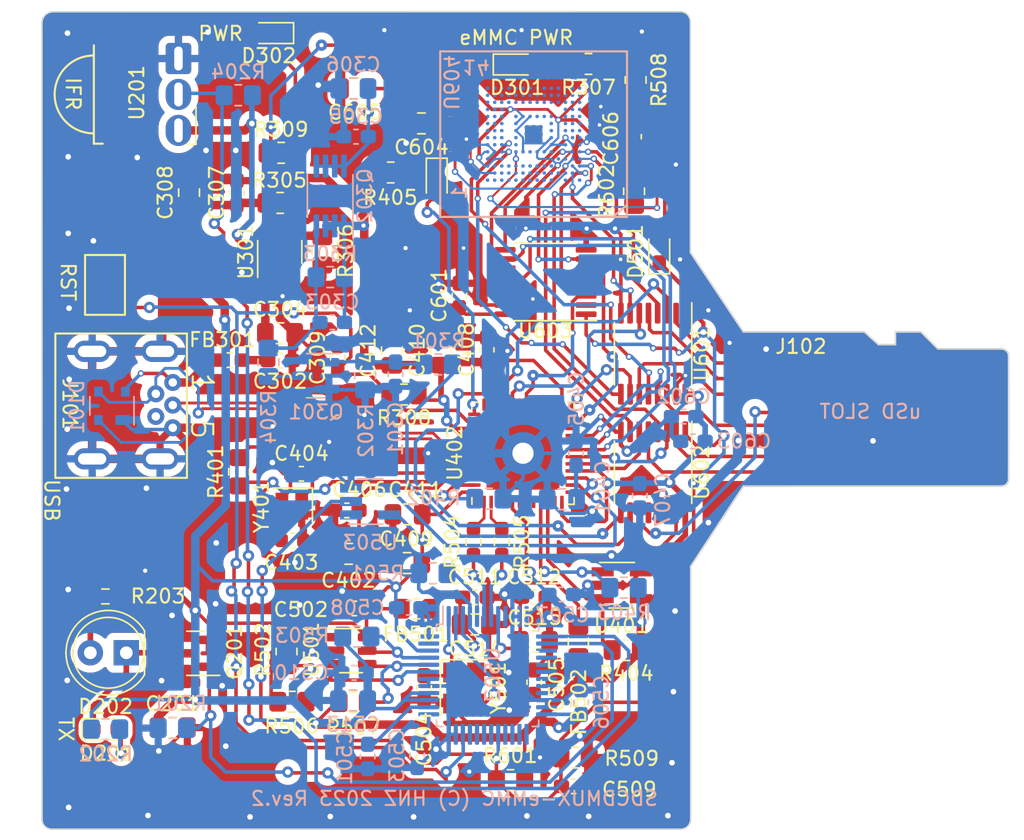
<source format=kicad_pcb>
(kicad_pcb (version 20221018) (generator pcbnew)
  (layers (0 "F.Cu" signal) (31 "B.Cu" signal) (34 "B.Paste" user) (35 "F.Paste" user) (36 "B.SilkS" user "B.Silkscreen") (37 "F.SilkS" user "F.Silkscreen") (38 "B.Mask" user) (39 "F.Mask" user) (44 "Edge.Cuts" user))
  (net 0 "")
  (net 1 "/SDCARD_READER/~{MMC_CD}")
  (net 2 "GND")
  (net 3 "Net-(Q301-G)")
  (net 4 "+3.3V")
  (net 5 "+5V")
  (net 6 "/SDCARD_READER/~{RESET}")
  (net 7 "Net-(U402-CRFILT)")
  (net 8 "Net-(U402-PLLFILT)")
  (net 9 "Net-(U402-XTAL1{slash}CLKIN)")
  (net 10 "Net-(U402-XTAL2)")
  (net 11 "Net-(U502-VCCCORE)")
  (net 12 "Net-(U502-VCCA)")
  (net 13 "Net-(U502-XCSI)")
  (net 14 "Net-(U502-XCSO)")
  (net 15 "/SELECTOR/VPHY")
  (net 16 "/SELECTOR/VPLL")
  (net 17 "/SDMUX/MMC_PWR")
  (net 18 "Net-(D201-K)")
  (net 19 "Net-(D201-A)")
  (net 20 "Net-(D202-A)")
  (net 21 "/SELECTOR/ACBUS8")
  (net 22 "Net-(D301-A)")
  (net 23 "/SELECTOR/ACBUS9")
  (net 24 "Net-(D302-A)")
  (net 25 "/USB Power/USBVDD_5V")
  (net 26 "Net-(D401-K)")
  (net 27 "/SDCARD_READER/USB-")
  (net 28 "/SDCARD_READER/USB+")
  (net 29 "Net-(D401-A)")
  (net 30 "/SDMUX/SD1_1")
  (net 31 "/SDMUX/SD1_2")
  (net 32 "/SDMUX/SD1_3")
  (net 33 "Net-(U604-VDDI)")
  (net 34 "/SDMUX/SD1_5")
  (net 35 "/SDMUX/SD1_7")
  (net 36 "/SDMUX/SD1_8")
  (net 37 "Net-(U604-~{RST})")
  (net 38 "/SDCARD_READER/CRD_PWR")
  (net 39 "/Infrad Cont/INFRAD_TX")
  (net 40 "/SDCARD_READER/MMCD1")
  (net 41 "/Infrad Cont/INFRAD_RX")
  (net 42 "/SDCARD_READER/MMCD0")
  (net 43 "/SDCARD_READER/MMCD7")
  (net 44 "/SDCARD_READER/MMCD6")
  (net 46 "/SDCARD_READER/MMC_CLK")
  (net 47 "/SDCARD_READER/MMCD5")
  (net 48 "/SDCARD_READER/MMC_CMD")
  (net 49 "/SDCARD_READER/USBDP1-")
  (net 50 "/SDCARD_READER/MMCD4")
  (net 51 "/SDCARD_READER/USBDP1+")
  (net 52 "/SDCARD_READER/MMCD3")
  (net 53 "Net-(U402-RBIAS)")
  (net 54 "Net-(U401-SCL)")
  (net 55 "/SDCARD_READER/USBDP2-")
  (net 56 "/SDCARD_READER/USBDP2+")
  (net 57 "Net-(U401-SDA)")
  (net 58 "Net-(U502-REF)")
  (net 59 "Net-(U501-DO)")
  (net 60 "Net-(U501-CS)")
  (net 61 "/SDCARD_READER/MMCD2")
  (net 63 "Net-(U502-DM)")
  (net 64 "Net-(U502-DP)")
  (net 65 "/SDMUX/D2")
  (net 66 "Net-(U501-DI)")
  (net 67 "Net-(U501-CLK)")
  (net 68 "/SDMUX/D3")
  (net 73 "/SDMUX/CMD")
  (net 74 "/SDMUX/CLK")
  (net 75 "/SDMUX/D0")
  (net 76 "/SDMUX/D1")
  (net 78 "/SELECTOR/ADBUS2")
  (net 79 "/SELECTOR/ADBUS3")
  (net 80 "/SELECTOR/ADBUS4")
  (net 81 "/SELECTOR/ADBUS5")
  (net 82 "/SELECTOR/ADBUS6")
  (net 83 "/SELECTOR/ADBUS7")
  (net 84 "/SELECTOR/ACBUS0")
  (net 85 "/SELECTOR/ACBUS1")
  (net 86 "/SELECTOR/ACBUS2")
  (net 87 "/SELECTOR/ACBUS3")
  (net 88 "/SELECTOR/ACBUS4")
  (net 89 "/SDMUX/D4")
  (net 90 "/SELECTOR/ACBUS7")
  (net 95 "/SDMUX/D5")
  (net 102 "/SDMUX/D6")
  (net 104 "/SDMUX/D7")
  (net 120 "Net-(Q302-G)")
  (net 121 "/SELECTOR/~{SEL1}")
  (net 122 "Net-(D501-A)")
  (net 123 "/SDMUX/SD1_4")
  (net 124 "Net-(Q301-D)")
  (net 125 "/SDMUX/MMC_PWR_EN")
  (net 126 "Net-(U301-ADJ)")
  (footprint "Capacitor_SMD:C_0603_1608Metric_Pad1.08x0.95mm_HandSolder" (layer "F.Cu") (at 190.9375 92.6925 90)
    (fp_text reference "C408")
    (fp_text value "0.1uF/50v")
  )
  (footprint "tbctl:R_0805_2012Metric_Pad1.20x1.40mm_HandSolder" (layer "F.Cu") (at 176.41 78.77)
    (fp_text reference "R309")
    (fp_text value "1K")
  )
  (footprint "Capacitor_SMD:C_0603_1608Metric_Pad1.08x0.95mm_HandSolder" (layer "F.Cu") (at 197.08 123.54)
    (fp_text reference "C509")
    (fp_text value "0.1uF")
  )
  (footprint "tbctl:uSD Card Pad" (layer "F.Cu") (at 227.12 93.225 -90)
    (fp_text reference "J102")
    (fp_text value "uSD-CARD-PAD")
    (fp_line (start -1.8 5.5) (end -1.8 7.3) (stroke (width 0.12)) (layer "Edge.Cuts"))
    (fp_line (start -1.8 5.5) (end -0.6 4.3) (stroke (width 0.12)) (layer "Edge.Cuts"))
    (fp_line (start -1.8 7.3) (end -0.9 7.3) (stroke (width 0.12)) (layer "Edge.Cuts"))
    (fp_line (start -1.8 9.5) (end -1.8 18.05) (stroke (width 0.12)) (layer "Edge.Cuts"))
    (fp_line (start -1.8 18.05) (end -7.425 21.8) (stroke (width 0.12)) (layer "Edge.Cuts"))
    (fp_line (start -0.9 7.3) (end -0.9 8.5) (stroke (width 0.12)) (layer "Edge.Cuts"))
    (fp_line (start -0.9 8.5) (end -1.8 9.5) (stroke (width 0.12)) (layer "Edge.Cuts"))
    (fp_line (start -0.6 4.3) (end -0.596447 -0.196447) (stroke (width 0.12)) (layer "Edge.Cuts"))
    (fp_line (start 3.6 -0.7) (end -0.096447 -0.696447) (stroke (width 0.12)) (layer "Edge.Cuts"))
    (fp_line (start 3.6 -0.7) (end 8.596447 -0.696447) (stroke (width 0.12)) (layer "Edge.Cuts"))
    (fp_line (start 9.1 18.05) (end 9.096447 -0.196447) (stroke (width 0.12)) (layer "Edge.Cuts"))
    (fp_line (start 9.1 18.05) (end 14.775 21.775) (stroke (width 0.12)) (layer "Edge.Cuts"))
    (fp_arc (start -0.596447 -0.196447) (mid -0.45 -0.55) (end -0.096447 -0.696447) (stroke (width 0.12)) (layer "Edge.Cuts"))
    (fp_arc (start 8.596447 -0.696447) (mid 8.949987 -0.549987) (end 9.096447 -0.196447) (stroke (width 0.12)) (layer "Edge.Cuts"))
  )
  (footprint "tbctl:R_0805_2012Metric_Pad1.20x1.40mm_HandSolder" (layer "F.Cu") (at 185.09 95.85 180)
    (fp_text reference "R308")
    (fp_text value "10K")
  )
  (footprint "Capacitor_SMD:C_0603_1608Metric_Pad1.08x0.95mm_HandSolder" (layer "F.Cu") (at 190.1 110.18)
    (fp_text reference "C511")
    (fp_text value "0.1uF/50v")
  )
  (footprint "Capacitor_SMD:C_0603_1608Metric_Pad1.08x0.95mm_HandSolder" (layer "F.Cu") (at 173.28 81.6 90)
    (fp_text reference "C307")
    (fp_text value "0.1uF/50v")
  )
  (footprint "Capacitor_SMD:C_0805_2012Metric_Pad1.18x1.45mm_HandSolder" (layer "F.Cu") (at 176.33 91.52)
    (fp_text reference "C304")
    (fp_text value "10uF")
  )
  (footprint "tbctl:C_0805_2012Metric_Pad1.18x1.45mm_HandSolder" (layer "F.Cu") (at 185.34 104.32 180)
    (fp_text reference "C411")
    (fp_text value "4.7uF/50v")
  )
  (footprint "tbctl:R_0805_2012Metric_Pad1.20x1.40mm_HandSolder" (layer "F.Cu") (at 197.18 121.5)
    (fp_text reference "R509")
    (fp_text value "10K")
  )
  (footprint "Package_SO:TSSOP-16_4.4x5mm_P0.65mm" (layer "F.Cu") (at 202.692 101.346 -90)
    (fp_text reference "U602")
    (fp_text value "TMUX1574PWR")
  )
  (footprint "Capacitor_SMD:C_0603_1608Metric_Pad1.08x0.95mm_HandSolder" (layer "F.Cu") (at 176.33 93.45)
    (fp_text reference "C302")
    (fp_text value "0.1uF")
  )
  (footprint "Capacitor_SMD:C_0603_1608Metric_Pad1.08x0.95mm_HandSolder" (layer "F.Cu") (at 201.35 77.63 90)
    (fp_text reference "C606")
    (fp_text value "0.1uF")
  )
  (footprint "tbctl:QFN-48-1EP_7x7mm_P0.5mm_EP5.15x5.15mm" (layer "F.Cu") (at 193.5 100 90)
    (fp_text reference "U402")
    (fp_text value "USB2640-HZH-02")
  )
  (footprint "tbctl:R_0805_2012Metric_Pad1.20x1.40mm_HandSolder" (layer "F.Cu") (at 184.15 80.16 180)
    (fp_text reference "R405")
    (fp_text value "330R")
  )
  (footprint "tbctl:Crystal_SMD_2016-4Pin_2.0x1.6mm" (layer "F.Cu") (at 177.16 103.74 180)
    (fp_text reference "Y401")
    (fp_text value "24MHz")
  )
  (footprint "Package_TO_SOT_SMD:SOT-23-6" (layer "F.Cu") (at 181.35 113.95)
    (fp_text reference "U501")
    (fp_text value "93LCxxBxxOT")
  )
  (footprint "tbctl:R_0805_2012Metric_Pad1.20x1.40mm_HandSolder" (layer "F.Cu") (at 201.35 81.49 -90)
    (fp_text reference "R602")
    (fp_text value "10K")
  )
  (footprint "tbctl:R_0805_2012Metric_Pad1.20x1.40mm_HandSolder" (layer "F.Cu") (at 179.32 85.7 -90)
    (fp_text reference "R306")
    (fp_text value "12K 1%")
  )
  (footprint "tbctl:LED_0603_1608Metric_Pad1.05x0.95mm_HandSolder" (layer "F.Cu") (at 164 119.5)
    (fp_text reference "D201")
    (fp_text value "LED RED")
  )
  (footprint "tbctl:usb mini B connector c2235 dim 2" (layer "F.Cu") (at 164.75 96.6 -90)
    (fp_text reference "J101")
    (fp_text value "USB_B_Mini")
  )
  (footprint "tbctl:SPS445 3pin" (layer "F.Cu") (at 169.1525 74.645 -90)
    (fp_text reference "U201")
    (fp_text value "SPS-445")
  )
  (footprint "Crystal:Crystal_SMD_3225-4Pin_3.2x2.5mm" (layer "F.Cu") (at 189.31 116.59 -90)
    (fp_text reference "Y501")
    (fp_text value "12MHz")
  )
  (footprint "tbctl:R_0805_2012Metric_Pad1.20x1.40mm_HandSolder" (layer "F.Cu") (at 176.34 82.31)
    (fp_text reference "R305")
    (fp_text value "20K 1%")
  )
  (footprint "tbctl:WS-TASV SMT Tact Switch" (layer "F.Cu") (at 163.98 88.1 -90)
    (fp_text reference "SW301" hide)
    (fp_text value "RESET SW")
  )
  (footprint "tbctl:LED_0603_1608Metric_Pad1.05x0.95mm_HandSolder" (layer "F.Cu") (at 203.13 85.66 90)
    (fp_text reference "D501")
    (fp_text value "TGT SEL LED BLUE")
  )
  (footprint "Capacitor_SMD:C_0805_2012Metric_Pad1.18x1.45mm_HandSolder" (layer "F.Cu") (at 169.9 81.58 90)
    (fp_text reference "C308")
    (fp_text value "10uF/16v")
  )
  (footprint "Capacitor_SMD:C_0603_1608Metric" (layer "F.Cu") (at 177.21 106.16 180)
    (fp_text reference "C403")
    (fp_text value "27pF/50v")
  )
  (footprint "Package_TO_SOT_SMD:SOT-23-5" (layer "F.Cu") (at 176.31 85.77 90)
    (fp_text reference "U301")
    (fp_text value "SPX3819M5-L")
  )
  (footprint "Inductor_SMD:L_0805_2012Metric_Pad1.15x1.40mm_HandSolder" (layer "F.Cu") (at 185.94 110.99)
    (fp_text reference "FB501")
    (fp_text value "BK2125HS601-T")
  )
  (footprint "tbctl:R_0805_2012Metric_Pad1.20x1.40mm_HandSolder" (layer "F.Cu") (at 192.62 123.1 180)
    (fp_text reference "R601")
    (fp_text value "10K")
  )
  (footprint "Capacitor_SMD:C_0805_2012Metric_Pad1.18x1.45mm_HandSolder" (layer "F.Cu") (at 168.74 119.39)
    (fp_text reference "C201")
    (fp_text value "10uF/16v")
  )
  (footprint "Inductor_SMD:L_0805_2012Metric_Pad1.15x1.40mm_HandSolder" (layer "F.Cu") (at 197.41 113.32 90)
    (fp_text reference "FB502")
    (fp_text value "BK2125HS601-T")
  )
  (footprint "tbctl:LED_0603_1608Metric_Pad1.05x0.95mm_HandSolder" (layer "F.Cu") (at 175.63 70.31 180)
    (fp_text reference "D302")
    (fp_text value "LED RED")
  )
  (footprint "tbctl:R_0805_2012Metric_Pad1.20x1.40mm_HandSolder" (layer "F.Cu") (at 200.8 113.91 180)
    (fp_text reference "R404")
    (fp_text value "10K")
  )
  (footprint "Capacitor_SMD:C_0603_1608Metric_Pad1.08x0.95mm_HandSolder" (layer "F.Cu") (at 186.51 116.58 -90)
    (fp_text reference "C504")
    (fp_text value "27pF/50v")
  )
  (footprint "tbctl:R_0805_2012Metric_Pad1.20x1.40mm_HandSolder" (layer "F.Cu") (at 181.5 117.59)
    (fp_text reference "R507")
    (fp_text value "10K")
  )
  (footprint "Package_SO:TSSOP-16_4.4x5mm_P0.65mm" (layer "F.Cu") (at 195.1 87.9 180)
    (fp_text reference "U603")
    (fp_text value "TMUX1574PWR")
  )
  (footprint "Capacitor_SMD:C_0805_2012Metric" (layer "F.Cu") (at 181.64 74.23 180)
    (fp_text reference "C605")
    (fp_text value "1uF")
  )
  (footprint "tbctl:R_0805_2012Metric_Pad1.20x1.40mm_HandSolder" (layer "F.Cu") (at 201.46 73.62 -90)
    (fp_text reference "R508")
    (fp_text value "1K")
  )
  (footprint "Package_SO:TSSOP-16_4.4x5mm_P0.65mm" (layer "F.Cu") (at 202.692 92.964 -90)
    (fp_text reference "U601")
    (fp_text value "TMUX1574PWR")
  )
  (footprint "Capacitor_SMD:C_0603_1608Metric_Pad1.08x0.95mm_HandSolder" (layer "F.Cu") (at 181.05 104.04 180)
    (fp_text reference "C406")
    (fp_text value "0.1uF/50v")
  )
  (footprint "tbctl:R_0805_2012Metric_Pad1.20x1.40mm_HandSolder" (layer "F.Cu") (at 177.17 117.56 180)
    (fp_text reference "R506")
    (fp_text value "2K")
  )
  (footprint "LED_THT:LED_D5.0mm" (layer "F.Cu") (at 165.465 114.1 180)
    (fp_text reference "D202")
    (fp_text value "OSI5LA5113A")
  )
  (footprint "Capacitor_SMD:C_0805_2012Metric_Pad1.18x1.45mm_HandSolder" (layer "F.Cu") (at 194.34 113.29)
    (fp_text reference "C515")
    (fp_text value "4.7uF/50v")
  )
  (footprint "Capacitor_SMD:C_0603_1608Metric_Pad1.08x0.95mm_HandSolder" (layer "F.Cu") (at 180.41 93.25 90)
    (fp_text reference "C309")
    (fp_text value "0.1uF/50v")
  )
  (footprint "Resistor_SMD:R_0603_1608Metric_Pad0.98x0.95mm_HandSolder" (layer "F.Cu") (at 190 106.25 -90)
    (fp_text reference "R504")
    (fp_text value "27R")
  )
  (footprint "tbctl:R_0805_2012Metric_Pad1.20x1.40mm_HandSolder" (layer "F.Cu") (at 176.79 114.01 90)
    (fp_text reference "R502")
    (fp_text value "10K")
  )
  (footprint "tbctl:LED_0603_1608Metric_Pad1.05x0.95mm_HandSolder" (layer "F.Cu") (at 187.4 80.81 -90)
    (fp_text reference "D401" hide)
    (fp_text value "LED RED")
  )
  (footprint "tbctl:C_0805_2012Metric_Pad1.18x1.45mm_HandSolder" (layer "F.Cu") (at 187.7075 92.7325 90)
    (fp_text reference "C410")
    (fp_text value "1uF/10v")
  )
  (footprint "Capacitor_SMD:C_0603_1608Metric_Pad1.08x0.95mm_HandSolder" (layer "F.Cu") (at 194.29 116.18 90)
    (fp_text reference "C505")
    (fp_text value "27pF/50v")
  )
  (footprint "tbctl:C_0805_2012Metric_Pad1.18x1.45mm_HandSolder" (layer "F.Cu") (at 184.2375 92.7525 90)
    (fp_text reference "C412")
    (fp_text value "4.7uF/50v")
  )
  (footprint "tbctl:R_0805_2012Metric_Pad1.20x1.40mm_HandSolder" (layer "F.Cu") (at 198.13 72.49 180)
    (fp_text reference "R307")
    (fp_text value "1K")
  )
  (footprint "Resistor_SMD:R_0603_1608Metric_Pad0.98x0.95mm_HandSolder" (layer "F.Cu") (at 163.99 110.12 180)
    (fp_text reference "R203")
    (fp_text value "33R")
  )
  (footprint "tbctl:LED_0603_1608Metric_Pad1.05x0.95mm_HandSolder" (layer "F.Cu") (at 193.06 72.53)
    (fp_text reference "D301")
    (fp_text value "eMMC PWR LED RED")
  )
  (footprint "Package_TO_SOT_SMD:SOT-23" (layer "F.Cu") (at 170.39 114.14 180)
    (fp_text reference "Q201")
    (fp_text value "2N7002K")
  )
  (footprint "tbctl:R_0805_2012Metric_Pad1.20x1.40mm_HandSolder" (layer "F.Cu") (at 173.44 101.31 90)
    (fp_text reference "R401")
    (fp_text value "1M")
  )
  (footprint "Capacitor_SMD:C_0603_1608Metric_Pad1.08x0.95mm_HandSolder" (layer "F.Cu") (at 189 88.85 90)
    (fp_text reference "C601")
    (fp_text value "0.1uF")
  )
  (footprint "Capacitor_SMD:C_0603_1608Metric" (layer "F.Cu") (at 177.84 101.45)
    (fp_text reference "C404")
    (fp_text value "27pF/50v")
  )
  (footprint "Resistor_SMD:R_0603_1608Metric_Pad0.98x0.95mm_HandSolder" (layer "F.Cu") (at 192 106.25 -90)
    (fp_text reference "R505")
    (fp_text value "27R")
  )
  (footprint "Capacitor_SMD:C_0805_2012Metric_Pad1.18x1.45mm_HandSolder" (layer "F.Cu") (at 190.09 112.1)
    (fp_text reference "C514")
    (fp_text value "4.7uF/50v")
  )
  (footprint "tbctl:L_0603_1608Metric_Pad1.05x0.95mm_HandSolder" (layer "F.Cu") (at 172.77 93.42)
    (fp_text reference "FB301")
    (fp_text value "BK2125HS601-T")
  )
  (footprint "Capacitor_SMD:C_0603_1608Metric_Pad1.08x0.95mm_HandSolder" (layer "F.Cu") (at 194.27 110.17)
    (fp_text reference "C512")
    (fp_text value "0.1uF/50v")
  )
  (footprint "tbctl:C_0805_2012Metric_Pad1.18x1.45mm_HandSolder" (layer "F.Cu") (at 181.18 107.11 180)
    (fp_text reference "C402")
    (fp_text value "1uF/10v")
  )
  (footprint "tbctl:C_0805_2012Metric_Pad1.18x1.45mm_HandSolder" (layer "F.Cu") (at 185.31 107.76 180)
    (fp_text reference "C409")
    (fp_text value "1uF/10v")
  )
  (footprint "Capacitor_SMD:C_0603_1608Metric_Pad1.08x0.95mm_HandSolder" (layer "F.Cu") (at 181.58 110.97 180)
    (fp_text reference "C502")
    (fp_text value "0.1uF/50v")
  )
  (footprint "Capacitor_SMD:C_0805_2012Metric" (layer "F.Cu") (at 186.32 76.69 180)
    (fp_text reference "C604")
    (fp_text value "1uF")
  )
  (footprint "Package_TO_SOT_SMD:SOT-23-5_HandSoldering" (layer "F.Cu") (at 200.48 109.33)
    (fp_text reference "U401")
    (fp_text value "AT24MAC402-STUM")
  )
  (footprint "tbctl:C_0805_2012Metric_Pad1.18x1.45mm_HandSolder" (layer "B.Cu") (at 196.25 103.25 180)
    (fp_text reference "C401")
    (fp_text value "1uF/10v")
  )
  (footprint "tbctl:R_0805_2012Metric_Pad1.20x1.40mm_HandSolder" (layer "B.Cu") (at 181.76 112.95)
    (fp_text reference "R503")
    (fp_text value "10K")
  )
  (footprint "tbctl:R_0805_2012Metric_Pad1.20x1.40mm_HandSolder" (layer "B.Cu") (at 200.64 109.5 180)
    (fp_text reference "R403")
    (fp_text value "10K")
  )
  (footprint "Capacitor_SMD:C_0603_1608Metric_Pad1.08x0.95mm_HandSolder" (layer "B.Cu") (at 197.61 117.6 90)
    (fp_text reference "C506")
    (fp_text value "0.1uF/50v")
  )
  (footprint "Package_TO_SOT_SMD:SOT-23" (layer "B.Cu") (at 178.85 94.52 180)
    (fp_text reference "Q301")
    (fp_text value "2N7002K")
  )
  (footprint "tbctl:R_0805_2012Metric_Pad1.20x1.40mm_HandSolder" (layer "B.Cu") (at 191.09 103.21)
    (fp_text reference "R402")
    (fp_text value "12K 1%")
  )
  (footprint "Capacitor_SMD:C_0603_1608Metric_Pad1.08x0.95mm_HandSolder" (layer "B.Cu") (at 185.42 110.92)
    (fp_text reference "C508")
    (fp_text value "0.1uF/50v")
  )
  (footprint "Capacitor_SMD:C_0805_2012Metric_Pad1.18x1.45mm_HandSolder" (layer "B.Cu") (at 181.51 74.22 180)
    (fp_text reference "C306")
    (fp_text value "10uF")
  )
  (footprint "tbctl:R_0805_2012Metric_Pad1.20x1.40mm_HandSolder" (layer "B.Cu") (at 182.34 94.52 -90)
    (fp_text reference "R302")
    (fp_text value "10K")
  )
  (footprint "Capacitor_SMD:C_0603_1608Metric_Pad1.08x0.95mm_HandSolder" (layer "B.Cu") (at 196.2 109.98)
    (fp_text reference "C507")
    (fp_text value "0.1uF/50v")
  )
  (footprint "Capacitor_SMD:C_0603_1608Metric_Pad1.08x0.95mm_HandSolder" (layer "B.Cu") (at 184.49 94.41 -90)
    (fp_text reference "C301")
    (fp_text value "0.1uF")
  )
  (footprint "tbctl:R_0805_2012Metric_Pad1.20x1.40mm_HandSolder" (layer "B.Cu") (at 187.51 93.72 180)
    (fp_text reference "R301")
    (fp_text value "2K")
  )
  (footprint "tbctl:R_0805_2012Metric_Pad1.20x1.40mm_HandSolder" (layer "B.Cu") (at 179.87 87.55 180)
    (fp_text reference "R303")
    (fp_text value "10K")
  )
  (footprint "Capacitor_SMD:C_0603_1608Metric_Pad1.08x0.95mm_HandSolder" (layer "B.Cu") (at 197.25 100 90)
    (fp_text reference "C405")
    (fp_text value "0.1uF/50v")
  )
  (footprint "Package_TO_SOT_SMD:SOT-23-5_HandSoldering" (layer "B.Cu") (at 182.7 103.41)
    (fp_text reference "U503")
    (fp_text value "74AHC1G14")
  )
  (footprint "Capacitor_SMD:C_0603_1608Metric_Pad1.08x0.95mm_HandSolder" (layer "B.Cu") (at 181.56 115.52 180)
    (fp_text reference "C510")
    (fp_text value "0.1uF/50v")
  )
  (footprint "Capacitor_SMD:C_0603_1608Metric_Pad1.08x0.95mm_HandSolder" (layer "B.Cu") (at 182.52 121.43 -90)
    (fp_text reference "C501")
    (fp_text value "0.1uF/50v")
  )
  (footprint "Capacitor_SMD:C_0603_1608Metric_Pad1.08x0.95mm_HandSolder" (layer "B.Cu") (at 205.51 99.16 180)
    (fp_text reference "C603")
    (fp_text value "0.1uF")
  )
  (footprint "Capacitor_SMD:C_0603_1608Metric_Pad1.08x0.95mm_HandSolder" (layer "B.Cu") (at 180.02 90.75 180)
    (fp_text reference "C303")
    (fp_text value "2.2uF")
  )
  (footprint "Package_TO_SOT_SMD:SOT-143" (layer "B.Cu") (at 164.45 96.65 90)
    (fp_text reference "D101")
    (fp_text value "PRTR5V0U2X")
  )
  (footprint "Package_QFP:LQFP-48_7x7mm_P0.5mm" (layer "B.Cu") (at 191 115.7 -90)
    (fp_text reference "U502")
    (fp_text value "FT232HL")
  )
  (footprint "tbctl:R_0805_2012Metric_Pad1.20x1.40mm_HandSolder" (layer "B.Cu") (at 187.13 108.48 180)
    (fp_text reference "R501")
    (fp_text value "12K 1%")
  )
  (footprint "tbctl:R_0805_2012Metric_Pad1.20x1.40mm_HandSolder" (layer "B.Cu") (at 164 119.5)
    (fp_text reference "R202")
    (fp_text value "1K")
  )
  (footprint "Capacitor_SMD:C_0603_1608Metric_Pad1.08x0.95mm_HandSolder" (layer "B.Cu") (at 181.7 77.63 180)
    (fp_text reference "C305")
    (fp_text value "0.1uF")
  )
  (footprint "Capacitor_SMD:C_0603_1608Metric_Pad1.08x0.95mm_HandSolder" (layer "B.Cu") (at 201.75 103 -90)
    (fp_text reference "C407")
    (fp_text value "0.1uF/50v")
  )
  (footprint "tbctl:R_0805_2012Metric_Pad1.20x1.40mm_HandSolder" (layer "B.Cu") (at 173.38 74.7 180)
    (fp_text reference "R204")
    (fp_text value "10K")
  )
  (footprint "tbctl:R_0805_2012Metric_Pad1.20x1.40mm_HandSolder" (layer "B.Cu") (at 168.72 119.42 180)
    (fp_text reference "R201")
    (fp_text value "10K")
  )
  (footprint "tbctl:EM32VSUKN FPGA153" (layer "B.Cu") (at 194.25 77.45 90)
    (fp_text reference "U604")
    (fp_text value "EM32VSUKN")
  )
  (footprint "tbctl:R_0805_2012Metric_Pad1.20x1.40mm_HandSolder" (layer "B.Cu") (at 175.51 93.57 90)
    (fp_text reference "R304")
    (fp_text value "1K")
  )
  (footprint "Capacitor_SMD:C_0603_1608Metric_Pad1.08x0.95mm_HandSolder" (layer "B.Cu") (at 186.02 121.35 -90)
    (fp_text reference "C503")
    (fp_text value "0.1uF/50v")
  )
  (footprint "Capacitor_SMD:C_0805_2012Metric_Pad1.18x1.45mm_HandSolder" (layer "B.Cu") (at 181.49 117.47 180)
    (fp_text reference "C513")
    (fp_text value "4.7uF/50v")
  )
  (footprint "Capacitor_SMD:C_0603_1608Metric_Pad1.08x0.95mm_HandSolder" (layer "B.Cu") (at 204.851 97.409 180)
    (fp_text reference "C602")
    (fp_text value "0.1uF")
  )
  (footprint "Package_SO:MSOP-8_3x3mm_P0.65mm" (layer "B.Cu") (at 179.87 81.82 90)
    (fp_text reference "Q302")
    (fp_text value "IRF7606PBF")
  )
  (gr_arc (start 160.165 126.565025) (mid 159.699541 126.347527) (end 159.51 125.87) (stroke (width 0.1)) (layer "Edge.Cuts"))
  (gr_line (start 205.32 85.8) (end 205.32 69.5) (stroke (width 0.1)) (layer "Edge.Cuts"))
  (gr_arc (start 159.50525 69.604973) (mid 159.73626 69.039777) (end 160.3 68.805234) (stroke (width 0.1)) (layer "Edge.Cuts"))
  (gr_line (start 160.3 68.805234) (end 204.6 68.8) (stroke (width 0.1)) (layer "Edge.Cuts"))
  (gr_arc (start 204.599869 68.795444) (mid 205.109546 68.994803) (end 205.319999 69.5) (stroke (width 0.1)) (layer "Edge.Cuts"))
  (gr_line (start 205.345 108) (end 205.345 125.865025) (stroke (width 0.1)) (layer "Edge.Cuts"))
  (gr_line (start 204.645025 126.565025) (end 160.165 126.565025) (stroke (width 0.1)) (layer "Edge.Cuts"))
  (gr_line (start 159.51 125.87) (end 159.504975 69.604975) (stroke (width 0.1)) (layer "Edge.Cuts"))
  (gr_arc (start 205.345025 125.865025) (mid 205.14 126.36) (end 204.645025 126.565025) (stroke (width 0.1)) (layer "Edge.Cuts"))
  (gr_text "uSD SLOT" (at 218.06 97.05) (layer "B.SilkS") (effects (font (size 1 1)) (justify mirror)))
  (gr_text "SDCDMUX-eMMC (C) HNZ 2023 Rev.2" (at 188.65 124.4) (layer "B.SilkS") (effects (font (size 1 1)) (justify mirror)))
  (gr_text "1" (at 189 81.6 90) (layer "B.SilkS") (effects (font (size 1 1)) (justify mirror)))
  (gr_text "eMMC PWR" (at 188.9 71.21) (layer "F.SilkS") (effects (font (size 1 1)) (justify left bottom)))
  (gr_text "PWR" (at 172.13 70.34) (layer "F.SilkS") (effects (font (size 1 1))))
  (gr_text "TX" (at 161.2 119.5 -90) (layer "F.SilkS") (effects (font (size 1 1))))
  (gr_text "RST" (at 161.35 87.89 -90) (layer "F.SilkS") (effects (font (size 1 1))))
  (gr_text "IFR" (at 161.7 74.6 -90) (layer "F.SilkS") (effects (font (size 1 1))))
  (gr_text "USB" (at 160.2 103.33 -90) (layer "F.SilkS") (effects (font (size 1 1))))
  (segment (start 197.423008 102.25) (end 196.9375 102.25) (width 0.25) (layer "F.Cu") (net 1))
  (segment (start 198.307197 103.134189) (end 197.423008 102.25) (width 0.25) (layer "F.Cu") (net 1))
  (segment (start 198.6755 103.134189) (end 198.307197 103.134189) (width 0.25) (layer "F.Cu") (net 1))
  (via (at 198.6755 103.134189) (size 0.8) (drill 0.4) (layers "F.Cu" "B.Cu") (net 1))
  (segment (start 199.875 106.525) (end 188.115 106.525) (width 0.25) (layer "B.Cu") (net 1))
  (segment (start 198.6755 103.134189) (end 200 104.458689) (width 0.25) (layer "B.Cu") (net 1))
  (segment (start 200 106.4) (end 199.875 106.525) (width 0.25) (layer "B.Cu") (net 1))
  (segment (start 200 104.458689) (end 200 106.4) (width 0.25) (layer "B.Cu") (net 1))
  (segment (start 188.115 106.525) (end 184.05 102.46) (width 0.25) (layer "B.Cu") (net 1))
  (segment (start 163.28 86.375) (end 163.13 86.525) (width 0.25) (layer "F.Cu") (net 2))
  (segment (start 200.417 86.283) (end 200.4 86.3) (width 0.25) (layer "F.Cu") (net 2))
  (segment (start 177.79 107.32) (end 177.79 106.355) (width 0.25) (layer "F.Cu") (net 2))
  (segment (start 179.03 73.98) (end 180.44 73.98) (width 0.6) (layer "F.Cu") (net 2))
  (segment (start 198.390802 104.092694) (end 198.280194 104.092694) (width 0.25) (layer "F.Cu") (net 2))
  (segment (start 169.5075 80.5425) (end 167.13 82.92) (width 0.6) (layer "F.Cu") (net 2))
  (segment (start 168 92.65) (end 167.85 92.8) (width 0.6) (layer "F.Cu") (net 2))
  (segment (start 179.32 87.56) (end 178.09 88.79) (width 0.6) (layer "F.Cu") (net 2))
  (segment (start 189.5 118.98) (end 191.7 118.98) (width 0.25) (layer "F.Cu") (net 2))
  (segment (start 185.24 78.08) (end 184.91 78.08) (width 0.25) (layer "F.Cu") (net 2))
  (segment (start 180.2125 113.95) (end 178.62 113.95) (width 0.25) (layer "F.Cu") (net 2))
  (segment (start 183.79 107.76) (end 184.2725 107.76) (width 0.25) (layer "F.Cu") (net 2))
  (segment (start 195.3775 114.23) (end 194.29 115.3175) (width 0.25) (layer "F.Cu") (net 2))
  (segment (start 176.4 88.79) (end 176.35 88.79) (width 0.6) (layer "F.Cu") (net 2))
  (segment (start 170.43 113.19) (end 168.7 111.46) (width 0.4) (layer "F.Cu") (net 2))
  (segment (start 163.98 89.825) (end 163.28 89.825) (width 0.25) (layer "F.Cu") (net 2))
  (segment (start 204.946403 94.508556) (end 204.981444 94.508556) (width 0.25) (layer "F.Cu") (net 2))
  (segment (start 179.03 72.835) (end 179.03 73.98) (width 0.25) (layer "F.Cu") (net 2))
  (segment (start 195.3775 110.415) (end 195.1325 110.17) (width 0.25) (layer "F.Cu") (net 2))
  (segment (start 179.39 109.74) (end 177.38 107.73) (width 0.25) (layer "F.Cu") (net 2))
  (segment (start 169.9 80.5425) (end 173.085 80.5425) (width 0.6) (layer "F.Cu") (net 2))
  (segment (start 165.06 84.99) (end 167.13 82.92) (width 0.25) (layer "F.Cu") (net 2))
  (segment (start 180.1875 104.04) (end 180.1875 107.065) (width 0.25) (layer "F.Cu") (net 2))
  (segment (start 200.417 84.533822) (end 200.417 86.283) (width 0.25) (layer "F.Cu") (net 2))
  (segment (start 185.24 78.08) (end 185.24 76.82) (width 0.25) (layer "F.Cu") (net 2))
  (segment (start 198.9325 76.7675) (end 198.9 76.8) (width 0.25) (layer "F.Cu") (net 2))
  (segment (start 188.46 117.94) (end 189.5 118.98) (width 0.25) (layer "F.Cu") (net 2))
  (segment (start 200.417 99.417) (end 200.417 98.4835) (width 0.3) (layer "F.Cu") (net 2))
  (segment (start 187.7075 91.695) (end 184.2575 91.695) (width 0.25) (layer "F.Cu") (net 2))
  (segment (start 178.09 88.79) (end 176.62 88.79) (width 0.6) (layer "F.Cu") (net 2))
  (segment (start 163.05 92.8) (end 163.05 100.4) (width 0.6) (layer "F.Cu") (net 2))
  (segment (start 188.2125 117.4425) (end 188.46 117.69) (width 0.25) (layer "F.Cu") (net 2))
  (segment (start 173.085 80.5425) (end 173.28 80.7375) (width 0.6) (layer "F.Cu") (net 2))
  (segment (start 198 84.1205) (end 198 85.5875) (width 0.25) (layer "F.Cu") (net 2))
  (segment (start 199.13 109.33) (end 200.88 109.33) (width 0.25) (layer "F.Cu") (net 2))
  (segment (start 194.2 89.1) (end 193.775 89.525) (width 0.25) (layer "F.Cu") (net 2))
  (segment (start 189.5 77.8) (end 189.8 78.1) (width 0.15) (layer "F.Cu") (net 2))
  (segment (start 191.7 118.98) (end 192.53 118.15) (width 0.25) (layer "F.Cu") (net 2))
  (segment (start 176.505 70.31) (end 179.03 72.835) (width 0.25) (layer "F.Cu") (net 2))
  (segment (start 185.24 76.82) (end 185.37 76.69) (width 0.25) (layer "F.Cu") (net 2))
  (segment (start 204.317 95.8265) (end 204.317 95.137959) (width 0.25) (layer "F.Cu") (net 2))
  (segment (start 192.25 98.75) (end 193.5 100) (width 0.25) (layer "F.Cu") (net 2))
  (segment (start 184.3025 104.32) (end 184.3025 107.73) (width 0.25) (layer "F.Cu") (net 2))
  (segment (start 208.72 99.11) (end 208.736 99.126) (width 0.6) (layer "F.Cu") (net 2))
  (segment (start 175.8 98.1) (end 178.7 98.1) (width 0.6) (layer "F.Cu") (net 2))
  (segment (start 178.7 98.1) (end 179.8 99.2) (width 0.6) (layer "F.Cu") (net 2))
  (segment (start 195.952863 79.649059) (end 197.601922 78) (width 0.15) (layer "F.Cu") (net 2))
  (segment (start 167.85 92.8) (end 163.05 92.8) (width 0.6) (layer "F.Cu") (net 2))
  (segment (start 169.9 80.5425) (end 169.5075 80.5425) (width 0.6) (layer "F.Cu") (net 2))
  (segment (start 176.31 88.74) (end 176.31 86.9075) (width 0.6) (layer "F.Cu") (net 2))
  (segment (start 197.601922 78) (end 198 78) (width 0.15) (layer "F.Cu") (net 2))
  (segment (start 191.1275 110.345) (end 190.9625 110.18) (width 0.25) (layer "F.Cu") (net 2))
  (segment (start 167.76 121.04) (end 168.1275 121.04) (width 0.25) (layer "F.Cu") (net 2))
  (segment (start 192.6625 115.3175) (end 192.49 115.49) (width 0.25) (layer "F.Cu") (net 2))
  (segment (start 192.185 72.53) (end 179.335 72.53) (width 0.25) (layer "F.Cu") (net 2))
  (segment (start 168.1275 121.04) (end 169.7775 119.39) (width 0.25) (layer "F.Cu") (net 2))
  (segment (start 194.29 115.3175) (end 192.6625 115.3175) (width 0.25) (layer "F.Cu") (net 2))
  (segment (start 177.1825 93.44) (end 177.1825 91.705) (width 0.6) (layer "F.Cu") (net 2))
  (segment (start 200.417 86.317) (end 200.417 90.1015) (width 0.25) (layer "F.Cu") (net 2))
  (segment (start 180.7175 109.7425) (end 180.7175 110.97) (width 0.25) (layer "F.Cu") (net 2))
  (segment (start 197.9425 120.4025) (end 197.9425 123.54) (width 0.25) (layer "F.Cu") (net 2))
  (segment (start 177.1825 91.705) (end 177.3675 91.52) (width 0.6) (layer "F.Cu") (net 2))
  (segment (start 199.75 107.25) (end 200.7 107.25) (width 0.25) (layer "F.Cu") (net 2))
  (segment (start 180.1875 107.065) (end 180.1425 107.11) (width 0.25) (layer "F.Cu") (net 2))
  (segment (start 180.6 100) (end 179.8 99.2) (width 0.6) (layer "F.Cu") (net 2))
  (segment (start 197.51 119.97) (end 197.9425 120.4025) (width 0.25) (layer "F.Cu") (net 2))
  (segment (start 163.14 84.99) (end 165.06 84.99) (width 0.25) (layer "F.Cu") (net 2))
  (segment (start 172.4255 120.77) (end 170.08 120.77) (width 0.25) (layer "F.Cu") (net 2))
  (segment (start 204.317 95.137959) (end 204.946403 94.508556) (width 0.25) (layer "F.Cu") (net 2))
  (segment (start 184.91 78.08) (end 183.15 79.84) (width 0.25) (layer "F.Cu") (net 2))
  (segment (start 177.86 104.29) (end 179.9375 104.29) (width 0.25) (layer "F.Cu") (net 2))
  (segment (start 190.9375 91.83) (end 191.459951 91.83) (width 0.25) (layer "F.Cu") (net 2))
  (segment (start 170.08 120.77) (end 169.7775 120.4675) (width 0.25) (layer "F.Cu") (net 2))
  (segment (start 179.335 72.53) (end 179.03 72.835) (width 0.25) (layer "F.Cu") (net 2))
  (segment (start 198 85.5875) (end 197.9625 85.625) (width 0.25) (layer "F.Cu") (net 2))
  (segment (start 195.3775 113.29) (end 195.3775 111.6125) (width 0.25) (layer "F.Cu") (net 2))
  (segment (start 186.8 100) (end 180.6 100) (width 0.6) (layer "F.Cu") (net 2))
  (segment (start 186.51 117.4425) (end 188.2125 117.4425) (width 0.25) (layer "F.Cu") (net 2))
  (segment (start 169.7775 120.4675) (end 169.7775 119.39) (width 0.25) (layer "F.Cu") (net 2))
  (segment (start 163.98 86.375) (end 163.28 86.375) (width 0.25) (layer "F.Cu") (net 2))
  (segment (start 179.32 86.7) (end 179.32 87.56) (width 0.6) (layer "F.Cu") (net 2))
  (segment (start 199.75 107.25) (end 199.76 107.24) (width 0.25) (layer "F.Cu") (net 2))
  (segment (start 163.13 86.525) (end 163.13 85) (width 0.25) (layer "F.Cu") (net 2))
  (segment (start 177.86 104.29) (end 177.985 104.415) (width 0.25) (layer "F.Cu") (net 2))
  (segment (start 176.62 88.79) (end 176.51 88.9) (width 0.6) (layer "F.Cu") (net 2))
  (segment (start 178.62 113.95) (end 178.6 113.97) (width 0.25) (layer "F.Cu") (net 2))
  (segment (start 180.41 92.3875) (end 178.235 92.3875) (width 0.25) (layer "F.Cu") (net 2))
  (segment (start 204.317 103.519959) (end 204.317 104.2085) (width 0.25) (layer "F.Cu") (net 2))
  (segment (start 192.2375 89.525) (end 190.5375 89.525) (width 0.25) (layer "F.Cu") (net 2))
  (segment (start 225.47 99.125) (end 225.469 99.126) (width 0.6) (layer "F.Cu") (net 2))
  (segment (start 180.72 109.74) (end 179.39 109.74) (width 0.25) (layer "F.Cu") (net 2))
  (segment (start 200.0635 98.4835) (end 200.417 98.4835) (width 0.3) (layer "F.Cu") (net 2))
  (segment (start 177.065 102.585) (end 177.065 101.45) (width 0.25) (layer "F.Cu") (net 2))
  (segment (start 180.44 73.98) (end 180.69 74.23) (width 0.6) (layer "F.Cu") (net 2))
  (segment (start 168 88.81) (end 168 92.65) (width 0.6) (layer "F.Cu") (net 2))
  (segment (start 163.05 100.4) (end 167.85 100.4) (width 0.6) (layer "F.Cu") (net 2))
  (segment (start 177.79 106.355) (end 177.985 106.16) (width 0.25) (layer "F.Cu") (net 2))
  (segment (start 163.13 89.675) (end 163.13 86.525) (width 0.25) (layer "F.Cu") (net 2))
  (segment (start 167.13 82.92) (end 167.13 87.94) (width 0.6) (layer "F.Cu") (net 2))
  (segment (start 176.31 90.4625) (end 176.31 88.74) (width 0.6) (layer "F.Cu") (net 2))
  (segment (start 167.13 87.94) (end 168 88.81) (width 0.6) (layer "F.Cu") (net 2))
  (segment (start 179.9375 104.29) (end 180.1875 104.04) (width 0.25) (layer "F.Cu") (net 2))
  (segment (start 180.1425 108.0425) (end 180.1425 107.11) (width 0.25) (layer "F.Cu") (net 2))
  (segment (start 199 97.42) (end 200.0635 98.4835) (width 0.3) (layer "F.Cu") (net 2))
  (segment (start 180.72 108.62) (end 180.1425 108.0425) (width 0.25) (layer "F.Cu") (net 2))
  (segment (start 175.8 98.1) (end 175.7 98.2) (width 0.6) (layer "F.Cu") (net 2))
  (segment (start 193.775 89.525) (end 192.2375 89.525) (width 0.25) (layer "F.Cu") (net 2))
  (segment (start 189.8 78.1) (end 189.8 79.4) (width 0.15) (layer "F.Cu") (net 2))
  (segment (start 193.7 84.1) (end 193.7 81.901922) (width 0.25) (layer "F.Cu") (net 2))
  (segment (start 172.4955 120.7) (end 172.4255 120.77) (width 0.25) (layer "F.Cu") (net 2))
  (segment (start 176.46 103.19) (end 177.065 102.585) (width 0.25) (layer "F.Cu") (net 2))
  (segment (start 203.943041 103.146) (end 204.317 103.519959) (width 0.25) (layer "F.Cu") (net 2))
  (segment (start 200.001839 84.118661) (end 200.417 84.533822) (width 0.25) (layer "F.Cu") (net 2))
  (segment (start 190.0625 98.75) (end 192.25 98.75) (width 0.25) (layer "F.Cu") (net 2))
  (segment (start 195.3775 111.6125) (end 195.3775 110.415) (width 0.25) (layer "F.Cu") (net 2))
  (segment (start 181.81 109.74) (end 183.79 107.76) (width 0.25) (layer "F.Cu") (net 2))
  (segment (start 191.1275 112.1) (end 191.1275 110.345) (width 0.25) (layer "F.Cu") (net 2))
  (segment (start 175.7 98.2) (end 168.75 98.2) (width 0.6) (layer "F.Cu") (net 2))
  (segment (start 204.317 105.583) (end 204.317 104.2085) (width 0.25) (layer "F.Cu") (net 2))
  (segment (start 180.72 109.74) (end 181.81 109.74) (width 0.25) (layer "F.Cu") (net 2))
  (segment (start 177.38 107.73) (end 177.79 107.32) (width 0.25) (layer "F.Cu") (net 2))
  (segment (start 163.28 89.825) (end 163.13 89.675) (width 0.25) (layer "F.Cu") (net 2))
  (segment (start 190.16 115.49) (end 192.49 115.49) (width 0.25) (layer "F.Cu") (net 2))
  (segment (start 178.235 92.3875) (end 177.3675 91.52) (width 0.25) (layer "F.Cu") (net 2))
  (segment (start 201.35 76.7675) (end 198.9325 76.7675) (width 0.25) (layer "F.Cu") (net 2))
  (segment (start 191.1275 112.1) (end 191.1275 114.1275) (width 0.25) (layer "F.Cu") (net 2))
  (segment (start 183.15 79.84) (end 183.15 80.16) (width 0.25) (layer "F.Cu") (net 2))
  (segment (start 189 87.9875) (end 187.5725 87.9875) (width 0.25) (layer "F.Cu") (net 2))
  (segment (start 190.9375 91.83) (end 187.8425 91.83) (width 0.25) (layer "F.Cu") (net 2))
  (segment (start 208.736 99.126) (end 218.234 99.126) (width 0.6) (layer "F.Cu") (net 2))
  (segment (start 193.7 81.901922) (end 195.952863 79.649059) (width 0.25) (layer "F.Cu") (net 2))
  (segment (start 191.459951 91.83) (end 192.4 92.770049) (width 0.25) (layer "F.Cu") (net 2))
  (segment (start 184.3025 107.73) (end 184.2725 107.76) (width 0.25) (layer "F.Cu") (net 2))
  (segment (start 188.46 117.69) (end 188.46 117.94) (width 0.25) (layer "F.Cu") (net 2))
  (segment (start 177.065 101.45) (end 176.58 101.45) (width 0.25) (layer "F.Cu") (net 2))
  (segment (start 177.1925 93.45) (end 177.1825 93.44) (width 0.6) (layer "F.Cu") (net 2))
  (segment (start 163.13 85) (end 163.14 84.99) (width 0.25) (layer "F.Cu") (net 2))
  (segment (start 190.5375 89.525) (end 189 87.9875) (width 0.25) (layer "F.Cu") (net 2))
  (segment (start 171.3275 113.19) (end 170.43 113.19) (width 0.4) (layer "F.Cu") (net 2))
  (segment (start 195.3775 113.29) (end 195.3775 114.23) (width 0.25) (layer "F.Cu") (net 2))
  (segment (start 199.76 107.24) (end 202.66 107.24) (width 0.25) (layer "F.Cu") (net 2))
  (segment (start 177.3675 91.52) (end 176.31 90.4625) (width 0.6) (layer "F.Cu") (net 2))
  (segment (start 177.985 104.415) (end 177.985 106.16) (width 0.25) (layer "F.Cu") (net 2))
  (segment (start 180.72 109.74) (end 180.7175 109.7425) (width 0.25) (layer "F.Cu") (net 2))
  (segment (start 198.280194 104.092694) (end 196.9375 102.75) (width 0.25) (layer "F.Cu") (net 2))
  (segment (start 191.1275 114.1275) (end 192.49 115.49) (width 0.25) (layer "F.Cu") (net 2))
  (segment (start 176.51 88.9) (end 176.4 88.79) (width 0.6) (layer "F.Cu") (net 2))
  (segment (start 200.4 86.3) (end 200.417 86.317) (width 0.25) (layer "F.Cu") (net 2))
  (segment (start 203.579309 103.146) (end 203.943041 103.146) (width 0.25) (layer "F.Cu") (net 2))
  (segment (start 203.341974 102.908665) (end 203.579309 103.146) (width 0.25) (layer "F.Cu") (net 2))
  (segment (start 225.469 99.126) (end 218.234 99.126) (width 0.6) (layer "F.Cu") (net 2))
  (segment (start 200.88 109.33) (end 201.83 108.38) (width 0.25) (layer "F.Cu") (net 2))
  (segment (start 176.58 101.45) (end 175.79 100.66) (width 0.25) (layer "F.Cu") (net 2))
  (segment (start 200.862701 99.862701) (end 200.417 99.417) (width 0.3) (layer "F.Cu") (net 2))
  (segment (start 187.5725 87.9875) (end 187.53 88.03) (width 0.25) (layer "F.Cu") (net 2))
  (segment (start 200.7 107.25) (end 201.83 108.38) (width 0.25) (layer "F.Cu") (net 2))
  (segment (start 180.72 109.74) (end 180.72 108.62) (width 0.25) (layer "F.Cu") (net 2))
  (segment (start 202.66 107.24) (end 204.317 105.583) (width 0.25) (layer "F.Cu") (net 2))
  (via (at 166.24 79.1) (size 0.8) (drill 0.4) (layers "F.Cu" "B.Cu") (net 2))
  (via (at 161.24 102.53) (size 0.8) (drill 0.4) (layers "F.Cu" "B.Cu") (net 2))
  (via (at 171.1 78.6) (size 0.8) (drill 0.4) (layers "F.Cu" "B.Cu") (net 2))
  (via (at 167.96 116.07) (size 0.8) (drill 0.4) (layers "F.Cu" "B.Cu") (net 2))
  (via (at 218.234 99.126) (size 0.8) (drill 0.4) (layers "F.Cu" "B.Cu") (net 2))
  (via (at 208.1 92.2) (size 0.8) (drill 0.3) (layers "F.Cu" "B.Cu") (net 2))
  (via (at 189.8 79.4) (size 0.45) (drill 0.25) (layers "F.Cu" "B.Cu") (net 2))
  (via (at 199.75 107.25) (size 0.8) (drill 0.4) (layers "F.Cu" "B.Cu") (net 2))
  (via (at 198.07 109.32) (size 0.8) (drill 0.4) (layers "F.Cu" "B.Cu") (net 2))
  (via (at 200.4 86.3) (size 0.45) (drill 0.25) (layers "F.Cu" "B.Cu") (net 2))
  (via (at 189.3 85.5) (size 0.45) (drill 0.25) (layers "F.Cu" "B.Cu") (net 2))
  (via (at 161.36 79.05) (size 0.8) (drill 0.4) (layers "F.Cu" "B.Cu") (net 2))
  (via (at 178.6 113.97) (size 0.8) (drill 0.4) (layers "F.Cu" "B.Cu") (net 2))
  (via (at 189.5 77.8) (size 0.45) (drill 0.25) (layers "F.Cu" "B.Cu") (net 2))
  (via (at 175.8 98.1) (size 0.8) (drill 0.3) (layers "F.Cu" "B.Cu") (net 2))
  (via (at 173.63 87.22) (size 0.8) (drill 0.4) (layers "F.Cu" "B.Cu") (net 2))
  (via (at 204.03 121.87) (size 0.8) (drill 0.4) (layers "F.Cu" "B.Cu") (net 2))
  (via (at 161.36 84.46) (size 0.8) (drill 0.4) (layers "F.Cu" "B.Cu") (net 2))
  (via (at 179.03 73.98) (size 0.8) (drill 0.4) (layers "F.Cu" "B.Cu") (net 2))
  (via (at 182.3 97.3) (size 0.8) (drill 0.3) (layers "F.Cu" "B.Cu") (net 2))
  (via (at 195.3775 111.6125) (size 0.8) (drill 0.4) (layers "F.Cu" "B.Cu") (net 2))
  (via (at 198 84.1205) (size 0.8) (drill 0.3) (layers "F.Cu" "B.Cu") (net 2))
  (via (at 200.862701 99.862701) (size 0.8) (drill 0.4) (layers "F.Cu" "B.Cu") (net 2))
  (via (at 185.5 89.9) (size 0.8) (drill 0.3) (layers "F.Cu" "B.Cu") (net 2))
  (via (at 161.29 98.3) (size 0.8) (drill 0.4) (layers "F.Cu" "B.Cu") (net 2))
  (via (at 192.49 115.49) (size 0.8) (drill 0.4) (layers "F.Cu" "B.Cu") (net 2))
  (via (at 161.43 94.78) (size 0.8) (drill 0.4) (layers "F.Cu" "B.Cu") (net 2))
  (via (at 185.2 85.5) (size 0.8) (drill 0.3) (layers "F.Cu" "B.Cu") (net 2))
  (via (at 193.78 125.63) (size 0.8) (drill 0.4) (layers "F.Cu" "B.Cu") (net 2))
  (via (at 203.5 74.4) (size 0.8) (drill 0.3) (layers "F.Cu" "B.Cu") (net 2))
  (via (at 193.7 84.1) (size 0.45) (drill 0.25) (layers "F.Cu" "B.Cu") (net 2))
  (via (at 198.9 76.8) (size 0.45) (drill 0.25) (layers "F.Cu" "B.Cu") (net 2))
  (via (at 200.001839 84.118661) (size 0.8) (drill 0.3) (layers "F.Cu" "B.Cu") (net 2))
  (via (at 195.952863 79.649059) (size 0.45) (drill 0.25) (layers "F.Cu" "B.Cu") (net 2))
  (via (at 192.2 109.96) (size 0.8) (drill 0.4) (layers "F.Cu" "B.Cu") (net 2))
  (via (at 208.72 99.11) (size 0.8) (drill 0.4) (layers "F.Cu" "B.Cu") (net 2))
  (via (at 199 97.42) (size 0.45) (drill 0.25) (layers "F.Cu" "B.Cu") (net 2))
  (via (at 166.89 102.47) (size 0.8) (drill 0.4) (layers "F.Cu" "B.Cu") (net 2))
  (via (at 204.6 86.3) (size 0.8) (drill 0.3) (layers "F.Cu" "B.Cu") (net 2))
  (via (at 171.24 70.24) (size 0.8) (drill 0.4) (layers "F.Cu" "B.Cu") (net 2))
  (via (at 206.6 89.9) (size 0.8) (drill 0.3) (layers "F.Cu" "B.Cu") (net 2))
  (via (at 161.42 89.75) (size 0.8) (drill 0.4) (layers "F.Cu" "B.Cu") (net 2))
  (via (at 172.24 116.43) (size 0.8) (drill 0.4) (layers "F.Cu" "B.Cu") (net 2))
  (via (at 194.2 89.1) (size 0.45) (drill 0.25) (layers "F.Cu" "B.Cu") (net 2))
  (via (at 171.78 110.64) (size 0.8) (drill 0.4) (layers "F.Cu" "B.Cu") (net 2))
  (via (at 163.14 84.99) (size 0.8) (drill 0.4) (layers "F.Cu" "B.Cu") (net 2))
  (via (at 197.51 119.97) (size 0.8) (drill 0.4) (layers "F.Cu" "B.Cu") (net 2))
  (via (at 167.76 121.04) (size 0.8) (drill 0.4) (layers "F.Cu" "B.Cu") (net 2))
  (via (at 175.79 100.66) (size 0.8) (drill 0.4) (layers "F.Cu" "B.Cu") (net 2))
  (via (at 199 75.5) (size 0.45) (drill 0.25) (layers "F.Cu" "B.Cu") (net 2))
  (via (at 204.3 79.6) (size 0.8) (drill 0.3) (layers "F.Cu" "B.Cu") (net 2))
  (via (at 203.74 125.61) (size 0.8) (drill 0.4) (layers "F.Cu" "B.Cu") (net 2))
  (via (at 185.24 78.08) (size 0.8) (drill 0.4) (layers "F.Cu" "B.Cu") (net 2))
  (via (at 187.53 88.03) (size 0.8) (drill 0.3) (layers "F.Cu" "B.Cu") (net 2))
  (via (at 185.77 125.7) (size 0.8) (drill 0.4) (layers "F.Cu" "B.Cu") (net 2))
  (via (at 171.82 106.34) (size 0.8) (drill 0.4) (layers "F.Cu" "B.Cu") (net 2))
  (via (at 177.38 107.73) (size 0.8) (drill 0.4) (layers "F.Cu" "B.Cu") (net 2))
  (via (at 161.36 109.63) (size 0.8) (drill 0.4) (layers "F.Cu" "B.Cu") (net 2))
  (via (at 203.341974 102.908665) (size 0.8) (drill 0.4) (layers "F.Cu" "B.Cu") (net 2))
  (via (at 198.390802 104.092694) (size 0.8) (drill 0.4) (layers "F.Cu" "B.Cu") (net 2))
  (via (at 192.53 118.15) (size 0.8) (drill 0.4) (layers "F.Cu" "B.Cu") (net 2))
  (via (at 177.72 110.72) (size 0.8) (drill 0.4) (layers "F.Cu" "B.Cu") (net 2))
  (via (at 161.29 116.05) (size 0.8) (drill 0.4) (layers "F.Cu" "B.Cu") (net 2))
  (via (at 166.8 108.3) (size 0.8) (drill 0.3) (layers "F.Cu" "B.Cu") (net 2))
  (via (at 201.9 70.2) (size 0.8) (drill 0.3) (layers "F.Cu" "B.Cu") (net 2))
  (via (at 193.4 70.1) (size 0.8) (drill 0.3) (layers "F.Cu" "B.Cu") (net 2))
  (via (at 179.8 99.2) (size 0.8) (drill 0.3) (layers "F.Cu" "B.Cu") (net 2))
  (via (at 198 78) (size 0.45) (drill 0.25) (layers "F.Cu" "B.Cu") (net 2))
  (via (at 187.356825 120.912925) (size 0.8) (drill 0.4) (layers "F.Cu" "B.Cu") (net 2))
  (via (at 192.4 92.770049) (size 0.8) (drill 0.3) (layers "F.Cu" "B.Cu") (net 2))
  (via (at 179.88 125.67) (size 0.8) (drill 0.4) (layers "F.Cu" "B.Cu") (net 2))
  (via (at 161.31 70.31) (size 0.8) (drill 0.4) (layers "F.Cu" "B.Cu") (net 2))
  (via (at 206.6 104.9) (size 0.8) (drill 0.4) (layers "F.Cu" "B.Cu") (net 2))
  (via (at 183.7 70.1) (size 0.8) (drill 0.3) (layers "F.Cu" "B.Cu") (net 2))
  (via (at 204.981444 94.508556) (size 0.45) (drill 0.25) (layers "F.Cu" "B.Cu") (net 2))
  (via (at 210.68 92.64) (size 0.8) (drill 0.4) (layers "F.Cu" "B.Cu") (net 2))
  (via (at 198.14 125.66) (size 0.8) (drill 0.4) (layers "F.Cu" "B.Cu") (net 2))
  (via (at 189.7 122.5) (size 0.8) (drill 0.3) (layers "F.Cu" "B.Cu") (net 2))
  (via (at 172.4955 120.7) (size 0.8) (drill 0.4) (layers "F.Cu" "B.Cu") (net 2))
  (via (at 204.25 111.15) (size 0.8) (drill 0.4) (layers "F.Cu" "B.Cu") (net 2))
  (via (at 161.39 125.03) (size 0.8) (drill 0.4) (layers "F.Cu" "B.Cu") (net 2))
  (via (at 194.7 121.5) (size 0.8) (drill 0.3) (layers "F.Cu" "B.Cu") (net 2))
  (via (at 180.72 109.74) (size 0.8) (drill 0.4) (layers "F.Cu" "B.Cu") (net 2))
  (via (at 186.8 100) (size 0.8) (drill 0.3) (layers "F.Cu" "B.Cu") (net 2))
  (via (at 168.7 111.46) (size 0.8) (drill 0.4) (layers "F.Cu" "B.Cu") (net 2))
  (via (at 174.21 125.7) (size 0.8) (drill 0.4) (layers "F.Cu" "B.Cu") (net 2))
  (via (at 176.51 88.9) (size 0.8) (drill 0.3) (layers "F.Cu" "B.Cu") (net 2))
  (via (at 173.2 78.6) (size 0.8) (drill 0.4) (layers "F.Cu" "B.Cu") (net 2))
  (via (at 167 125.6) (size 0.8) (drill 0.4) (layers "F.Cu" "B.Cu") (net 2))
  (via (at 204.13 116.85) (size 0.8) (drill 0.4) (layers "F.Cu" "B.Cu") (net 2))
  (segment (start 196.5 79.2) (end 196.434314 79.2) (width 0.15) (layer "B.Cu") (net 2))
  (segment (start 193.7205 84.1205) (end 193.7 84.1) (width 0.25) (layer "B.Cu") (net 2))
  (segment (start 188.9 109.83) (end 186.38 109.83) (width 0.25) (layer "B.Cu") (net 2))
  (segment (start 198.9675 97.42) (end 197.25 99.1375) (width 0.3) (layer "B.Cu") (net 2))
  (segment (start 203.831 97.409) (end 203.9885 97.409) (width 0.3) (layer "B.Cu") (net 2))
  (segment (start 197.61 116.7375) (end 197.1425 116.7375) (width 0.25) (layer "B.Cu") (net 2))
  (segment (start 193.23 117.45) (end 195.1625 117.45) (width 0.25) (layer "B.Cu") (net 2))
  (segment (start 190.6 80.2) (end 189.8 79.4) (width 0.15) (layer "B.Cu") (net 2))
  (segment (start 195.2125 103.25) (end 195.2125 101.7125) (width 0.25) (layer "B.Cu") (net 2))
  (segment (start 184.49 95.2725) (end 182.5875 95.2725) (width 0.25) (layer "B.Cu") (net 2))
  (segment (start 186.8375 116.45) (end 186.8375 115.95) (width 0.25) (layer "B.Cu") (net 2))
  (segment (start 204.981444 94.508556) (end 204.981444 96.416056) (width 0.25) (layer "B.Cu") (net 2))
  (segment (start 198.73 119.13) (end 197.89 119.97) (width 0.25) (layer "B.Cu") (net 2))
  (segment (start 197.1425 116.7375) (end 196.43 117.45) (width 0.25) (layer "B.Cu") (net 2))
  (segment (start 198.73 117.05) (end 198.73 119.13) (width 0.25) (layer "B.Cu") (net 2))
  (segment (start 192.53 118.15) (end 193.23 117.45) (width 0.25) (layer "B.Cu") (net 2))
  (segment (start 179.03 73.98) (end 180.2325 73.98) (width 0.6) (layer "B.Cu") (net 2))
  (segment (start 190.595049 112.895049) (end 191.01 113.31) (width 0.25) (layer "B.Cu") (net 2))
  (segment (start 179.03 73.98) (end 179.03 74.71) (width 0.6) (layer "B.Cu") (net 2))
  (segment (start 193.5 101.8) (end 193.5 100) (width 0.25) (layer "B.Cu") (net 2))
  (segment (start 203.9885 98.7885) (end 203.9885 97.409) (width 0.3) (layer "B.Cu") (net 2))
  (segment (start 186.8375 112.95) (end 186.8375 113.45) (width 0.25) (layer "B.Cu") (net 2))
  (segment (start 188.25 119.9825) (end 186.02 122.2125) (width 0.25) (layer "B.Cu") (net 2))
  (segment (start 167.72 119.42) (end 167.72 121) (width 0.25) (layer "B.Cu") (net 2))
  (segment (start 188.25 119.8625) (end 188.25 119.9825) (width 0.25) (layer "B.Cu") (net 2))
  (segment (start 192.75 115.23) (end 192.49 115.49) (width 0.25) (layer "B.Cu") (net 2))
  (segment (start 192.4 92.770049) (end 192.4 98.9) (width 0.25) (layer "B.Cu") (net 2))
  (segment (start 192.4 92.770049) (end 192.4 91.7) (width 0.25) (layer "B.Cu") (net 2))
  (segment (start 178.54 77.63) (end 177.325 76.415) (width 0.25) (layer "B.Cu") (net 2))
  (segment (start 185.36 78.2) (end 185.24 78.08) (width 0.2) (layer "B.Cu") (net 2))
  (segment (start 191.5 80.2) (end 190.6 80.2) (width 0.15) (layer "B.Cu") (net 2))
  (segment (start 185.97 108.32) (end 186.13 108.48) (width 0.25) (layer "B.Cu") (net 2))
  (segment (start 198 77.7) (end 198 78) (width 0.25) (layer "B.Cu") (net 2))
  (segment (start 163.13 85) (end 163.14 84.99) (width 0.25) (layer "B.Cu") (net 2))
  (segment (start 192.09 103.21) (end 193.5 101.8) (width 0.25) (layer "B.Cu") (net 2))
  (segment (start 196.43 117.45) (end 195.1625 117.45) (width 0.25) (layer "B.Cu") (net 2))
  (segment (start 192.4 98.9) (end 193.5 100) (width 0.25) (layer "B.Cu") (net 2))
  (segment (start 193.5 78.1) (end 195.1 78.1) (width 0.15) (layer "B.Cu") (net 2))
  (segment (start 198.390802 104.092694) (end 197.999768 104.092694) (width 0.25) (layer "B.Cu") (net 2))
  (segment (start 195.503804 79.2) (end 194.6 79.2) (width 0.15) (layer "B.Cu") (net 2))
  (segment (start 189.5 77.8) (end 189.9 78.2) (width 0.15) (layer "B.Cu") (net 2))
  (segment (start 195.985255 79.649059) (end 195.952863 79.649059) (width 0.15) (layer "B.Cu") (net 2))
  (segment (start 180.2325 73.98) (end 180.4725 74.22) (width 0.6) (layer "B.Cu") (net 2))
  (segment (start 189.9 78.2) (end 191 78.2) (width 0.15) (layer "B.Cu") (net 2))
  (segment (start 182.5875 95.2725) (end 182.34 95.52) (width 0.25) (layer "B.Cu") (net 2))
  (segment (start 191.01 113.31) (end 191.01 114.34) (width 0.25) (layer "B.Cu") (net 2))
  (segment (start 200 84.1205) (end 198 84.1205) (width 0.25) (layer "B.Cu") (net 2))
  (segment (start 180.72 109.74) (end 180.72 109.91) (width 0.25) (layer "B.Cu") (net 2))
  (segment (start 195.2125 101.7125) (end 193.5 100) (width 0.25) (layer "B.Cu") (net 2))
  (segment (start 193.5 78.7) (end 193.5 78.1) (width 0.15) (layer "B.Cu") (net 2))
  (segment (start 200.862701 99.862701) (end 201.377299 99.862701) (width 0.3) (layer "B.Cu") (net 2))
  (segment (start 193 77.2) (end 193.5 77.7) (width 0.15) (layer "B.Cu") (net 2))
  (segment (start 179.55 100.66) (end 175.79 100.66) (width 0.25) (layer "B.Cu") (net 2))
  (segment (start 188.14 116.45) (end 188.25 116.56) (width 0.25) (layer "B.Cu") (net 2))
  (segment (start 203.48 103.86) (end 201.7525 103.86) (width 0.6) (layer "B.Cu") (net 2))
  (segment (start 188.25 116.56) (end 188.25 119.8625) (width 0.25) (layer "B.Cu") (net 2))
  (segment (start 165.2 97.65) (end 165.875 98.325) (width 0.25) (layer "B.Cu") (net 2))
  (segment (start 177.34 76.43) (end 177.34 87.85) (width 0.6) (layer "B.Cu") (net 2))
  (segment (start 186.8375 116.45) (end 188.14 116.45) (width 0.25) (layer "B.Cu") (net 2))
  (segment (start 181.35 102.46) (end 179.55 100.66) (width 0.25) (layer "B.Cu") (net 2))
  (segment (start 199.75 107.25) (end 193.89 107.25) (width 0.3) (layer "B.Cu") (net 2))
  (segment (start 180.6975 115.52) (end 179.1475 113.97) (width 0.25) (layer "B.Cu") (net 2))
  (segment (start 194.6 79.2) (end 194.5 79.1) (width 0.15) (layer "B.Cu") (net 2))
  (segment (start 208.69 100.456116) (end 205.286116 103.86) (width 0.6) (layer "B.Cu") (net 2))
  (segment (start 204.36 99.16) (end 203.9885 98.7885) (width 0.3) (layer "B.Cu") (net 2))
  (segment (start 180.8375 77.63) (end 178.54 77.63) (width 0.25) (layer "B.Cu") (net 2))
  (segment (start 168.625 98.325) (end 168.75 98.2) (width 0.25) (layer "B.Cu") (net 2))
  (segment (start 197.999768 104.092694) (end 197.842462 104.25) (width 0.25) (layer "B.Cu") (net 2))
  (segment (start 193.89 107.25) (end 192.99 108.15) (width 0.3) (layer "B.Cu") (net 2))
  (segment (start 189.75 110.68) (end 188.9 109.83) (width 0.25) (layer "B.Cu") (net 2))
  (segment (start 197.89 119.97) (end 197.51 119.97) (width 0.25) (layer "B.Cu") (net 2))
  (segment (start 192.75 111.5375) (end 192.75 115.23) (width 0.25) (layer "B.Cu") (net 2))
  (segment (start 193.5 77.7) (end 193.5 78.1) (width 0.15) (layer "B.Cu") (net 2))
  (segment (start 196.2125 104.25) (end 195.2125 103.25) (width 0.25) (layer "B.Cu") (net 2))
  (segment (start 182.34 95.52) (end 179.8375 95.52) (width 0.25) (layer "B.Cu") (net 2))
  (segment (start 189.75 111.5375) (end 189.75 112.34) (width 0.25) (layer "B.Cu") (net 2))
  (segment (start 177.38 107.73) (end 177.97 108.32) (width 0.25) (layer "B.Cu") (net 2))
  (segment (start 192.4 91.7) (end 194.2 89.9) (width 0.25) (layer "B.Cu") (net 2))
  (segment (start 177.97 108.32) (end 185.97 108.32) (width 0.25) (layer "B.Cu") (net 2))
  (segment (start 193 77.2) (end 194 76.2) (width 0.15) (layer "B.Cu") (net 2))
  (segment (start 192.16 115.49) (end 192.49 115.49) (width 0.25) (layer "B.Cu") (net 2))
  (segment (start 197.7 78) (end 197.5 78.2) (width 0.15) (layer "B.Cu") (net 2))
  (segment (start 197.25 99.1375) (end 196.3875 100) (width 0.25) (layer "B.Cu") (net 2))
  (segment (start 199 97.42) (end 198.9675 97.42) (width 0.3) (layer "B.Cu") (net 2))
  (segment (start 200.001839 84.118661) (end 200 84.1205) (width 0.25) (layer "B.Cu") (net 2))
  (segment (start 194.5 78.7) (end 195.4 77.8) (width 0.15) (layer "B.Cu") (net 2))
  (segment (start 191 78.2) (end 191.5 78.7) (width 0.15) (layer "B.Cu") (net 2))
  (segment (start 189.75 111.5375) (end 189.75 110.68) (width 0.25) (layer "B.Cu") (net 2))
  (segment (start 186.8 100) (end 193.5 100) (width 0.6) (layer "B.Cu") (net 2))
  (segment (start 188.25 119.8625) (end 188.75 119.8625) (width 0.25) (layer "B.Cu") (net 2))
  (segment (start 180.4525 117.47) (end 180.4525 115.765) (width 0.6) (layer "B.Cu") (net 2))
  (segment (start 192.99 108.8) (end 192.2 109.59) (width 0.3) (layer "B.Cu") (net 2))
  (segment (start 177.34 87.85) (end 176.42 88.77) (width 0.6) (layer "B.Cu") (net 2))
  (segment (start 197.41 109.98) (end 198.07 109.32) (width 0.25) (layer "B.Cu") (net 2))
  (segment (start 186 122.1925) (end 186.02 122.2125) (width 0.25) (layer "B.Cu") (net 2))
  (segment (start 194.2 89.9) (end 194.2 89.1) (width 0.25) (layer "B.Cu") (net 2))
  (segment (start 192.49 115.59) (end 194.35 117.45) (width 0.25) (layer "B.Cu") (net 2))
  (segment (start 186.8375 111.475) (end 186.2825 110.92) (width 0.25) (layer "B.Cu") (net 2))
  (segment (start 165.875 98.325) (end 168.625 98.325) (width 0.25) (layer "B.Cu") (net 2))
  (segment (start 179.03 73.98) (end 179.02 73.99) (width 0.6) (layer "B.Cu") (net 2))
  (segment (start 186.38 109.83) (end 186.13 109.58) (width 0.25) (layer "B.Cu") (net 2))
  (segment (start 177.325 76.415) (end 177.34 76.43) (width 0.6) (layer "B.Cu") (net 2))
  (segment (start 197.0625 109.98) (end 197.41 109.98) (width 0.25) (layer "B.Cu") (net 2))
  (segment (start 179.03 74.71) (end 177.325 76.415) (width 0.6) (layer "B.Cu") (net 2))
  (segment (start 191.01 114.34) (end 192.16 115.49) (width 0.25) (layer "B.Cu") (net 2))
  (segment (start 203.341974 102.908665) (end 203.48 103.046691) (width 0.25) (layer "B.Cu") (net 2))
  (segment (start 205.286116 103.86) (end 203.48 103.86) (width 0.6) (layer "B.Cu") (net 2))
  (segment (start 182.51 122.1925) (end 186 122.1925) (width 0.25) (layer "B.Cu") (net 2))
  (segment (start 195.952863 79.649059) (end 195.503804 79.2) (width 0.15) (layer "B.Cu") (net 2))
  (segment (start 194.5 79.1) (end 194.5 78.7) (width 0.15) (layer "B.Cu") (net 2))
  (segment (start 186.13 109.58) (end 186.13 108.48) (width 0.25) (layer "B.Cu") (net 2))
  (segment (start 197.61 116.7375) (end 198.4175 116.7375) (width 0.25) (layer "B.Cu") (net 2))
  (segment (start 190.305049 112.895049) (end 190.595049 112.895049) (width 0.25) (layer "B.Cu") (net 2))
  (segment (start 203.48 103.046691) (end 203.48 103.86) (width 0.25) (layer "B.Cu") (net 2))
  (segment (start 198 84.1205) (end 193.7205 84.1205) (width 0.25) (layer "B.Cu") (net 2))
  (segment (start 198 78) (end 197.7 78) (width 0.15) (layer "B.Cu") (net 2))
  (segment (start 208.69 99.14) (end 208.69 100.456116) (width 0.6) (layer "B.Cu") (net 2))
  (segment (start 201.377299 99.862701) (end 203.831 97.409) (width 0.3) (layer "B.Cu") (net 2))
  (segment (start 201.7525 103.86) (end 201.75 103.8625) (width 0.6) (layer "B.Cu") (net 2))
  (segment (start 193.5 78.1) (end 193.5 78.7) (width 0.15) (layer "B.Cu") (net 2))
  (segment (start 194.35 117.45) (end 195.1625 117.45) (width 0.25) (layer "B.Cu") (net 2))
  (segment (start 195.1 78.1) (end 195.4 77.8) (width 0.15) (layer "B.Cu") (net 2))
  (segment (start 179.1475 113.97) (end 178.6 113.97) (width 0.25) (layer "B.Cu") (net 2))
  (segment (start 180.72 109.91) (end 178.6 112.03) (width 0.25) (layer "B.Cu") (net 2))
  (segment (start 208.72 99.11) (end 208.69 99.14) (width 0.6) (layer "B.Cu") (net 2))
  (segment (start 192.2 109.59) (end 192.2 109.96) (width 0.3) (layer "B.Cu") (net 2))
  (segment (start 204.981444 96.416056) (end 203.9885 97.409) (width 0.25) (layer "B.Cu") (net 2))
  (segment (start 179.8375 95.52) (end 179.7875 95.47) (width 0.25) (layer "B.Cu") (net 2))
  (segment (start 186.8375 112.95) (end 186.8375 111.475) (width 0.25) (layer "B.Cu") (net 2))
  (segment (start 180.4525 115.765) (end 180.6975 115.52) (width 0.6) (layer "B.Cu") (net 2))
  (segment (start 195.4 77.8) (end 195.5 77.7) (width 0.15) (layer "B.Cu") (net 2))
  (segment (start 198.9 76.8) (end 198 77.7) (width 0.25) (layer "B.Cu") (net 2))
  (segment (start 189.75 112.34) (end 190.305049 112.895049) (width 0.25) (layer "B.Cu") (net 2))
  (segment (start 167.72 121) (end 167.76 121.04) (width 0.25) (layer "B.Cu") (net 2))
  (segment (start 198.4175 116.7375) (end 198.73 117.05) (width 0.25) (layer "B.Cu") (net 2))
  (segment (start 178.6 112.03) (end 178.6 113.97) (width 0.25) (layer "B.Cu") (net 2))
  (segment (start 163.28 89.825) (end 163.13 89.675) (width 0.25) (layer "B.Cu") (net 2))
  (segment (start 192.49 115.49) (end 192.49 115.59) (width 0.25) (layer "B.Cu") (net 2))
  (segment (start 192.99 108.15) (end 192.99 108.8) (width 0.3) (layer "B.Cu") (net 2))
  (segment (start 204.6475 99.16) (end 204.36 99.16) (width 0.3) (layer "B.Cu") (net 2))
  (segment (start 196.434314 79.2) (end 195.985255 79.649059) (width 0.15) (layer "B.Cu") (net 2))
  (segment (start 192.75 111.5375) (end 192.25 111.5375) (width 0.25) (layer "B.Cu") (net 2))
  (segment (start 197.842462 104.25) (end 196.2125 104.25) (width 0.25) (layer "B.Cu") (net 2))
  (segment (start 191.5 78.7) (end 191 79.2) (width 0.15) (layer "B.Cu") (net 2))
  (segment (start 163.28 86.375) (end 163.13 86.525) (width 0.25) (layer "B.Cu") (net 2))
  (segment (start 195.1625 117.45) (end 195.1625 117.95) (width 0.25) (layer "B.Cu") (net 2))
  (segment (start 196.3875 100) (end 193.5 100) (width 0.25) (layer "B.Cu") (net 2))
  (segment (start 193.25 111.5375) (end 192.75 111.5375) (width 0.25) (layer "B.Cu") (net 2))
  (segment (start 179.8375 93.52) (end 179.7875 93.57) (width 0.25) (layer "B.Cu") (net 3))
  (segment (start 184.6625 93.72) (end 184.49 93.5475) (width 0.25) (layer "B.Cu") (net 3))
  (segment (start 182.34 93.52) (end 179.8375 93.52) (width 0.25) (layer "B.Cu") (net 3))
  (segment (start 186.51 93.72) (end 184.6625 93.72) (width 0.25) (layer "B.Cu") (net 3))
  (segment (start 184.49 93.5475) (end 182.3675 93.5475) (width 0.25) (layer "B.Cu") (net 3))
  (segment (start 182.3675 93.5475) (end 182.34 93.52) (width 0.25) (layer "B.Cu") (net 3))
  (segment (start 193.51 119.88) (end 194.415 118.975) (width 0.6) (layer "F.Cu") (net 4))
  (segment (start 175.34 82.31) (end 173.4325 82.31) (width 0.6) (layer "F.Cu") (net 4))
  (segment (start 183.9625 109.45) (end 182.4425 110.97) (width 0.25) (layer "F.Cu") (net 4))
  (segment (start 202.68 110.28) (end 203.01 109.95) (width 0.4) (layer "F.Cu") (net 4))
  (segment (start 201.83 111.91) (end 201.83 110.28) (width 0.6) (layer "F.Cu") (net 4))
  (segment (start 168.91 117.41) (end 167.7025 118.6175) (width 0.6) (layer "F.Cu") (net 4))
  (segment (start 201.83 113.88) (end 201.83 111.91) (width 0.6) (layer "F.Cu") (net 4))
  (segment (start 187.7075 93.77) (end 187.7075 96.053) (width 0.4) (layer "F.Cu") (net 4))
  (segment (start 178.96 119.18) (end 183.06 119.18) (width 0.6) (layer "F.Cu") (net 4))
  (segment (start 197.48 115.91) (end 197.48 114.415) (width 0.6) (layer "F.Cu") (net 4))
  (segment (start 183.06 119.18) (end 186.81 119.18) (width 0.6) (layer "F.Cu") (net 4))
  (segment (start 181.4975 112.01) (end 182.4875 113) (width 0.25) (layer "F.Cu") (net 4))
  (segment (start 186.63 88.36) (end 186.63 88.402793) (width 0.6) (layer "F.Cu") (net 4))
  (segment (start 201.8 113.91) (end 199.8 115.91) (width 0.6) (layer "F.Cu") (net 4))
  (segment (start 203.01 107.73) (end 204.967 105.773) (width 0.4) (layer "F.Cu") (net 4))
  (segment (start 180.33 117.59) (end 180.5 117.59) (width 0.25) (layer "F.Cu") (net 4))
  (segment (start 189.4625 90.175) (end 192.2375 90.175) (width 0.25) (layer "F.Cu") (net 4))
  (segment (start 193.74 104.92) (end 192.75 103.93) (width 0.25) (layer "F.Cu") (net 4))
  (segment (start 178.28 115.01) (end 178.49 115.22) (width 0.25) (layer "F.Cu") (net 4))
  (segment (start 203.01 109.95) (end 203.01 107.73) (width 0.4) (layer "F.Cu") (net 4))
  (segment (start 186.09 95.85) (end 186.4855 96.2455) (width 0.25) (layer "F.Cu") (net 4))
  (segment (start 199.49 101.876396) (end 198.863604 101.25) (width 0.25) (layer "F.Cu") (net 4))
  (segment (start 170.055 82.4625) (end 169.9 82.6175) (width 0.6) (layer "F.Cu") (net 4))
  (segment (start 171.24 112.01) (end 181.4975 112.01) (width 0.25) (layer "F.Cu") (net 4))
  (segment (start 199.8 115.91) (end 197.48 115.91) (width 0.6) (layer "F.Cu") (net 4))
  (segment (start 196.25 104.39) (end 196.25 103.4375) (width 0.25) (layer "F.Cu") (net 4))
  (segment (start 168.88 110.12) (end 169.35 110.12) (width 0.4) (layer "F.Cu") (net 4))
  (segment (start 199.49 102.13) (end 199.49 101.876396) (width 0.25) (layer "F.Cu") (net 4))
  (segment (start 186.63 88.402793) (end 187.939707 89.7125) (width 0.6) (layer "F.Cu") (net 4))
  (segment (start 189.19 102.75) (end 187.62 104.32) (width 0.25) (layer "F.Cu") (net 4))
  (segment (start 190.9375 93.555) (end 187.9225 93.555) (width 0.6) (layer "F.Cu") (net 4))
  (segment (start 167.7025 118.6175) (end 167.7025 119.39) (width 0.6) (layer "F.Cu") (net 4))
  (segment (start 194.244549 93.444549) (end 191.047951 93.444549) (width 0.25) (layer "F.Cu") (net 4))
  (segment (start 187.9 96.065) (end 187.9 96.2455) (width 0.25) (layer "F.Cu") (net 4))
  (segment (start 205.742463 95.8265) (end 205.881249 95.965286) (width 0.4) (layer "F.Cu") (net 4))
  (segment (start 186.4855 96.2455) (end 187.9 96.2455) (width 0.25) (layer "F.Cu") (net 4))
  (segment (start 173.4325 82.31) (end 173.28 82.4625) (width 0.6) (layer "F.Cu") (net 4))
  (segment (start 164.9025 110.12) (end 168.88 110.12) (width 0.4) (layer "F.Cu") (net 4))
  (segment (start 172.42 89.53) (end 172.42 90.58) (width 0.6) (layer "F.Cu") (net 4))
  (segment (start 187.7075 96.053) (end 187.9 96.2455) (width 0.4) (layer "F.Cu") (net 4))
  (segment (start 193.3 120.09) (end 193.51 119.88) (width 0.6) (layer "F.Cu") (net 4))
  (segment (start 182.9 93.79) (end 184.2375 93.79) (width 0.6) (layer "F.Cu") (net 4))
  (segment (start 193.74 108.14) (end 193.74 106.28) (width 0.25) (layer "F.Cu") (net 4))
  (segment (start 204.967 103.160027) (end 204.967 104.2085) (width 0.4) (layer "F.Cu") (net 4))
  (segment (start 191.75 94.3675) (end 190.9375 93.555) (width 0.25) (layer "F.Cu") (net 4))
  (segment (start 175.68 76.96) (end 175.68 78.5) (width 0.25) (layer "F.Cu") (net 4))
  (segment (start 182.28 83.28) (end 182.28 83.86) (width 0.6) (layer "F.Cu") (net 4))
  (segment (start 197.48 114.415) (end 197.41 114.345) (width 0.6) (layer "F.Cu") (net 4))
  (segment (start 169.91 87.02) (end 172.42 89.53) (width 0.6) (layer "F.Cu") (net 4))
  (segment (start 175.36 82.33) (end 175.34 82.31) (width 0.6) (layer "F.Cu") (net 4))
  (segment (start 186.3775 104.32) (end 186.3775 106.12) (width 0.25) (layer "F.Cu") (net 4))
  (segment (start 199.4 104.69) (end 199.272306 104.817694) (width 0.25) (layer "F.Cu") (net 4))
  (segment (start 199.49 102.13) (end 199.4 102.22) (width 0.25) (layer "F.Cu") (net 4))
  (segment (start 189.576992 99.25) (end 190.0625 99.25) (width 0.25) (layer "F.Cu") (net 4))
  (segment (start 182.4425 110.97) (end 182.4425 112.955) (width 0.25) (layer "F.Cu") (net 4))
  (segment (start 182.23 83.91) (end 182.28 83.96) (width 0.6) (layer "F.Cu") (net 4))
  (segment (start 182.4425 112.955) (end 182.4875 113) (width 0.25) (layer "F.Cu") (net 4))
  (segment (start 169.35 110.12) (end 170.34 111.11) (width 0.4) (layer "F.Cu") (net 4))
  (segment (start 204.967 95.8265) (end 205.742463 95.8265) (width 0.4) (layer "F.Cu") (net 4))
  (segment (start 173.28 82.4625) (end 170.055 82.4625) (width 0.6) (layer "F.Cu") (net 4))
  (segment (start 179.55 80.55) (end 182.28 83.28) (width 0.6) (layer "F.Cu") (net 4))
  (segment (start 194.01 108.41) (end 193.74 108.14) (width 0.25) (layer "F.Cu") (net 4))
  (segment (start 193.62 119.99) (end 193.51 119.88) (width 0.25) (layer "F.Cu") (net 4))
  (segment (start 182.28 93.17) (end 182.9 93.79) (width 0.6) (layer "F.Cu") (net 4))
  (segment (start 184.51 109.45) (end 183.9625 109.45) (width 0.25) (layer "F.Cu") (net 4))
  (segment (start 186.3775 106.12) (end 186.3775 107.73) (width 0.25) (layer "F.Cu") (net 4))
  (segment (start 200 71.16) (end 179.26 71.16) (width 0.25) (layer "F.Cu") (net 4))
  (segment (start 188.6655 98.25) (end 190.0625 98.25) (width 0.25) (layer "F.Cu") (net 4))
  (segment (start 175.68 78.5) (end 175.41 78.77) (width 0.25) (layer "F.Cu") (net 4))
  (segment (start 193.62 123.1) (end 193.62 119.99) (width 0.25) (layer "F.Cu") (net 4))
  (segment (start 184.51 109.45) (end 184.6575 109.45) (width 0.25) (layer "F.Cu") (net 4))
  (segment (start 198.863604 101.25) (end 196.9375 101.25) (width 0.25) (layer "F.Cu") (net 4))
  (segment (start 192.75 103.93) (end 192.75 103.4375) (width 0.25) (layer "F.Cu") (net 4))
  (segment (start 169.91 82.6275) (end 169.91 87.02) (width 0.6) (layer "F.Cu") (net 4))
  (segment (start 175.34 81.47) (end 176.26 80.55) (width 0.6) (layer "F.Cu") (net 4))
  (segment (start 187.72 120.09) (end 193.3 120.09) (width 0.6) (layer "F.Cu") (net 4))
  (segment (start 196.67 104.81) (end 196.25 104.39) (width 0.25) (layer "F.Cu") (net 4))
  (segment (start 182.4625 110.99) (end 182.4425 110.97) (width 0.25) (layer "F.Cu") (net 4))
  (segment (start 178.85 119.07) (end 178.96 119.18) (width 0.6) (layer "F.Cu") (net 4))
  (segment (start 175.36 84.6325) (end 175.36 82.33) (width 0.6) (layer "F.Cu") (net 4))
  (segment (start 182.28 88.36) (end 186.63 88.36) (width 0.6) (layer "F.Cu") (net 4))
  (segment (start 189 89.7125) (end 189.4625 90.175) (width 0.25) (layer "F.Cu") (net 4))
  (segment (start 190.0625 102.75) (end 189.19 102.75) (width 0.25) (layer "F.Cu") (net 4))
  (segment (start 191.047951 93.444549) (end 190.9375 93.555) (width 0.25) (layer "F.Cu") (net 4))
  (segment (start 196.25 96.5625) (end 196.25 95.45) (width 0.25) (layer "F.Cu") (net 4))
  (segment (start 182.28 83.96) (end 182.28 88.36) (width 0.6) (layer "F.Cu") (net 4))
  (segment (start 175.34 78.84) (end 175.41 78.77) (width 0.6) (layer "F.Cu") (net 4))
  (segment (start 175.34 82.31) (end 175.34 78.84) (width 0.6) (layer "F.Cu") (net 4))
  (segment (start 194.415 118.975) (end 197.48 115.91) (width 0.6) (layer "F.Cu") (net 4))
  (segment (start 191.75 96.5625) (end 191.75 94.3675) (width 0.25) (layer "F.Cu") (net 4))
  (segment (start 188.11 97.6945) (end 188.11 97.783008) (width 0.25) (layer "F.Cu") (net 4))
  (segment (start 198.090497 104.817694) (end 198.082803 104.81) (width 0.25) (layer "F.Cu") (net 4))
  (segment (start 182.28 89.65) (end 182.28 93.17) (width 0.6) (layer "F.Cu") (net 4))
  (segment (start 199.272306 104.817694) (end 198.090497 104.817694) (width 0.25) (layer "F.Cu") (net 4))
  (segment (start 193.74 106.28) (end 193.74 104.92) (width 0.25) (layer "F.Cu") (net 4))
  (segment (start 196.25 95.45) (end 194.244549 93.444549) (width 0.25) (layer "F.Cu") (net 4))
  (segment (start 188.11 97.6945) (end 188.6655 98.25) (width 0.25) (layer "F.Cu") (net 4))
  (segment (start 204.967 105.773) (end 204.967 104.2085) (width 0.4) (layer "F.Cu") (net 4))
  (segment (start 175.34 82.31) (end 175.34 81.47) (width 0.6) (layer "F.Cu") (net 4))
  (segment (start 187.62 104.32) (end 186.3775 104.32) (width 0.25) (layer "F.Cu") (net 4))
  (segment (start 188.11 97.783008) (end 189.576992 99.25) (width 0.25) (layer "F.Cu") (net 4))
  (segment (start 203.862179 102.055206) (end 204.967 103.160027) (width 0.4) (layer "F.Cu") (net 4))
  (segment (start 201.83 110.28) (end 202.68 110.28) (width 0.4) (layer "F.Cu") (net 4))
  (segment (start 184.6575 109.45) (end 186.3475 107.76) (width 0.25) (layer "F.Cu") (net 4))
  (segment (start 186.81 119.18) (end 187.72 120.09) (width 0.6) (layer "F.Cu") (net 4))
  (segment (start 170.34 117.41) (end 168.91 117.41) (width 0.6) (layer "F.Cu") (net 4))
  (segment (start 178.85 119.07) (end 180.33 117.59) (width 0.25) (layer "F.Cu") (net 4))
  (segment (start 201.46 72.62) (end 200 71.16) (width 0.25) (layer "F.Cu") (net 4))
  (segment (start 176.26 80.55) (end 179.55 80.55) (width 0.6) (layer "F.Cu") (net 4))
  (segment (start 201.8 113.91) (end 201.83 113.88) (width 0.25) (layer "F.Cu") (net 4))
  (segment (start 169.9 82.6175) (end 169.91 82.6275) (width 0.6) (layer "F.Cu") (net 4))
  (segment (start 187.939707 89.7125) (end 189 89.7125) (width 0.6) (layer "F.Cu") (net 4))
  (segment (start 196.02 119.38) (end 195.615 118.975) (width 0.6) (layer "F.Cu") (net 4))
  (segment (start 187.7075 93.77) (end 184.2575 93.77) (width 0.6) (layer "F.Cu") (net 4))
  (segment (start 182.28 83.86) (end 182.23 83.91) (width 0.6) (layer "F.Cu") (net 4))
  (segment (start 184.915 110.99) (end 182.4625 110.99) (width 0.25) (layer "F.Cu") (net 4))
  (segment (start 199.4 102.22) (end 199.4 104.69) (width 0.25) (layer "F.Cu") (net 4))
  (segment (start 198.082803 104.81) (end 196.67 104.81) (width 0.25) (layer "F.Cu") (net 4))
  (segment (start 170.34 111.11) (end 171.24 112.01) (width 0.25) (layer "F.Cu") (net 4))
  (segment (start 186.3775 107.73) (end 186.3475 107.76) (width 0.25) (layer "F.Cu") (net 4))
  (segment (start 195.615 118.975) (end 194.415 118.975) (width 0.6) (layer "F.Cu") (net 4))
  (segment (start 182.28 88.36) (end 182.28 89.65) (width 0.6) (layer "F.Cu") (net 4))
  (segment (start 176.79 115.01) (end 178.28 115.01) (width 0.25) (layer "F.Cu") (net 4))
  (via (at 184.51 109.45) (size 0.8) (drill 0.4) (layers "F.Cu" "B.Cu") (net 4))
  (via (at 175.68 76.96) (size 0.8) (drill 0.3) (layers "F.Cu" "B.Cu") (net 4))
  (via (at 194.01 108.41) (size 0.8) (drill 0.4) (layers "F.Cu" "B.Cu") (net 4))
  (via (at 170.34 117.41) (size 0.8) (drill 0.4) (layers "F.Cu" "B.Cu") (net 4))
  (via (at 179.26 71.16) (size 0.8) (drill 0.3) (layers "F.Cu" "B.Cu") (net 4))
  (via (at 188.11 97.6945) (size 0.8) (drill 0.4) (layers "F.Cu" "B.Cu") (net 4))
  (via (at 170.34 111.11) (size 0.8) (drill 0.4) (layers "F.Cu" "B.Cu") (net 4))
  (via (at 196.02 119.38) (size 0.8) (drill 0.4) (layers "F.Cu" "B.Cu") (net 4))
  (via (at 172.42 90.58) (size 0.8) (drill 0.4) (layers "F.Cu" "B.Cu") (net 4))
  (via (at 182.23 83.91) (size 0.8) (drill 0.3) (layers "F.Cu" "B.Cu") (net 4))
  (via (at 187.9 96.2455) (size 0.8) (drill 0.4) (layers "F.Cu" "B.Cu") (net 4))
  (via (at 199.49 102.13) (size 0.8) (drill 0.4) (layers "F.Cu" "B.Cu") (net 4))
  (via (at 178.85 119.07) (size 0.8) (drill 0.4) (layers "F.Cu" "B.Cu") (net 4))
  (via (at 178.49 115.22) (size 0.8) (drill 0.4) (layers "F.Cu" "B.Cu") (net 4))
  (via (at 203.862179 102.055206) (size 0.8) (drill 0.4) (layers "F.Cu" "B.Cu") (net 4))
  (via (at 201.83 111.91) (size 0.8) (drill 0.4) (layers "F.Cu" "B.Cu") (net 4))
  (via (at 205.881249 95.965286) (size 0.8) (drill 0.4) (layers "F.Cu" "B.Cu") (net 4))
  (via (at 186.3775 106.12) (size 0.8) (drill 0.3) (layers "F.Cu" "B.Cu") (net 4))
  (segment (start 185.11 117.45) (end 185.085 117.475) (width 0.25) (layer "B.Cu") (net 4))
  (segment (start 180.8825 87.5625) (end 180.87 87.55) (width 0.25) (layer "B.Cu") (net 4))
  (segment (start 201.7425 102.13) (end 201.75 102.1375) (width 0.25) (layer "B.Cu") (net 4))
  (segment (start 184.515 118.045) (end 183.1025 118.045) (width 0.25) (layer "B.Cu") (net 4))
  (segment (start 170.34 107.8) (end 170.34 111.11) (width 0.6) (layer "B.Cu") (net 4))
  (segment (start 184.51 110.8725) (end 184.5575 110.92) (width 0.25) (layer "B.Cu") (net 4))
  (segment (start 182.19 83.91) (end 182.2125 83.9325) (width 0.6) (layer "B.Cu") (net 4))
  (segment (start 197.61 118.4625) (end 197.3775 118.4625) (width 0.6) (layer "B.Cu") (net 4))
  (segment (start 184.075 109.015) (end 184.51 109.45) (width 0.25) (layer "B.Cu") (net 4))
  (segment (start 194.01 108.6525) (end 195.3375 109.98) (width 0.25) (layer "B.Cu") (net 4))
  (segment (start 182.4225 115.52) (end 182.4225 114.9625) (width 0.25) (layer "B.Cu") (net 4))
  (segment (start 187.9 96.2455) (end 188.11 96.4555) (width 0.4) (layer "B.Cu") (net 4))
  (segment (start 178.49 115.22) (end 177.25 116.46) (width 0.6) (layer "B.Cu") (net 4))
  (segment (start 193.75 111.5375) (end 193.78 111.5375) (width 0.25) (layer "B.Cu") (net 4))
  (segment (start 170.4 117.47) (end 170.34 117.41) (width 0.6) (layer "B.Cu") (net 4))
  (segment (start 185.61 116.95) (end 185.085 117.475) (width 0.25) (layer "B.Cu") (net 4))
  (segment (start 184.6175 104.36) (end 186.3775 106.12) (width 0.25) (layer "B.Cu") (net 4))
  (segment (start 206.3725 99.3675) (end 206.3725 99.16) (width 0.4) (layer "B.Cu") (net 4))
  (segment (start 184.5575 112.4775) (end 184.5575 110.92) (width 0.25) (layer "B.Cu") (net 4))
  (segment (start 182.4225 114.9625) (end 180.76 113.3) (width 0.25) (layer "B.Cu") (net 4))
  (segment (start 170.34 105.85) (end 172.49 103.7) (width 0.6) (layer "B.Cu") (net 4))
  (segment (start 182.23 83.95) (end 182.23 83.91) (width 0.6) (layer "B.Cu") (net 4))
  (segment (start 186.03 113.95) (end 184.5575 112.4775) (width 0.25) (layer "B.Cu") (net 4))
  (segment (start 182.23 83.91) (end 182.19 83.91) (width 0.6) (layer "B.Cu") (net 4))
  (segment (start 184.05 104.36) (end 184.6175 104.36) (width 0.25) (layer "B.Cu") (net 4))
  (segment (start 170.34 117.41) (end 170.34 111.11) (width 0.6) (layer "B.Cu") (net 4))
  (segment (start 182.2125 83.9325) (end 179.595 83.9325) (width 0.6) (layer "B.Cu") (net 4))
  (segment (start 186.8375 116.95) (end 185.61 116.95) (width 0.25) (layer "B.Cu") (net 4))
  (segment (start 193.78 111.5375) (end 195.3375 109.98) (width 0.25) (layer "B.Cu") (net 4))
  (segment (start 183.1025 118.045) (end 182.5275 117.47) (width 0.25) (layer "B.Cu") (net 4))
  (segment (start 178.85 119.07) (end 177.25 117.47) (width 0.6) (layer "B.Cu") (net 4))
  (segment (start 180.87 83.9575) (end 180.845 83.9325) (width 0.25) (layer "B.Cu") (net 4))
  (segment (start 180.87 87.55) (end 180.87 83.9575) (width 0.25) (layer "B.Cu") (net 4))
  (segment (start 199.49 102.13) (end 201.7425 102.13) (width 0.4) (layer "B.Cu") (net 4))
  (segment (start 195.1625 118.45) (end 197.5975 118.45) (width 0.25) (layer "B.Cu") (net 4))
  (segment (start 203.809385 102.108) (end 201.7795 102.108) (width 0.4) (layer "B.Cu") (net 4))
  (segment (start 188.11 96.4555) (end 188.11 97.6945) (width 0.4) (layer "B.Cu") (net 4))
  (segment (start 197.3775 118.4625) (end 196.46 119.38) (width 0.6) (layer "B.Cu") (net 4))
  (segment (start 163 118.3) (end 163.89 117.41) (width 0.25) (layer "B.Cu") (net 4))
  (segment (start 201.64 111.72) (end 201.83 111.91) (width 0.25) (layer "B.Cu") (net 4))
  (segment (start 184.51 109.45) (end 184.51 110.8725) (width 0.25) (layer "B.Cu") (net 4))
  (segment (start 170.34 107.8) (end 170.34 105.85) (width 0.6) (layer "B.Cu") (net 4))
  (segment (start 182.5275 115.625) (end 182.4225 115.52) (width 0.25) (layer "B.Cu") (net 4))
  (segment (start 197.2675 111.91) (end 195.3375 109.98) (width 0.6) (layer "B.Cu") (net 4))
  (segment (start 177.25 116.46) (end 177.25 117.47) (width 0.6) (layer "B.Cu") (net 4))
  (segment (start 175.68 74.74) (end 175.68 76.96) (width 0.25) (layer "B.Cu") (net 4))
  (segment (start 203.862179 102.055206) (end 203.809385 102.108) (width 0.4) (layer "B.Cu") (net 4))
  (segment (start 180.76 113.3) (end 180.76 112.95) (width 0.25) (layer "B.Cu") (net 4))
  (segment (start 205.881249 97.241251) (end 205.7135 97.409) (width 0.3) (layer "B.Cu") (net 4))
  (segment (start 203.862179 101.877821) (end 206.3725 99.3675) (width 0.4) (layer "B.Cu") (net 4))
  (segment (start 182.5275 117.47) (end 182.5275 115.625) (width 0.6) (layer "B.Cu") (net 4))
  (segment (start 177.25 117.47) (end 176.82 117.47) (width 0.6) (layer "B.Cu") (net 4))
  (segment (start 186.8375 117.45) (end 185.11 117.45) (width 0.25) (layer "B.Cu") (net 4))
  (segment (start 186.8375 113.95) (end 186.03 113.95) (width 0.25) (layer "B.Cu") (net 4))
  (segment (start 178.85 119.07) (end 181.56 119.07) (width 0.6) (layer "B.Cu") (net 4))
  (segment (start 201.7795 102.108) (end 201.75 102.1375) (width 0.3) (layer "B.Cu") (net 4))
  (segment (start 201.83 111.91) (end 197.2675 111.91) (width 0.6) (layer "B.Cu") (net 4))
  (segment (start 179.26 71.16) (end 175.68 74.74) (width 0.25) (layer "B.Cu") (net 4))
  (segment (start 163 119.5) (end 163 118.3) (width 0.25) (layer "B.Cu") (net 4))
  (segment (start 201.64 109.5) (end 201.64 111.72) (width 0.25) (layer "B.Cu") (net 4))
  (segment (start 205.881249 95.965286) (end 205.881249 97.241251) (width 0.4) (layer "B.Cu") (net 4))
  (segment (start 181.56 119.07) (end 182.5275 118.1025) (width 0.6) (layer "B.Cu") (net 4))
  (segment (start 170.34 107.8) (end 171.555 109.015) (width 0.25) (layer "B.Cu") (net 4))
  (segment (start 163.89 117.41) (end 170.34 117.41) (width 0.25) (layer "B.Cu") (net 4))
  (segment (start 176.82 117.47) (end 170.4 117.47) (width 0.6) (layer "B.Cu") (net 4))
  (segment (start 206.3725 98.068) (end 205.7135 97.409) (width 0.4) (layer "B.Cu") (net 4))
  (segment (start 185.085 117.475) (end 184.515 118.045) (width 0.25) (layer "B.Cu") (net 4))
  (segment (start 182.22 83.94) (end 182.23 83.95) (width 0.6) (layer "B.Cu") (net 4))
  (segment (start 206.3725 99.16) (end 206.3725 98.068) (width 0.4) (layer "B.Cu") (net 4))
  (segment (start 172.49 90.65) (end 172.42 90.58) (width 0.6) (layer "B.Cu") (net 4))
  (segment (start 196.46 119.38) (end 196.02 119.38) (width 0.6) (layer "B.Cu") (net 4))
  (segment (start 172.49 103.7) (end 172.49 90.65) (width 0.6) (layer "B.Cu") (net 4))
  (segment (start 203.862179 102.055206) (end 203.862179 101.877821) (width 0.4) (layer "B.Cu") (net 4))
  (segment (start 182.5275 118.1025) (end 182.5275 117.47) (width 0.6) (layer "B.Cu") (net 4))
  (segment (start 180.8825 90.75) (end 180.8825 87.5625) (width 0.25) (layer "B.Cu") (net 4))
  (segment (start 194.01 108.41) (end 194.01 108.6525) (width 0.25) (layer "B.Cu") (net 4))
  (segment (start 171.555 109.015) (end 184.075 109.015) (width 0.25) (layer "B.Cu") (net 4))
  (segment (start 175.1475 93.42) (end 175.2925 93.275) (width 0.6) (layer "F.Cu") (net 5))
  (segment (start 169.1525 77.185) (end 173.855 77.185) (width 0.6) (layer "F.Cu") (net 5))
  (segment (start 177.26 86.9075) (end 177.26 86.08) (width 0.25) (layer "F.Cu") (net 5))
  (segment (start 175.75 85.75) (end 175.36 86.14) (width 0.25) (layer "F.Cu") (net 5))
  (segment (start 173.32 84.8675) (end 173.32 84.54) (width 0.4) (layer "F.Cu") (net 5))
  (segment (start 175.2925 91.52) (end 175.2925 86.975) (width 0.6) (layer "F.Cu") (net 5))
  (segment (start 175.2925 93.275) (end 175.2925 91.52) (width 0.6) (layer "F.Cu") (net 5))
  (segment (start 176.93 85.75) (end 175.75 85.75) (width 0.25) (layer "F.Cu") (net 5))
  (segment (start 177.26 86.08) (end 176.93 85.75) (width 0.25) (layer "F.Cu") (net 5))
  (segment (start 175.36 86.14) (end 175.36 86.9075) (width 0.25) (layer "F.Cu") (net 5))
  (segment (start 173.645 93.42) (end 175.1475 93.42) (width 0.6) (layer "F.Cu") (net 5))
  (segment (start 175.36 86.9075) (end 173.32 84.8675) (width 0.4) (layer "F.Cu") (net 5))
  (segment (start 175.2925 86.975) (end 175.36 86.9075) (width 0.6) (layer "F.Cu") (net 5))
  (segment (start 173.855 77.185) (end 174.34 76.7) (width 0.6) (layer "F.Cu") (net 5))
  (via (at 173.32 84.54) (size 0.8) (drill 0.4) (layers "F.Cu" "B.Cu") (net 5))
  (via (at 174.34 76.7) (size 0.8) (drill 0.4) (layers "F.Cu" "B.Cu") (net 5))
  (segment (start 173.32 84.54) (end 174.34 83.52) (width 0.4) (layer "B.Cu") (net 5))
  (segment (start 174.34 76.7) (end 174.34 74.74) (width 0.4) (layer "B.Cu") (net 5))
  (segment (start 174.34 74.74) (end 174.38 74.7) (width 0.4) (layer "B.Cu") (net 5))
  (segment (start 174.34 83.52) (end 174.34 76.7) (width 0.4) (layer "B.Cu") (net 5))
  (segment (start 184.163604 120.8) (end 175 120.8) (width 0.25) (layer "F.Cu") (net 6))
  (segment (start 172.9 109.7395) (end 173.08 109.5595) (width 0.25) (layer "F.Cu") (net 6))
  (segment (start 167.1 89.7) (end 164.855 89.7) (width 0.25) (layer "F.Cu") (net 6))
  (segment (start 173.08 107.92) (end 173.23 107.77) (width 0.25) (layer "F.Cu") (net 6))
  (segment (start 189.576992 97.75) (end 188.796992 96.97) (width 0.25) (layer "F.Cu") (net 6))
  (segment (start 185.713604 122.35) (end 184.163604 120.8) (width 0.25) (layer "F.Cu") (net 6))
  (segment (start 188.796992 96.97) (end 185.21 96.97) (width 0.25) (layer "F.Cu") (net 6))
  (segment (start 173.22 115.08) (end 173.25 115.05) (width 0.25) (layer "F.Cu") (net 6))
  (segment (start 173.22 119.02) (end 173.22 115.08) (width 0.25) (layer "F.Cu") (net 6))
  (segment (start 180.23 90.11) (end 181.33 91.21) (width 0.25) (layer "F.Cu") (net 6))
  (segment (start 188.065764 123.059614) (end 187.35615 122.35) (width 0.25) (layer "F.Cu") (net 6))
  (segment (start 185.21 96.97) (end 184.09 95.85) (width 0.25) (layer "F.Cu") (net 6))
  (segment (start 181.33 91.21) (end 181.33 93.1925) (width 0.25) (layer "F.Cu") (net 6))
  (segment (start 164.83 86.525) (end 164.83 89.675) (width 0.25) (layer "F.Cu") (net 6))
  (segment (start 180.7125 94.415) (end 180.41 94.1125) (width 0.25) (layer "F.Cu") (net 6))
  (segment (start 164.855 89.7) (end 164.83 89.675) (width 0.25) (layer "F.Cu") (net 6))
  (segment (start 190.0625 97.75) (end 189.576992 97.75) (width 0.25) (layer "F.Cu") (net 6))
  (segment (start 175 120.8) (end 173.22 119.02) (width 0.25) (layer "F.Cu") (net 6))
  (segment (start 177.3 90.08) (end 177.33 90.11) (width 0.25) (layer "F.Cu") (net 6))
  (segment (start 173.08 109.5595) (end 173.08 107.92) (width 0.25) (layer "F.Cu") (net 6))
  (segment (start 187.35615 122.35) (end 185.713604 122.35) (width 0.25) (layer "F.Cu") (net 6))
  (segment (start 182.655 94.415) (end 180.7125 94.415) (width 0.25) (layer "F.Cu") (net 6))
  (segment (start 177.33 90.11) (end 180.23 90.11) (width 0.25) (layer "F.Cu") (net 6))
  (segment (start 188.065764 122.503766) (end 188.065764 123.059614) (width 0.25) (layer "F.Cu") (net 6))
  (segment (start 181.33 93.1925) (end 180.41 94.1125) (width 0.25) (layer "F.Cu") (net 6))
  (segment (start 184.09 95.85) (end 182.655 94.415) (width 0.25) (layer "F.Cu") (net 6))
  (via (at 172.9 109.7395) (size 0.8) (drill 0.4) (layers "F.Cu" "B.Cu") (net 6))
  (via (at 188.065764 122.503766) (size 0.8) (drill 0.4) (layers "F.Cu" "B.Cu") (net 6))
  (via (at 177.3 90.08) (size 0.8) (drill 0.4) (layers "F.Cu" "B.Cu") (net 6))
  (via (at 167.1 89.7) (size 0.8) (drill 0.4) (layers "F.Cu" "B.Cu") (net 6))
  (via (at 173.25 115.05) (size 0.8) (drill 0.4) (layers "F.Cu" "B.Cu") (net 6))
  (via (at 173.23 107.77) (size 0.8) (drill 0.4) (layers "F.Cu" "B.Cu") (net 6))
  (segment (start 167.1 89.7) (end 167.125 89.675) (width 0.25) (layer "B.Cu") (net 6))
  (segment (start 189.275 121.29453) (end 189.275 120.62) (width 0.25) (layer "B.Cu") (net 6))
  (segment (start 177.3 90.08) (end 173.28 90.08) (width 0.25) (layer "B.Cu") (net 6))
  (segment (start 173.23 107.77) (end 173.28 107.72) (width 0.25) (layer "B.Cu") (net 6))
  (segment (start 173.21 110.0495) (end 173.21 115.01) (width 0.25) (layer "B.Cu") (net 6))
  (segment (start 172.9 109.7395) (end 173.21 110.0495) (width 0.25) (layer "B.Cu") (net 6))
  (segment (start 167.125 89.675) (end 172.875 89.675) (width 0.25) (layer "B.Cu") (net 6))
  (segment (start 173.21 115.01) (end 173.25 115.05) (width 0.25) (layer "B.Cu") (net 6))
  (segment (start 173.28 107.72) (end 173.28 90.08) (width 0.25) (layer "B.Cu") (net 6))
  (segment (start 172.875 89.675) (end 173.28 90.08) (width 0.25) (layer "B.Cu") (net 6))
  (segment (start 188.065764 122.503766) (end 189.275 121.29453) (width 0.25) (layer "B.Cu") (net 6))
  (segment (start 198.401423 102.173) (end 197.978423 101.75) (width 0.25) (layer "F.Cu") (net 7))
  (segment (start 197.978423 101.75) (end 196.9375 101.75) (width 0.25) (layer "F.Cu") (net 7))
  (via (at 198.401423 102.173) (size 0.8) (drill 0.4) (layers "F.Cu" "B.Cu") (net 7))
  (segment (start 197.25 103.2125) (end 197.2875 103.25) (width 0.3) (layer "B.Cu") (net 7))
  (segment (start 197.25 100.8625) (end 197.25 103.2125) (width 0.3) (layer "B.Cu") (net 7))
  (segment (start 197.324423 103.25) (end 197.2875 103.25) (width 0.3) (layer "B.Cu") (net 7))
  (segment (start 198.401423 102.173) (end 197.324423 103.25) (width 0.3) (layer "B.Cu") (net 7))
  (segment (start 182.64 102.46) (end 181.9125 103.1875) (width 0.25) (layer "F.Cu") (net 8))
  (segment (start 188.140097 101.75) (end 187.430097 102.46) (width 0.25) (layer "F.Cu") (net 8))
  (segment (start 181.9125 104.04) (end 181.9125 106.805) (width 0.25) (layer "F.Cu") (net 8))
  (segment (start 181.9125 103.1875) (end 181.9125 104.04) (width 0.25) (layer "F.Cu") (net 8))
  (segment (start 190.0625 101.75) (end 188.140097 101.75) (width 0.25) (layer "F.Cu") (net 8))
  (segment (start 187.430097 102.46) (end 182.64 102.46) (width 0.25) (layer "F.Cu") (net 8))
  (segment (start 176.46 104.29) (end 176.46 106.135) (width 0.25) (layer "F.Cu") (net 9))
  (segment (start 180.04 102.01) (end 187.2 102.01) (width 0.25) (layer "F.Cu") (net 9))
  (segment (start 176.13 104.36) (end 176.435 104.36) (width 0.25) (layer "F.Cu") (net 9))
  (segment (start 176.46 106.135) (end 176.435 106.16) (width 0.25) (layer "F.Cu") (net 9))
  (segment (start 175.01 103.24) (end 176.13 104.36) (width 0.25) (layer "F.Cu") (net 9))
  (segment (start 175.83 102.05) (end 173.7 102.05) (width 0.25) (layer "F.Cu") (net 9))
  (segment (start 187.2 102.01) (end 187.96 101.25) (width 0.25) (layer "F.Cu") (net 9))
  (segment (start 175.83 102.05) (end 175.01 102.87) (width 0.25) (layer "F.Cu") (net 9))
  (segment (start 187.96 101.25) (end 190.0625 101.25) (width 0.25) (layer "F.Cu") (net 9))
  (segment (start 173.7 102.05) (end 173.44 102.31) (width 0.25) (layer "F.Cu") (net 9))
  (segment (start 175.01 102.87) (end 175.01 103.24) (width 0.25) (layer "F.Cu") (net 9))
  (segment (start 179.5 102.55) (end 180.04 102.01) (width 0.25) (layer "F.Cu") (net 9))
  (via (at 179.5 102.55) (size 0.8) (drill 0.4) (layers "F.Cu" "B.Cu") (net 9))
  (via (at 175.83 102.05) (size 0.8) (drill 0.4) (layers "F.Cu" "B.Cu") (net 9))
  (segment (start 179.5 102.55) (end 179.355332 102.694668) (width 0.25) (layer "B.Cu") (net 9))
  (segment (start 179.355332 102.694668) (end 176.474668 102.694668) (width 0.25) (layer "B.Cu") (net 9))
  (segment (start 176.474668 102.694668) (end 175.83 102.05) (width 0.25) (layer "B.Cu") (net 9))
  (segment (start 176.725 99.56) (end 174.19 99.56) (width 0.25) (layer "F.Cu") (net 10))
  (segment (start 178.615 101.45) (end 176.725 99.56) (width 0.25) (layer "F.Cu") (net 10))
  (segment (start 178.615 101.45) (end 178.615 102.435) (width 0.25) (layer "F.Cu") (net 10))
  (segment (start 187.894314 100.75) (end 187.244314 101.4) (width 0.25) (layer "F.Cu") (net 10))
  (segment (start 190.0625 100.75) (end 187.894314 100.75) (width 0.25) (layer "F.Cu") (net 10))
  (segment (start 174.19 99.56) (end 173.44 100.31) (width 0.25) (layer "F.Cu") (net 10))
  (segment (start 178.615 102.435) (end 177.86 103.19) (width 0.25) (layer "F.Cu") (net 10))
  (segment (start 187.244314 101.4) (end 178.665 101.4) (width 0.25) (layer "F.Cu") (net 10))
  (segment (start 178.665 101.4) (end 178.615 101.45) (width 0.25) (layer "F.Cu") (net 10))
  (segment (start 182.838896 120.6675) (end 182.51 120.6675) (width 0.25) (layer "B.Cu") (net 11))
  (segment (start 185.556396 117.95) (end 182.838896 120.6675) (width 0.25) (layer "B.Cu") (net 11))
  (segment (start 186.8375 117.95) (end 185.556396 117.95) (width 0.25) (layer "B.Cu") (net 11))
  (segment (start 186.8375 119.67) (end 186.02 120.4875) (width 0.25) (layer "B.Cu") (net 12))
  (segment (start 186.8375 118.45) (end 186.8375 119.67) (width 0.25) (layer "B.Cu") (net 12))
  (segment (start 188.25 113.86) (end 188.46 114.07) (width 0.25) (layer "F.Cu") (net 13))
  (segment (start 188.2325 115.7175) (end 188.46 115.49) (width 0.25) (layer "F.Cu") (net 13))
  (segment (start 188.46 114.07) (end 188.46 115.49) (width 0.25) (layer "F.Cu") (net 13))
  (segment (start 186.51 115.7175) (end 188.2325 115.7175) (width 0.25) (layer "F.Cu") (net 13))
  (via (at 188.25 113.86) (size 0.8) (drill 0.4) (layers "F.Cu" "B.Cu") (net 13))
  (segment (start 188.25 113.86) (end 188.25 111.5375) (width 0.25) (layer "B.Cu") (net 13))
  (segment (start 191.45 117.01) (end 191.48 117.04) (width 0.25) (layer "F.Cu") (net 14))
  (segment (start 191.45 117.01) (end 190.77 117.69) (width 0.25) (layer "F.Cu") (net 14))
  (segment (start 194.2875 117.04) (end 194.29 117.0425) (width 0.25) (layer "F.Cu") (net 14))
  (segment (start 191.48 117.04) (end 194.2875 117.04) (width 0.25) (layer "F.Cu") (net 14))
  (segment (start 190.77 117.69) (end 190.16 117.69) (width 0.25) (layer "F.Cu") (net 14))
  (via (at 191.45 117.01) (size 0.8) (drill 0.4) (layers "F.Cu" "B.Cu") (net 14))
  (segment (start 189.334952 113.9073) (end 188.75 113.322348) (width 0.25) (layer "B.Cu") (net 14))
  (segment (start 189.334952 113.920354) (end 189.334952 113.9073) (width 0.25) (layer "B.Cu") (net 14))
  (segment (start 189.759647 114.345049) (end 189.334952 113.920354) (width 0.25) (layer "B.Cu") (net 14))
  (segment (start 191.45 116.022348) (end 189.772701 114.345049) (width 0.25) (layer "B.Cu") (net 14))
  (segment (start 189.772701 114.345049) (end 189.759647 114.345049) (width 0.25) (layer "B.Cu") (net 14))
  (segment (start 191.45 117.01) (end 191.45 116.022348) (width 0.25) (layer "B.Cu") (net 14))
  (segment (start 188.75 113.322348) (end 188.75 111.5375) (width 0.25) (layer "B.Cu") (net 14))
  (segment (start 189.2175 110.16) (end 189.2375 110.18) (width 0.25) (layer "F.Cu") (net 15))
  (segment (start 189.0525 110.365) (end 189.2375 110.18) (width 0.25) (layer "F.Cu") (net 15))
  (segment (start 187.795 110.16) (end 189.2175 110.16) (width 0.25) (layer "F.Cu") (net 15))
  (segment (start 186.965 110.99) (end 187.795 110.16) (width 0.25) (layer "F.Cu") (net 15))
  (segment (start 190.059952 113.107452) (end 189.0525 112.1) (width 0.25) (layer "F.Cu") (net 15))
  (segment (start 190.059952 113.620049) (end 190.059952 113.107452) (width 0.25) (layer "F.Cu") (net 15))
  (segment (start 189.0525 112.1) (end 189.0525 110.365) (width 0.25) (layer "F.Cu") (net 15))
  (via (at 190.059952 113.620049) (size 0.8) (drill 0.4) (layers "F.Cu" "B.Cu") (net 15))
  (segment (start 189.25 111.5375) (end 189.25 112.810097) (width 0.25) (layer "B.Cu") (net 15))
  (segment (start 189.25 112.810097) (end 190.059952 113.620049) (width 0.25) (layer "B.Cu") (net 15))
  (segment (start 193.3025 113.29) (end 193.3025 110.275) (width 0.25) (layer "F.Cu") (net 16))
  (segment (start 193.73 109.16) (end 195.84 109.16) (width 0.25) (layer "F.Cu") (net 16))
  (segment (start 192.8025 113.79) (end 193.3025 113.29) (width 0.25) (layer "F.Cu") (net 16))
  (segment (start 193.3025 110.275) (end 193.4075 110.17) (width 0.25) (layer "F.Cu") (net 16))
  (segment (start 193.4075 110.17) (end 193.4075 109.4825) (width 0.25) (layer "F.Cu") (net 16))
  (segment (start 195.84 109.16) (end 197.41 110.73) (width 0.25) (layer "F.Cu") (net 16))
  (segment (start 197.41 110.73) (end 197.41 112.295) (width 0.25) (layer "F.Cu") (net 16))
  (segment (start 191.94 113.79) (end 192.8025 113.79) (width 0.25) (layer "F.Cu") (net 16))
  (segment (start 193.4075 109.4825) (end 193.73 109.16) (width 0.25) (layer "F.Cu") (net 16))
  (via (at 191.94 113.79) (size 0.8) (drill 0.4) (layers "F.Cu" "B.Cu") (net 16))
  (segment (start 191.75 111.5375) (end 191.75 113.6) (width 0.25) (layer "B.Cu") (net 16))
  (segment (start 191.75 113.6) (end 191.94 113.79) (width 0.25) (layer "B.Cu") (net 16))
  (segment (start 195.993279 76.446639) (end 195.24664 75.7) (width 0.2) (layer "F.Cu") (net 17))
  (segment (start 189.83 74.23) (end 182.59 74.23) (width 0.25) (layer "F.Cu") (net 17))
  (segment (start 195.24664 75.7) (end 194.732711 75.699999) (width 0.2) (layer "F.Cu") (net 17))
  (segment (start 192.6 75.7) (end 192.600001 75.699999) (width 0.2) (layer "F.Cu") (net 17))
  (segment (start 182.59 75.88) (end 182.57 75.9) (width 0.25) (layer "F.Cu") (net 17))
  (segment (start 192.6 75.7) (end 190.4 77.9) (width 0.25) (layer "F.Cu") (net 17))
  (segment (start 192.6 75.7) (end 191.3 75.7) (width 0.25) (layer "F.Cu") (net 17))
  (segment (start 195.993279 76.446639) (end 197.276639 76.446639) (width 0.25) (layer "F.Cu") (net 17))
  (segment (start 192.600001 75.699999) (end 194.732711 75.699999) (width 0.2) (layer "F.Cu") (net 17))
  (segment (start 199.13 73.309918) (end 199.13 72.49) (width 0.2) (layer "F.Cu") (net 17))
  (segment (start 182.59 74.23) (end 182.59 75.88) (width 0.25) (layer "F.Cu") (net 17))
  (segment (start 201.32 80.49) (end 201.35 80.49) (width 0.25) (layer "F.Cu") (net 17))
  (segment (start 197.276639 76.446639) (end 201.32 80.49) (width 0.25) (layer "F.Cu") (net 17))
  (segment (start 195.993279 76.446639) (end 199.13 73.309918) (width 0.2) (layer "F.Cu") (net 17))
  (segment (start 190.4 77.9) (end 190.4 79.1) (width 0.25) (layer "F.Cu") (net 17))
  (segment (start 191.3 75.7) (end 189.83 74.23) (width 0.25) (layer "F.Cu") (net 17))
  (via (at 182.57 75.9) (size 0.8) (drill 0.3) (layers "F.Cu" "B.Cu") (net 17))
  (via (at 192.6 75.7) (size 0.45) (drill 0.25) (layers "F.Cu" "B.Cu") (net 17))
  (via (at 195.993279 76.446639) (size 0.45) (drill 0.25) (layers "F.Cu" "B.Cu") (net 17))
  (via (at 190.4 79.1) (size 0.45) (drill 0.25) (layers "F.Cu" "B.Cu") (net 17))
  (segment (start 195.5 78.2) (end 195.993279 77.706721) (width 0.15) (layer "B.Cu") (net 17))
  (segment (start 195.993279 77.706721) (end 195.993279 76.446639) (width 0.15) (layer "B.Cu") (net 17))
  (segment (start 190.8 78.7) (end 190.4 79.1) (width 0.15) (layer "B.Cu") (net 17))
  (segment (start 182.5625 78.1075) (end 182.5625 77.63) (width 0.25) (layer "B.Cu") (net 17))
  (segment (start 193.5 76.2) (end 193 76.7) (width 0.15) (layer "B.Cu") (net 17))
  (segment (start 195 78.7) (end 195.5 78.2) (width 0.15) (layer "B.Cu") (net 17))
  (segment (start 182.57 77.6225) (end 182.5625 77.63) (width 0.25) (layer "B.Cu") (net 17))
  (segment (start 191.5 79.2) (end 192 79.2) (width 0.15) (layer "B.Cu") (net 17))
  (segment (start 182.57 75.9) (end 182.57 77.6225) (width 0.25) (layer "B.Cu") (net 17))
  (segment (start 195.5 78.2) (end 196.5 78.2) (width 0.15) (layer "B.Cu") (net 17))
  (segment (start 178.895 79.7075) (end 180.9625 79.7075) (width 0.25) (layer "B.Cu") (net 17))
  (segment (start 191 78.7) (end 190.8 78.7) (width 0.15) (layer "B.Cu") (net 17))
  (segment (start 182.57 75.9) (end 182.57 74.2425) (width 0.25) (layer "B.Cu") (net 17))
  (segment (start 193 75.7) (end 192.6 75.7) (width 0.15) (layer "B.Cu") (net 17))
  (segment (start 191.5 79.2) (end 191 79.7) (width 0.15) (layer "B.Cu") (net 17))
  (segment (start 190.4 79.1) (end 190.3 79.2) (width 0.15) (layer "B.Cu") (net 17))
  (segment (start 190.8 79.7) (end 191 79.7) (width 0.15) (layer "B.Cu") (net 17))
  (segment (start 190.3 79.2) (end 190.8 79.7) (width 0.15) (layer "B.Cu") (net 17))
  (segment (start 182.57 74.2425) (end 182.5475 74.22) (width 0.25) (layer "B.Cu") (net 17))
  (segment (start 180.9625 79.7075) (end 182.5625 78.1075) (width 0.25) (layer "B.Cu") (net 17))
  (segment (start 193.5 76.2) (end 193 75.7) (width 0.15) (layer "B.Cu") (net 17))
  (segment (start 165.465 114.1) (end 165.465 115.535) (width 0.4) (layer "F.Cu") (net 18))
  (segment (start 163.125 117.875) (end 163.125 119.5) (width 0.4) (layer "F.Cu") (net 18))
  (segment (start 165.465 115.535) (end 163.125 117.875) (width 0.4) (layer "F.Cu") (net 18))
  (segment (start 169.4525 114.14) (end 169.4125 114.1) (width 0.25) (layer "F.Cu") (net 18))
  (segment (start 169.4125 114.1) (end 165.465 114.1) (width 0.4) (layer "F.Cu") (net 18))
  (segment (start 165.1 121.2) (end 165.1 119.725) (width 0.25) (layer "F.Cu") (net 19))
  (segment (start 165.1 119.725) (end 164.875 119.5) (width 0.25) (layer "F.Cu") (net 19))
  (via (at 165.1 121.2) (size 0.8) (drill 0.4) (layers "F.Cu" "B.Cu") (net 19))
  (segment (start 165 121.1) (end 165.1 121.2) (width 0.25) (layer "B.Cu") (net 19))
  (segment (start 165 119.5) (end 165 121.1) (width 0.25) (layer "B.Cu") (net 19))
  (segment (start 162.925 110.2725) (end 162.925 114.1) (width 0.4) (layer "F.Cu") (net 20))
  (segment (start 163.0775 110.12) (end 162.925 110.2725) (width 0.4) (layer "F.Cu") (net 20))
  (segment (start 193.975 72.49) (end 193.935 72.53) (width 0.25) (layer "F.Cu") (net 22))
  (segment (start 197.13 72.49) (end 193.975 72.49) (width 0.25) (layer "F.Cu") (net 22))
  (segment (start 177.41 78.77) (end 177.41 72.965) (width 0.25) (layer "F.Cu") (net 24))
  (segment (start 177.41 72.965) (end 174.755 70.31) (width 0.25) (layer "F.Cu") (net 24))
  (segment (start 171.461371 93.42) (end 169.881371 95) (width 0.6) (layer "F.Cu") (net 25))
  (segment (start 168.11 94.36) (end 168.75 95) (width 0.25) (layer "F.Cu") (net 25))
  (segment (start 169.881371 95) (end 168.75 95) (width 0.6) (layer "F.Cu") (net 25))
  (segment (start 166.5 94.36) (end 168.11 94.36) (width 0.25) (layer "F.Cu") (net 25))
  (segment (start 171.895 93.42) (end 171.461371 93.42) (width 0.6) (layer "F.Cu") (net 25))
  (via (at 166.5 94.36) (size 0.45) (drill 0.25) (layers "F.Cu" "B.Cu") (net 25))
  (segment (start 165.4 95.65) (end 165.4 95.46) (width 0.25) (layer "B.Cu") (net 25))
  (segment (start 165.4 95.46) (end 166.5 94.36) (width 0.25) (layer "B.Cu") (net 25))
  (segment (start 185.15 80.16) (end 187.175 80.16) (width 0.25) (layer "F.Cu") (net 26))
  (segment (start 187.175 80.16) (end 187.4 79.935) (width 0.25) (layer "F.Cu") (net 26))
  (segment (start 186.99104 98.98) (end 188.26104 100.25) (width 0.2) (layer "F.Cu") (net 27))
  (segment (start 181.17 98.98) (end 186.99104 98.98) (width 0.2) (layer "F.Cu") (net 27))
  (segment (start 170.858685 96.85) (end 179.04 96.85) (width 0.2) (layer "F.Cu") (net 27))
  (segment (start 179.04 96.85) (end 181.17 98.98) (width 0.2) (layer "F.Cu") (net 27))
  (segment (start 188.26104 100.25) (end 190.0625 100.25) (width 0.2) (layer "F.Cu") (net 27))
  (segment (start 170.559185 97.1495) (end 170.858685 96.85) (width 0.2) (layer "F.Cu") (net 27))
  (via (at 170.559185 97.1495) (size 0.8) (drill 0.4) (layers "F.Cu" "B.Cu") (net 27))
  (segment (start 170.559185 95.359185) (end 169.2 94) (width 0.2) (layer "B.Cu") (net 27))
  (segment (start 170.559185 97.1495) (end 170.559185 95.359185) (width 0.2) (layer "B.Cu") (net 27))
  (segment (start 166.95 96.4) (end 167.55 95.8) (width 0.2) (layer "B.Cu") (net 27))
  (segment (start 163.5 95.65) (end 164.25 96.4) (width 0.2) (layer "B.Cu") (net 27))
  (segment (start 167.55 94.65) (end 167.55 95.8) (width 0.2) (layer "B.Cu") (net 27))
  (segment (start 164.25 96.4) (end 166.95 96.4) (width 0.2) (layer "B.Cu") (net 27))
  (segment (start 168.2 94) (end 167.55 94.65) (width 0.2) (layer "B.Cu") (net 27))
  (segment (start 169.2 94) (end 168.2 94) (width 0.2) (layer "B.Cu") (net 27))
  (segment (start 179.205685 96.45) (end 168.9 96.45) (width 0.2) (layer "F.Cu") (net 28))
  (segment (start 168.9 96.45) (end 168.75 96.6) (width 0.2) (layer "F.Cu") (net 28))
  (segment (start 181.335685 98.58) (end 179.205685 96.45) (width 0.2) (layer "F.Cu") (net 28))
  (segment (start 190.0625 99.75) (end 188.326726 99.75) (width 0.2) (layer "F.Cu") (net 28))
  (segment (start 187.156726 98.58) (end 181.335685 98.58) (width 0.2) (layer "F.Cu") (net 28))
  (segment (start 168.92 96.43) (end 168.75 96.6) (width 0.2) (layer "F.Cu") (net 28))
  (segment (start 188.326726 99.75) (end 187.156726 98.58) (width 0.2) (layer "F.Cu") (net 28))
  (segment (start 169.3 99.23) (end 169.91 98.62) (width 0.2) (layer "B.Cu") (net 28))
  (segment (start 169.91 98.62) (end 169.91 97.41) (width 0.2) (layer "B.Cu") (net 28))
  (segment (start 165.08 99.23) (end 169.3 99.23) (width 0.2) (layer "B.Cu") (net 28))
  (segment (start 169.91 97.41) (end 169.1 96.6) (width 0.2) (layer "B.Cu") (net 28))
  (segment (start 163.5 97.65) (end 165.08 99.23) (width 0.2) (layer "B.Cu") (net 28))
  (segment (start 169.1 96.6) (end 168.75 96.6) (width 0.2) (layer "B.Cu") (net 28))
  (segment (start 189.955 96.5245) (end 190.0625 96.632) (width 0.25) (layer "F.Cu") (net 29))
  (segment (start 190.0625 96.632) (end 190.0625 97.25) (width 0.25) (layer "F.Cu") (net 29))
  (segment (start 186.73 82.97) (end 186.73 82.355) (width 0.25) (layer "F.Cu") (net 29))
  (segment (start 186.73 82.355) (end 187.4 81.685) (width 0.25) (layer "F.Cu") (net 29))
  (via (at 186.73 82.97) (size 0.8) (drill 0.4) (layers "F.Cu" "B.Cu") (net 29))
  (via (at 189.955 96.5245) (size 0.8) (drill 0.4) (layers "F.Cu" "B.Cu") (net 29))
  (segment (start 187.16 82.97) (end 188.27 84.08) (width 0.25) (layer "B.Cu") (net 29))
  (segment (start 189.955 90.195) (end 189.955 96.5245) (width 0.25) (layer "B.Cu") (net 29))
  (segment (start 186.73 82.97) (end 187.16 82.97) (width 0.25) (layer "B.Cu") (net 29))
  (segment (start 188.27 84.08) (end 188.27 88.51) (width 0.25) (layer "B.Cu") (net 29))
  (segment (start 188.27 88.51) (end 189.955 90.195) (width 0.25) (layer "B.Cu") (net 29))
  (segment (start 214.976 93.626) (end 207.152959 93.626) (width 0.25) (layer "F.Cu") (net 30))
  (segment (start 216.476 93.039746) (end 216.476 93.894127) (width 0.25) (layer "F.Cu") (net 30))
  (segment (start 204.317 90.790041) (end 204.317 90.1015) (width 0.25) (layer "F.Cu") (net 30))
  (segment (start 217.076 93.326) (end 217.076 93.039746) (width 0.25) (layer "F.Cu") (net 30))
  (segment (start 207.152959 93.626) (end 204.317 90.790041) (width 0.25) (layer "F.Cu") (net 30))
  (segment (start 215.876 93.894127) (end 215.876 93.039746) (width 0.25) (layer "F.Cu") (net 30))
  (segment (start 225.32 93.625) (end 225.319 93.626) (width 0.25) (layer "F.Cu") (net 30))
  (segment (start 215.276 93.039746) (end 215.276 93.326) (width 0.25) (layer "F.Cu") (net 30))
  (segment (start 225.319 93.626) (end 217.376 93.626) (width 0.25) (layer "F.Cu") (net 30))
  (segment (start 216.207873 94.162254) (end 216.144127 94.162254) (width 0.25) (layer "F.Cu") (net 30))
  (arc (start 217.376 93.626) (mid 217.163868 93.538132) (end 217.076 93.326) (width 0.25) (layer "F.Cu") (net 30))
  (arc (start 217.076 93.039746) (mid 216.988132 92.827614) (end 216.776 92.739746) (width 0.25) (layer "F.Cu") (net 30))
  (arc (start 215.276 93.326) (mid 215.188132 93.538132) (end 214.976 93.626) (width 0.25) (layer "F.Cu") (net 30))
  (arc (start 216.476 93.894127) (mid 216.397467 94.083721) (end 216.207873 94.162254) (width 0.25) (layer "F.Cu") (net 30))
  (arc (start 216.144127 94.162254) (mid 215.954533 94.083721) (end 215.876 93.894127) (width 0.25) (layer "F.Cu") (net 30))
  (arc (start 216.776 92.739746) (mid 216.563868 92.827614) (end 216.476 93.039746) (width 0.25) (layer "F.Cu") (net 30))
  (arc (start 215.876 93.039746) (mid 215.788132 92.827614) (end 215.576 92.739746) (width 0.25) (layer "F.Cu") (net 30))
  (arc (start 215.576 92.739746) (mid 215.363868 92.827614) (end 215.276 93.039746) (width 0.25) (layer "F.Cu") (net 30))
  (segment (start 204 91.48) (end 202.68 91.48) (width 0.25) (layer "F.Cu") (net 31))
  (segment (start 202.68 91.48) (end 202.442 91.242) (width 0.25) (layer "F.Cu") (net 31))
  (segment (start 214.474 94.426) (end 214.474 94.415489) (width 0.25) (layer "F.Cu") (net 31))
  (segment (start 213.874 94.415489) (end 213.874 94.426) (width 0.25) (layer "F.Cu") (net 31))
  (segment (start 202.442 90.1765) (end 202.367 90.1015) (width 0.25) (layer "F.Cu") (net 31))
  (segment (start 207.246 94.726) (end 204 91.48) (width 0.25) (layer "F.Cu") (net 31))
  (segment (start 213.574 94.726) (end 207.246 94.726) (width 0.25) (layer "F.Cu") (net 31))
  (segment (start 202.442 91.242) (end 202.442 90.1765) (width 0.25) (layer "F.Cu") (net 31))
  (segment (start 225.32 94.725) (end 225.319 94.726) (width 0.25) (layer "F.Cu") (net 31))
  (segment (start 225.319 94.726) (end 214.774 94.726) (width 0.25) (layer "F.Cu") (net 31))
  (arc (start 214.474 94.415489) (mid 214.386132 94.203357) (end 214.174 94.115489) (width 0.25) (layer "F.Cu") (net 31))
  (arc (start 214.174 94.115489) (mid 213.961868 94.203357) (end 213.874 94.415489) (width 0.25) (layer "F.Cu") (net 31))
  (arc (start 214.774 94.726) (mid 214.561868 94.638132) (end 214.474 94.426) (width 0.25) (layer "F.Cu") (net 31))
  (arc (start 213.874 94.426) (mid 213.786132 94.638132) (end 213.574 94.726) (width 0.25) (layer "F.Cu") (net 31))
  (segment (start 202.074135 93.675865) (end 201.717 94.033) (width 0.25) (layer "F.Cu") (net 32))
  (segment (start 201.717 94.033) (end 201.717 95.8265) (width 0.25) (layer "F.Cu") (net 32))
  (segment (start 225.319 95.826) (end 207.076 95.826) (width 0.25) (layer "F.Cu") (net 32))
  (segment (start 204.925865 93.675865) (end 202.074135 93.675865) (width 0.25) (layer "F.Cu") (net 32))
  (segment (start 207.076 95.826) (end 204.925865 93.675865) (width 0.25) (layer "F.Cu") (net 32))
  (segment (start 225.32 95.825) (end 225.319 95.826) (width 0.25) (layer "F.Cu") (net 32))
  (segment (start 188.7 80.1) (end 188.7 77.7) (width 0.2) (layer "F.Cu") (net 33))
  (segment (start 188.7 77.7) (end 187.69 76.69) (width 0.2) (layer "F.Cu") (net 33))
  (segment (start 187.69 76.69) (end 187.27 76.69) (width 0.2) (layer "F.Cu") (net 33))
  (via (at 188.7 80.1) (size 0.45) (drill 0.25) (layers "F.Cu" "B.Cu") (net 33))
  (segment (start 188.7 80.1) (end 189.9 81.3) (width 0.15) (layer "B.Cu") (net 33))
  (segment (start 195.4 81.3) (end 196.5 80.2) (width 0.15) (layer "B.Cu") (net 33))
  (segment (start 189.9 81.3) (end 195.4 81.3) (width 0.15) (layer "B.Cu") (net 33))
  (segment (start 225.319 98.026) (end 214.974 98.026) (width 0.25) (layer "F.Cu") (net 34))
  (segment (start 212.349 97.801) (end 212.349 98.251) (width 0.25) (layer "F.Cu") (net 34))
  (segment (start 203.667 96.515041) (end 203.667 95.8265) (width 0.25) (layer "F.Cu") (net 34))
  (segment (start 213.549 97.801) (end 213.549 98.251) (width 0.25) (layer "F.Cu") (net 34))
  (segment (start 225.32 98.025) (end 225.319 98.026) (width 0.25) (layer "F.Cu") (net 34))
  (segment (start 213.324 98.476) (end 213.174 98.476) (width 0.25) (layer "F.Cu") (net 34))
  (segment (start 211.524 98.026) (end 206.992 98.026) (width 0.25) (layer "F.Cu") (net 34))
  (segment (start 206.121 97.155) (end 204.306959 97.155) (width 0.25) (layer "F.Cu") (net 34))
  (segment (start 212.124 98.476) (end 211.974 98.476) (width 0.25) (layer "F.Cu") (net 34))
  (segment (start 204.306959 97.155) (end 203.667 96.515041) (width 0.25) (layer "F.Cu") (net 34))
  (segment (start 212.949 98.251) (end 212.949 97.801) (width 0.25) (layer "F.Cu") (net 34))
  (segment (start 214.149 98.251) (end 214.149 97.801) (width 0.25) (layer "F.Cu") (net 34))
  (segment (start 213.924 97.576) (end 213.774 97.576) (width 0.25) (layer "F.Cu") (net 34))
  (segment (start 206.992 98.026) (end 206.121 97.155) (width 0.25) (layer "F.Cu") (net 34))
  (segment (start 214.524 98.476) (end 214.374 98.476) (width 0.25) (layer "F.Cu") (net 34))
  (segment (start 212.724 97.576) (end 212.574 97.576) (width 0.25) (layer "F.Cu") (net 34))
  (arc (start 214.974 98.026) (mid 214.814901 98.091901) (end 214.749 98.251) (width 0.25) (layer "F.Cu") (net 34))
  (arc (start 214.149 97.801) (mid 214.083099 97.641901) (end 213.924 97.576) (width 0.25) (layer "F.Cu") (net 34))
  (arc (start 212.574 97.576) (mid 212.414901 97.641901) (end 212.349 97.801) (width 0.25) (layer "F.Cu") (net 34))
  (arc (start 213.774 97.576) (mid 213.614901 97.641901) (end 213.549 97.801) (width 0.25) (layer "F.Cu") (net 34))
  (arc (start 212.949 97.801) (mid 212.883099 97.641901) (end 212.724 97.576) (width 0.25) (layer "F.Cu") (net 34))
  (arc (start 214.374 98.476) (mid 214.214901 98.410099) (end 214.149 98.251) (width 0.25) (layer "F.Cu") (net 34))
  (arc (start 211.974 98.476) (mid 211.814901 98.410099) (end 211.749 98.251) (width 0.25) (layer "F.Cu") (net 34))
  (arc (start 212.349 98.251) (mid 212.283099 98.410099) (end 212.124 98.476) (width 0.25) (layer "F.Cu") (net 34))
  (arc (start 211.749 98.251) (mid 211.683099 98.091901) (end 211.524 98.026) (width 0.25) (layer "F.Cu") (net 34))
  (arc (start 213.549 98.251) (mid 213.483099 98.410099) (end 213.324 98.476) (width 0.25) (layer "F.Cu") (net 34))
  (arc (start 213.174 98.476) (mid 213.014901 98.410099) (end 212.949 98.251) (width 0.25) (layer "F.Cu") (net 34))
  (arc (start 214.749 98.251) (mid 214.683099 98.410099) (end 214.524 98.476) (width 0.25) (layer "F.Cu") (net 34))
  (segment (start 217.074 100.564096) (end 217.074 100.526) (width 0.25) (layer "F.Cu") (net 35))
  (segment (start 214.074 100.526) (end 214.074 100.564096) (width 0.25) (layer "F.Cu") (net 35))
  (segment (start 216.474 100.006952) (end 216.474 100.564096) (width 0.25) (layer "F.Cu") (net 35))
  (segment (start 214.674 100.564096) (end 214.674 100.006952) (width 0.25) (layer "F.Cu") (net 35))
  (segment (start 215.274 100.006952) (end 215.274 100.564096) (width 0.25) (layer "F.Cu") (net 35))
  (segment (start 204.317 99.415) (end 205.128 100.226) (width 0.25) (layer "F.Cu") (net 35))
  (segment (start 214.893048 99.787904) (end 215.054952 99.787904) (width 0.25) (layer "F.Cu") (net 35))
  (segment (start 216.093048 99.787904) (end 216.254952 99.787904) (width 0.25) (layer "F.Cu") (net 35))
  (segment (start 204.317 98.4835) (end 204.317 99.415) (width 0.25) (layer "F.Cu") (net 35))
  (segment (start 205.128 100.226) (end 213.774 100.226) (width 0.25) (layer "F.Cu") (net 35))
  (segment (start 217.374 100.226) (end 225.319 100.226) (width 0.25) (layer "F.Cu") (net 35))
  (segment (start 215.874 100.564096) (end 215.874 100.006952) (width 0.25) (layer "F.Cu") (net 35))
  (segment (start 225.319 100.226) (end 225.32 100.225) (width 0.25) (layer "F.Cu") (net 35))
  (arc (start 216.774 100.864096) (mid 216.986132 100.776228) (end 217.074 100.564096) (width 0.25) (layer "F.Cu") (net 35))
  (arc (start 215.874 100.006952) (mid 215.938158 99.852062) (end 216.093048 99.787904) (width 0.25) (layer "F.Cu") (net 35))
  (arc (start 214.074 100.564096) (mid 214.161868 100.776228) (end 214.374 100.864096) (width 0.25) (layer "F.Cu") (net 35))
  (arc (start 215.574 100.864096) (mid 215.786132 100.776228) (end 215.874 100.564096) (width 0.25) (layer "F.Cu") (net 35))
  (arc (start 217.074 100.526) (mid 217.161868 100.313868) (end 217.374 100.226) (width 0.25) (layer "F.Cu") (net 35))
  (arc (start 216.254952 99.787904) (mid 216.409842 99.852062) (end 216.474 100.006952) (width 0.25) (layer "F.Cu") (net 35))
  (arc (start 213.774 100.226) (mid 213.986132 100.313868) (end 214.074 100.526) (width 0.25) (layer "F.Cu") (net 35))
  (arc (start 215.054952 99.787904) (mid 215.209842 99.852062) (end 215.274 100.006952) (width 0.25) (layer "F.Cu") (net 35))
  (arc (start 216.474 100.564096) (mid 216.561868 100.776228) (end 216.774 100.864096) (width 0.25) (layer "F.Cu") (net 35))
  (arc (start 214.674 100.006952) (mid 214.738158 99.852062) (end 214.893048 99.787904) (width 0.25) (layer "F.Cu") (net 35))
  (arc (start 214.374 100.864096) (mid 214.586132 100.776228) (end 214.674 100.564096) (width 0.25) (layer "F.Cu") (net 35))
  (arc (start 215.274 100.564096) (mid 215.361868 100.776228) (end 215.574 100.864096) (width 0.25) (layer "F.Cu") (net 35))
  (segment (start 202.367 98.4835) (end 202.367 100.367) (width 0.25) (layer "F.Cu") (net 36))
  (segment (start 225.319 101.326) (end 225.32 101.325) (width 0.25) (layer "F.Cu") (net 36))
  (segment (start 203.326 101.326) (end 214.424 101.326) (width 0.25) (layer "F.Cu") (net 36))
  (segment (start 216.781842 101.326) (end 225.319 101.326) (width 0.25) (layer "F.Cu") (net 36))
  (segment (start 202.367 100.367) (end 203.326 101.326) (width 0.25) (layer "F.Cu") (net 36))
  (segment (start 216.181842 101.883842) (end 216.224 101.883842) (width 0.25) (layer "F.Cu") (net 36))
  (segment (start 214.981842 101.883842) (end 215.024 101.883842) (width 0.25) (layer "F.Cu") (net 36))
  (segment (start 215.581842 101.326) (end 215.624 101.326) (width 0.25) (layer "F.Cu") (net 36))
  (arc (start 216.502921 101.604921) (mid 216.584615 101.407694) (end 216.781842 101.326) (width 0.25) (layer "F.Cu") (net 36))
  (arc (start 215.902921 101.604921) (mid 215.984615 101.802148) (end 216.181842 101.883842) (width 0.25) (layer "F.Cu") (net 36))
  (arc (start 215.624 101.326) (mid 215.821227 101.407694) (end 215.902921 101.604921) (width 0.25) (layer "F.Cu") (net 36))
  (arc (start 216.224 101.883842) (mid 216.421227 101.802148) (end 216.502921 101.604921) (width 0.25) (layer "F.Cu") (net 36))
  (arc (start 214.424 101.326) (mid 214.621227 101.407694) (end 214.702921 101.604921) (width 0.25) (layer "F.Cu") (net 36))
  (arc (start 215.302921 101.604921) (mid 215.384615 101.407694) (end 215.581842 101.326) (width 0.25) (layer "F.Cu") (net 36))
  (arc (start 215.024 101.883842) (mid 215.221227 101.802148) (end 215.302921 101.604921) (width 0.25) (layer "F.Cu") (net 36))
  (arc (start 214.702921 101.604921) (mid 214.784615 101.802148) (end 214.981842 101.883842) (width 0.25) (layer "F.Cu") (net 36))
  (segment (start 202.97 82.66) (end 202.97 79.26) (width 0.2) (layer "F.Cu") (net 37))
  (segment (start 201.52 82.66) (end 201.35 82.49) (width 0.2) (layer "F.Cu") (net 37))
  (segment (start 193 80.2) (end 193 79.2) (width 0.15) (layer "F.Cu") (net 37))
  (segment (start 202.97 79.26) (end 202.2025 78.4925) (width 0.2) (layer "F.Cu") (net 37))
  (segment (start 202.97 82.66) (end 201.52 82.66) (width 0.2) (layer "F.Cu") (net 37))
  (segment (start 202.2025 78.4925) (end 201.35 78.4925) (width 0.2) (layer "F.Cu") (net 37))
  (segment (start 191.2 82) (end 193 80.2) (width 0.15) (layer "F.Cu") (net 37))
  (via (at 191.2 82) (size 0.45) (drill 0.25) (layers "F.Cu" "B.Cu") (net 37))
  (via (at 202.97 82.66) (size 0.45) (drill 0.25) (layers "F.Cu" "B.Cu") (net 37))
  (via (at 193 79.2) (size 0.45) (drill 0.25) (layers "F.Cu" "B.Cu") (net 37))
  (segment (start 191.2 82) (end 191.8 82.6) (width 0.15) (layer "B.Cu") (net 37))
  (segment (start 191.8 82.6) (end 202.91 82.6) (width 0.15) (layer "B.Cu") (net 37))
  (segment (start 193 79.2) (end 193 78.7) (width 0.15) (layer "B.Cu") (net 37))
  (segment (start 202.91 82.6) (end 202.97 82.66) (width 0.15) (layer "B.Cu") (net 37))
  (segment (start 188.922988 95.8) (end 190.973008 95.8) (width 0.25) (layer "F.Cu") (net 38))
  (segment (start 190.973008 95.8) (end 191.25 96.076992) (width 0.25) (layer "F.Cu") (net 38))
  (segment (start 195.9745 105.139098) (end 197.275402 106.44) (width 0.25) (layer "F.Cu") (net 38))
  (segment (start 197.275402 106.44) (end 200.24 106.44) (width 0.25) (layer "F.Cu") (net 38))
  (segment (start 200.24 106.44) (end 201.067 105.613) (width 0.25) (layer "F.Cu") (net 38))
  (segment (start 201.067 105.613) (end 201.067 104.2085) (width 0.25) (layer "F.Cu") (net 38))
  (segment (start 191.25 96.076992) (end 191.25 96.5625) (width 0.25) (layer "F.Cu") (net 38))
  (via (at 188.922988 95.8) (size 0.8) (drill 0.4) (layers "F.Cu" "B.Cu") (net 38))
  (via (at 195.9745 105.139098) (size 0.8) (drill 0.3) (layers "F.Cu" "B.Cu") (net 38))
  (segment (start 188.974695 105.11) (end 185.9 102.035305) (width 0.25) (layer "B.Cu") (net 38))
  (segment (start 188.922988 97.836107) (end 188.922988 95.8) (width 0.25) (layer "B.Cu") (net 38))
  (segment (start 185.9 102.035305) (end 185.9 99.2) (width 0.25) (layer "B.Cu") (net 38))
  (segment (start 188.389595 98.3695) (end 188.922988 97.836107) (width 0.25) (layer "B.Cu") (net 38))
  (segment (start 185.9 99.2) (end 186.7305 98.3695) (width 0.25) (layer "B.Cu") (net 38))
  (segment (start 186.7305 98.3695) (end 188.389595 98.3695) (width 0.25) (layer "B.Cu") (net 38))
  (segment (start 195.945402 105.11) (end 188.974695 105.11) (width 0.25) (layer "B.Cu") (net 38))
  (segment (start 195.9745 105.139098) (end 195.945402 105.11) (width 0.25) (layer "B.Cu") (net 38))
  (segment (start 171.43 118.54) (end 171.3275 118.4375) (width 0.25) (layer "F.Cu") (net 39))
  (segment (start 171.3275 118.4375) (end 171.3275 115.09) (width 0.25) (layer "F.Cu") (net 39))
  (segment (start 179.7 122.59) (end 176.94 122.59) (width 0.25) (layer "F.Cu") (net 39))
  (segment (start 176.94 122.59) (end 176.88 122.53) (width 0.25) (layer "F.Cu") (net 39))
  (via (at 171.43 118.54) (size 0.8) (drill 0.4) (layers "F.Cu" "B.Cu") (net 39))
  (via (at 176.88 122.53) (size 0.8) (drill 0.4) (layers "F.Cu" "B.Cu") (net 39))
  (via (at 179.7 122.59) (size 0.8) (drill 0.4) (layers "F.Cu" "B.Cu") (net 39))
  (segment (start 176.88 122.53) (end 172.49 122.53) (width 0.25) (layer "B.Cu") (net 39))
  (segment (start 180.35 123.24) (end 179.7 122.59) (width 0.25) (layer "B.Cu") (net 39))
  (segment (start 199.8 114.14) (end 199.8 118.85) (width 0.25) (layer "B.Cu") (net 39))
  (segment (start 170.55 119.42) (end 171.43 118.54) (width 0.25) (layer "B.Cu") (net 39))
  (segment (start 195.41 123.24) (end 180.35 123.24) (width 0.25) (layer "B.Cu") (net 39))
  (segment (start 199.11 113.45) (end 199.8 114.14) (width 0.25) (layer "B.Cu") (net 39))
  (segment (start 195.1625 113.45) (end 199.11 113.45) (width 0.25) (layer "B.Cu") (net 39))
  (segment (start 171.43 121.47) (end 171.43 118.54) (width 0.25) (layer "B.Cu") (net 39))
  (segment (start 172.49 122.53) (end 171.43 121.47) (width 0.25) (layer "B.Cu") (net 39))
  (segment (start 199.8 118.85) (end 195.41 123.24) (width 0.25) (layer "B.Cu") (net 39))
  (segment (start 169.72 119.42) (end 170.55 119.42) (width 0.25) (layer "B.Cu") (net 39))
  (segment (start 199.32 101.07) (end 199 100.75) (width 0.25) (layer "F.Cu") (net 40))
  (segment (start 201.717 98.4835) (end 201.717 100.033) (width 0.25) (layer "F.Cu") (net 40))
  (segment (start 199 100.75) (end 196.9375 100.75) (width 0.25) (layer "F.Cu") (net 40))
  (segment (start 201.717 100.033) (end 200.68 101.07) (width 0.25) (layer "F.Cu") (net 40))
  (segment (start 200.68 101.07) (end 199.32 101.07) (width 0.25) (layer "F.Cu") (net 40))
  (segment (start 172.34 84.41) (end 171.69 83.76) (width 0.25) (layer "F.Cu") (net 41))
  (segment (start 174.132701 116.328201) (end 174.1245 116.32) (width 0.25) (layer "F.Cu") (net 41))
  (segment (start 172.34 88.02) (end 172.34 84.41) (width 0.25) (layer "F.Cu") (net 41))
  (segment (start 174.1 109.72) (end 174.03 109.79) (width 0.25) (layer "F.Cu") (net 41))
  (segment (start 174.0045 90.8045) (end 174.0045 89.6845) (width 0.25) (layer "F.Cu") (net 41))
  (segment (start 174.0045 89.6845) (end 172.34 88.02) (width 0.25) (layer "F.Cu") (net 41))
  (segment (start 174.132701 118.857299) (end 174.132701 116.328201) (width 0.25) (layer "F.Cu") (net 41))
  (segment (start 174.1 107.24) (end 174.1 109.72) (width 0.25) (layer "F.Cu") (net 41))
  (via (at 174.0045 90.8045) (size 0.8) (drill 0.4) (layers "F.Cu" "B.Cu") (net 41))
  (via (at 174.132701 118.857299) (size 0.8) (drill 0.4) (layers "F.Cu" "B.Cu") (net 41))
  (via (at 174.03 109.79) (size 0.8) (drill 0.4) (layers "F.Cu" "B.Cu") (net 41))
  (via (at 174.1245 116.32) (size 0.8) (drill 0.4) (layers "F.Cu" "B.Cu") (net 41))
  (via (at 171.69 83.76) (size 0.8) (drill 0.4) (layers "F.Cu" "B.Cu") (net 41))
  (via (at 174.1 107.24) (size 0.8) (drill 0.4) (layers "F.Cu" "B.Cu") (net 41))
  (segment (start 178.88 120.454695) (end 177.282604 118.857299) (width 0.25) (layer "B.Cu") (net 41))
  (segment (start 172.38 74.7) (end 172.23 74.85) (width 0.25) (layer "B.Cu") (net 41))
  (segment (start 200.97 113.97) (end 200.97 118.54) (width 0.25) (layer "B.Cu") (net 41))
  (segment (start 195.82 123.69) (end 179.36 123.69) (width 0.25) (layer "B.Cu") (net 41))
  (segment (start 172.23 83.22) (end 171.69 83.76) (width 0.25) (layer "B.Cu") (net 41))
  (segment (start 174.03 90.83) (end 174.0045 90.8045) (width 0.25) (layer "B.Cu") (net 41))
  (segment (start 172.23 74.85) (end 172.23 83.22) (width 0.25) (layer "B.Cu") (net 41))
  (segment (start 174.1 107.24) (end 174.03 107.17) (width 0.25) (layer "B.Cu") (net 41))
  (segment (start 174.08 109.84) (end 174.08 116.2755) (width 0.25) (layer "B.Cu") (net 41))
  (segment (start 172.245 74.565) (end 172.38 74.7) (width 0.25) (layer "B.Cu") (net 41))
  (segment (start 195.1625 112.95) (end 199.95 112.95) (width 0.25) (layer "B.Cu") (net 41))
  (segment (start 174.03 109.79) (end 174.08 109.84) (width 0.25) (layer "B.Cu") (net 41))
  (segment (start 169.1525 74.645) (end 169.2325 74.565) (width 0.25) (layer "B.Cu") (net 41))
  (segment (start 174.08 116.2755) (end 174.1245 116.32) (width 0.25) (layer "B.Cu") (net 41))
  (segment (start 200.97 118.54) (end 195.82 123.69) (width 0.25) (layer "B.Cu") (net 41))
  (segment (start 178.88 123.21) (end 178.88 120.454695) (width 0.25) (layer "B.Cu") (net 41))
  (segment (start 177.282604 118.857299) (end 174.132701 118.857299) (width 0.25) (layer "B.Cu") (net 41))
  (segment (start 169.2325 74.565) (end 172.245 74.565) (width 0.25) (layer "B.Cu") (net 41))
  (segment (start 174.03 107.17) (end 174.03 90.83) (width 0.25) (layer "B.Cu") (net 41))
  (segment (start 199.95 112.95) (end 200.97 113.97) (width 0.25) (layer "B.Cu") (net 41))
  (segment (start 179.36 123.69) (end 178.88 123.21) (width 0.25) (layer "B.Cu") (net 41))
  (segment (start 203.667 98.4835) (end 203.667 99.583) (width 0.25) (layer "F.Cu") (net 42))
  (segment (start 203.667 99.583) (end 203.25 100) (width 0.25) (layer "F.Cu") (net 42))
  (segment (start 199.965 100.3455) (end 199.8695 100.25) (width 0.25) (layer "F.Cu") (net 42))
  (segment (start 199.8695 100.25) (end 196.9375 100.25) (width 0.25) (layer "F.Cu") (net 42))
  (via (at 203.25 100) (size 0.8) (drill 0.4) (layers "F.Cu" "B.Cu") (net 42))
  (via (at 199.965 100.3455) (size 0.8) (drill 0.4) (layers "F.Cu" "B.Cu") (net 42))
  (segment (start 202.662299 100.587701) (end 203.25 100) (width 0.25) (layer "B.Cu") (net 42))
  (segment (start 199.965 100.3455) (end 200.207201 100.587701) (width 0.25) (layer "B.Cu") (net 42))
  (segment (start 200.207201 100.587701) (end 202.662299 100.587701) (width 0.25) (layer "B.Cu") (net 42))
  (segment (start 194 87.151041) (end 192.926041 88.225) (width 0.25) (layer "F.Cu") (net 43))
  (segment (start 192.926041 88.225) (end 192.2375 88.225) (width 0.25) (layer "F.Cu") (net 43))
  (segment (start 196.9375 99.75) (end 199.24 99.75) (width 0.25) (layer "F.Cu") (net 43))
  (segment (start 199.24 99.75) (end 199.47 99.52) (width 0.25) (layer "F.Cu") (net 43))
  (segment (start 194 84.8605) (end 194 87.151041) (width 0.25) (layer "F.Cu") (net 43))
  (via (at 199.47 99.52) (size 0.45) (drill 0.25) (layers "F.Cu" "B.Cu") (net 43))
  (via (at 194 84.8605) (size 0.45) (drill 0.25) (layers "F.Cu" "B.Cu") (net 43))
  (segment (start 204.221026 95.380418) (end 200.463743 99.137701) (width 0.25) (layer "B.Cu") (net 43))
  (segment (start 204.221026 93.811151) (end 204.221026 95.380418) (width 0.25) (layer "B.Cu") (net 43))
  (segment (start 200.463743 99.137701) (end 199.852299 99.137701) (width 0.25) (layer "B.Cu") (net 43))
  (segment (start 201.259695 84.845) (end 203.91 87.495305) (width 0.25) (layer "B.Cu") (net 43))
  (segment (start 203.91 93.500125) (end 204.221026 93.811151) (width 0.25) (layer "B.Cu") (net 43))
  (segment (start 194 84.8605) (end 194.0155 84.845) (width 0.25) (layer "B.Cu") (net 43))
  (segment (start 203.91 87.495305) (end 203.91 93.500125) (width 0.25) (layer "B.Cu") (net 43))
  (segment (start 199.852299 99.137701) (end 199.47 99.52) (width 0.25) (layer "B.Cu") (net 43))
  (segment (start 194.0155 84.845) (end 201.259695 84.845) (width 0.25) (layer "B.Cu") (net 43))
  (segment (start 193.5 85.4) (end 193.5 85.8) (width 0.25) (layer "F.Cu") (net 44))
  (segment (start 199.440421 98.672887) (end 198.863308 99.25) (width 0.25) (layer "F.Cu") (net 44))
  (segment (start 198.863308 99.25) (end 196.9375 99.25) (width 0.25) (layer "F.Cu") (net 44))
  (segment (start 193.5 85.8) (end 193.025 86.275) (width 0.25) (layer "F.Cu") (net 44))
  (segment (start 193.025 86.275) (end 192.2375 86.275) (width 0.25) (layer "F.Cu") (net 44))
  (via (at 193.5 85.4) (size 0.45) (drill 0.25) (layers "F.Cu" "B.Cu") (net 44))
  (via (at 199.440421 98.672887) (size 0.45) (drill 0.25) (layers "F.Cu" "B.Cu") (net 44))
  (segment (start 202.39104 95.66896) (end 199.440421 98.619579) (width 0.25) (layer "B.Cu") (net 44))
  (segment (start 193.59 85.31) (end 201.024903 85.31) (width 0.25) (layer "B.Cu") (net 44))
  (segment (start 199.440421 98.619579) (end 199.440421 98.672887) (width 0.25) (layer "B.Cu") (net 44))
  (segment (start 203.46 93.686521) (end 203.771026 93.997547) (width 0.25) (layer "B.Cu") (net 44))
  (segment (start 203.46 87.745097) (end 203.46 93.686521) (width 0.25) (layer "B.Cu") (net 44))
  (segment (start 193.5 85.4) (end 193.59 85.31) (width 0.25) (layer "B.Cu") (net 44))
  (segment (start 202.928201 95.66896) (end 202.39104 95.66896) (width 0.25) (layer "B.Cu") (net 44))
  (segment (start 201.024903 85.31) (end 203.46 87.745097) (width 0.25) (layer "B.Cu") (net 44))
  (segment (start 203.771026 93.997547) (end 203.771026 94.826135) (width 0.25) (layer "B.Cu") (net 44))
  (segment (start 203.771026 94.826135) (end 202.928201 95.66896) (width 0.25) (layer "B.Cu") (net 44))
  (segment (start 198.449966 98.75) (end 196.9375 98.75) (width 0.25) (layer "F.Cu") (net 46))
  (segment (start 203.221026 94.933933) (end 203.017 95.137959) (width 0.25) (layer "F.Cu") (net 46))
  (segment (start 203.221026 94.225365) (end 203.221026 94.933933) (width 0.25) (layer "F.Cu") (net 46))
  (segment (start 198.934983 98.264983) (end 198.449966 98.75) (width 0.25) (layer "F.Cu") (net 46))
  (segment (start 203.017 95.137959) (end 203.017 95.8265) (width 0.25) (layer "F.Cu") (net 46))
  (via (at 203.221026 94.225365) (size 0.45) (drill 0.25) (layers "F.Cu" "B.Cu") (net 46))
  (via (at 198.934983 98.264983) (size 0.45) (drill 0.25) (layers "F.Cu" "B.Cu") (net 46))
  (segment (start 198.934983 98.264983) (end 198.975017 98.264983) (width 0.25) (layer "B.Cu") (net 46))
  (segment (start 198.975017 98.264983) (end 202.02104 95.21896) (width 0.25) (layer "B.Cu") (net 46))
  (segment (start 203.221026 94.739739) (end 203.221026 94.225365) (width 0.25) (layer "B.Cu") (net 46))
  (segment (start 202.02104 95.21896) (end 202.741805 95.21896) (width 0.25) (layer "B.Cu") (net 46))
  (segment (start 202.741805 95.21896) (end 203.221026 94.739739) (width 0.25) (layer "B.Cu") (net 46))
  (segment (start 199.19 92.5625) (end 199.19 87.22) (width 0.25) (layer "F.Cu") (net 47))
  (segment (start 199.81 93.1825) (end 199.19 92.5625) (width 0.25) (layer "F.Cu") (net 47))
  (segment (start 198.895 86.925) (end 197.9625 86.925) (width 0.25) (layer "F.Cu") (net 47))
  (segment (start 196.9375 97.75) (end 197.423007 97.75) (width 0.25) (layer "F.Cu") (net 47))
  (segment (start 197.423007 97.75) (end 198.21 96.963007) (width 0.25) (layer "F.Cu") (net 47))
  (segment (start 199.19 87.22) (end 198.895 86.925) (width 0.25) (layer "F.Cu") (net 47))
  (segment (start 198.21 96.963007) (end 198.21 96.94) (width 0.25) (layer "F.Cu") (net 47))
  (via (at 198.21 96.94) (size 0.8) (drill 0.3) (layers "F.Cu" "B.Cu") (net 47))
  (via (at 199.81 93.1825) (size 0.8) (drill 0.3) (layers "F.Cu" "B.Cu") (net 47))
  (segment (start 198.21 96.94) (end 198.27 96.94) (width 0.25) (layer "B.Cu") (net 47))
  (segment (start 198.27 96.94) (end 200.125 95.085) (width 0.25) (layer "B.Cu") (net 47))
  (segment (start 200.125 93.4975) (end 199.81 93.1825) (width 0.25) (layer "B.Cu") (net 47))
  (segment (start 200.125 95.085) (end 200.125 93.4975) (width 0.25) (layer "B.Cu") (net 47))
  (segment (start 200.6 94.1) (end 201.067 94.567) (width 0.25) (layer "F.Cu") (net 48))
  (segment (start 201.067 94.567) (end 201.067 95.8265) (width 0.25) (layer "F.Cu") (net 48))
  (segment (start 199.4 94.1) (end 200.6 94.1) (width 0.25) (layer "F.Cu") (net 48))
  (segment (start 196.9375 96.5025) (end 196.9375 97.25) (width 0.25) (layer "F.Cu") (net 48))
  (segment (start 197.32 96.12) (end 196.9375 96.5025) (width 0.25) (layer "F.Cu") (net 48))
  (via (at 197.32 96.12) (size 0.8) (drill 0.4) (layers "F.Cu" "B.Cu") (net 48))
  (via (at 199.4 94.1) (size 0.8) (drill 0.4) (layers "F.Cu" "B.Cu") (net 48))
  (segment (start 199.34 94.1) (end 199.4 94.1) (width 0.25) (layer "B.Cu") (net 48))
  (segment (start 197.32 96.12) (end 199.34 94.1) (width 0.25) (layer "B.Cu") (net 48))
  (segment (start 190.75 103.4375) (end 190.75 104.5875) (width 0.2) (layer "F.Cu") (net 49))
  (segment (start 190.75 104.5875) (end 190 105.3375) (width 0.2) (layer "F.Cu") (net 49))
  (segment (start 194.21 95.315305) (end 194.21 94.51) (width 0.25) (layer "F.Cu") (net 50))
  (segment (start 193.75 96.5625) (end 193.75 95.775305) (width 0.25) (layer "F.Cu") (net 50))
  (segment (start 197.415381 88.875) (end 197.9625 88.875) (width 0.25) (layer "F.Cu") (net 50))
  (segment (start 197 91.5) (end 197 89.290381) (width 0.25) (layer "F.Cu") (net 50))
  (segment (start 193.75 95.775305) (end 194.21 95.315305) (width 0.25) (layer "F.Cu") (net 50))
  (segment (start 197 89.290381) (end 197.415381 88.875) (width 0.25) (layer "F.Cu") (net 50))
  (via (at 194.21 94.51) (size 0.8) (drill 0.3) (layers "F.Cu" "B.Cu") (net 50))
  (via (at 197 91.5) (size 0.45) (drill 0.25) (layers "F.Cu" "B.Cu") (net 50))
  (segment (start 196.39 94.51) (end 194.21 94.51) (width 0.25) (layer "B.Cu") (net 50))
  (segment (start 197 91.5) (end 197 93.9) (width 0.25) (layer "B.Cu") (net 50))
  (segment (start 197 93.9) (end 196.39 94.51) (width 0.25) (layer "B.Cu") (net 50))
  (segment (start 191.25 104.5875) (end 192 105.3375) (width 0.2) (layer "F.Cu") (net 51))
  (segment (start 191.25 103.4375) (end 191.25 104.5875) (width 0.2) (layer "F.Cu") (net 51))
  (segment (start 201.800203 91.578153) (end 201.717 91.49495) (width 0.25) (layer "F.Cu") (net 52))
  (segment (start 193.25 95.25) (end 192.75 95.75) (width 0.25) (layer "F.Cu") (net 52))
  (segment (start 201.717 91.49495) (end 201.717 90.1015) (width 0.25) (layer "F.Cu") (net 52))
  (segment (start 192.75 95.75) (end 192.75 96.5625) (width 0.25) (layer "F.Cu") (net 52))
  (via (at 201.800203 91.578153) (size 0.8) (drill 0.4) (layers "F.Cu" "B.Cu") (net 52))
  (via (at 193.25 95.25) (size 0.8) (drill 0.4) (layers "F.Cu" "B.Cu") (net 52))
  (segment (start 198.14 91.76) (end 198.14 94.06) (width 0.25) (layer "B.Cu") (net 52))
  (segment (start 198.14 94.06) (end 196.95 95.25) (width 0.25) (layer "B.Cu") (net 52))
  (segment (start 196.95 95.25) (end 193.25 95.25) (width 0.25) (layer "B.Cu") (net 52))
  (segment (start 201.61205 91.39) (end 198.51 91.39) (width 0.25) (layer "B.Cu") (net 52))
  (segment (start 201.800203 91.578153) (end 201.61205 91.39) (width 0.25) (layer "B.Cu") (net 52))
  (segment (start 198.51 91.39) (end 198.14 91.76) (width 0.25) (layer "B.Cu") (net 52))
  (segment (start 187.902701 103.012701) (end 188.665402 102.25) (width 0.25) (layer "F.Cu") (net 53))
  (segment (start 188.665402 102.25) (end 190.0625 102.25) (width 0.25) (layer "F.Cu") (net 53))
  (via (at 187.902701 103.012701) (size 0.8) (drill 0.4) (layers "F.Cu" "B.Cu") (net 53))
  (segment (start 187.902701 103.012701) (end 188.1 103.21) (width 0.25) (layer "B.Cu") (net 53))
  (segment (start 188.1 103.21) (end 190.09 103.21) (width 0.25) (layer "B.Cu") (net 53))
  (segment (start 197.67 108.4) (end 199.11 108.4) (width 0.25) (layer "F.Cu") (net 54))
  (segment (start 195.02 108.36) (end 194.75 108.09) (width 0.25) (layer "F.Cu") (net 54))
  (segment (start 199.11 108.4) (end 199.13 108.38) (width 0.25) (layer "F.Cu") (net 54))
  (segment (start 194.75 108.09) (end 194.75 103.4375) (width 0.25) (layer "F.Cu") (net 54))
  (via (at 195.02 108.36) (size 0.8) (drill 0.4) (layers "F.Cu" "B.Cu") (net 54))
  (via (at 197.67 108.4) (size 0.8) (drill 0.4) (layers "F.Cu" "B.Cu") (net 54))
  (segment (start 195.06 108.4) (end 195.02 108.36) (width 0.25) (layer "B.Cu") (net 54))
  (segment (start 198.54 108.4) (end 199.64 109.5) (width 0.25) (layer "B.Cu") (net 54))
  (segment (start 197.67 108.4) (end 195.06 108.4) (width 0.25) (layer "B.Cu") (net 54))
  (segment (start 197.67 108.4) (end 198.54 108.4) (width 0.25) (layer "B.Cu") (net 54))
  (segment (start 197.99 110.28) (end 199.13 110.28) (width 0.25) (layer "F.Cu") (net 57))
  (segment (start 199.13 113.24) (end 199.13 110.28) (width 0.25) (layer "F.Cu") (net 57))
  (segment (start 195.25 103.4375) (end 195.25 107.54) (width 0.25) (layer "F.Cu") (net 57))
  (segment (start 195.25 107.54) (end 197.99 110.28) (width 0.25) (layer "F.Cu") (net 57))
  (segment (start 199.8 113.91) (end 199.13 113.24) (width 0.25) (layer "F.Cu") (net 57))
  (segment (start 190.25 110.1) (end 190.25 111.5375) (width 0.25) (layer "B.Cu") (net 58))
  (segment (start 188.63 108.48) (end 190.25 110.1) (width 0.25) (layer "B.Cu") (net 58))
  (segment (start 188.13 108.48) (end 188.63 108.48) (width 0.25) (layer "B.Cu") (net 58))
  (segment (start 180.2125 113) (end 176.8 113) (width 0.25) (layer "F.Cu") (net 59))
  (segment (start 175.7 114.1) (end 175.7 117.09) (width 0.25) (layer "F.Cu") (net 59))
  (segment (start 175.7 117.09) (end 176.17 117.56) (width 0.25) (layer "F.Cu") (net 59))
  (segment (start 176.79 113.01) (end 175.7 114.1) (width 0.25) (layer "F.Cu") (net 59))
  (segment (start 176.8 113) (end 176.79 113.01) (width 0.25) (layer "F.Cu") (net 59))
  (segment (start 184.62 114.06) (end 182.5975 114.06) (width 0.25) (layer "F.Cu") (net 60))
  (segment (start 182.5975 114.06) (end 182.4875 113.95) (width 0.25) (layer "F.Cu") (net 60))
  (via (at 184.62 114.06) (size 0.8) (drill 0.4) (layers "F.Cu" "B.Cu") (net 60))
  (segment (start 186.8375 114.45) (end 185.01 114.45) (width 0.25) (layer "B.Cu") (net 60))
  (segment (start 185.01 114.45) (end 184.62 114.06) (width 0.25) (layer "B.Cu") (net 60))
  (segment (start 183.51 112.95) (end 184.62 114.06) (width 0.25) (layer "B.Cu") (net 60))
  (segment (start 182.76 112.95) (end 183.51 112.95) (width 0.25) (layer "B.Cu") (net 60))
  (segment (start 192.25 95.034598) (end 192.25 96.5625) (width 0.25) (layer "F.Cu") (net 61))
  (segment (start 193.115049 94.169549) (end 192.25 95.034598) (width 0.25) (layer "F.Cu") (net 61))
  (segment (start 202.719799 88.030201) (end 203.667 88.977402) (width 0.25) (layer "F.Cu") (net 61))
  (segment (start 203.667 88.977402) (end 203.667 90.1015) (width 0.25) (layer "F.Cu") (net 61))
  (via (at 193.115049 94.169549) (size 0.8) (drill 0.4) (layers "F.Cu" "B.Cu") (net 61))
  (via (at 202.719799 88.030201) (size 0.8) (drill 0.4) (layers "F.Cu" "B.Cu") (net 61))
  (segment (start 193.115049 94.169549) (end 193.115049 92.184951) (width 0.25) (layer "B.Cu") (net 61))
  (segment (start 194.6 90.7) (end 200.2 90.7) (width 0.25) (layer "B.Cu") (net 61))
  (segment (start 193.115049 92.184951) (end 194.6 90.7) (width 0.25) (layer "B.Cu") (net 61))
  (segment (start 202.719799 88.180201) (end 202.719799 88.030201) (width 0.25) (layer "B.Cu") (net 61))
  (segment (start 200.2 90.7) (end 202.719799 88.180201) (width 0.25) (layer "B.Cu") (net 61))
  (segment (start 190 107.1625) (end 190 108.6) (width 0.25) (layer "F.Cu") (net 63))
  (via (at 190 108.6) (size 0.8) (drill 0.4) (layers "F.Cu" "B.Cu") (net 63))
  (segment (start 190.75 109.35) (end 190.75 111.5375) (width 0.25) (layer "B.Cu") (net 63))
  (segment (start 190 108.6) (end 190.75 109.35) (width 0.25) (layer "B.Cu") (net 63))
  (segment (start 192 107.1625) (end 192 108.6) (width 0.25) (layer "F.Cu") (net 64))
  (via (at 192 108.6) (size 0.8) (drill 0.4) (layers "F.Cu" "B.Cu") (net 64))
  (segment (start 191.25 109.35) (end 191.25 111.5375) (width 0.25) (layer "B.Cu") (net 64))
  (segment (start 192 108.6) (end 191.25 109.35) (width 0.25) (layer "B.Cu") (net 64))
  (segment (start 200.1 83.332938) (end 200.1 80.1) (width 0.25) (layer "F.Cu") (net 65))
  (segment (start 203.017 90.1015) (end 203.017 89.412959) (width 0.25) (layer "F.Cu") (net 65))
  (segment (start 200.1 80.1) (end 198.7 78.7) (width 0.25) (layer "F.Cu") (net 65))
  (segment (start 198.7 78.7) (end 198.1 78.7) (width 0.25) (layer "F.Cu") (net 65))
  (segment (start 201.3 87.695959) (end 201.3 84.532938) (width 0.25) (layer "F.Cu") (net 65))
  (segment (start 203.017 89.412959) (end 201.3 87.695959) (width 0.25) (layer "F.Cu") (net 65))
  (segment (start 201.3 84.532938) (end 200.1 83.332938) (width 0.25) (layer "F.Cu") (net 65))
  (via (at 198.1 78.7) (size 0.45) (drill 0.25) (layers "F.Cu" "B.Cu") (net 65))
  (segment (start 197.5 78.7) (end 198.1 78.7) (width 0.15) (layer "B.Cu") (net 65))
  (segment (start 180.2125 115.5175) (end 179.7 116.03) (width 0.25) (layer "F.Cu") (net 66))
  (segment (start 179.7 116.03) (end 178.17 117.56) (width 0.25) (layer "F.Cu") (net 66))
  (segment (start 184.652888 116.03) (end 179.7 116.03) (width 0.25) (layer "F.Cu") (net 66))
  (segment (start 184.677389 116.054501) (end 184.652888 116.03) (width 0.25) (layer "F.Cu") (net 66))
  (segment (start 180.2125 114.9) (end 180.2125 115.5175) (width 0.25) (layer "F.Cu") (net 66))
  (via (at 184.677389 116.054501) (size 0.8) (drill 0.4) (layers "F.Cu" "B.Cu") (net 66))
  (segment (start 185.28189 115.45) (end 184.677389 116.054501) (width 0.25) (layer "B.Cu") (net 66))
  (segment (start 186.8375 115.45) (end 185.28189 115.45) (width 0.25) (layer "B.Cu") (net 66))
  (segment (start 182.5 117.59) (end 183.7 117.59) (width 0.25) (layer "F.Cu") (net 67))
  (segment (start 182.646494 115.058994) (end 182.4875 114.9) (width 0.25) (layer "F.Cu") (net 67))
  (segment (start 183.7 117.59) (end 183.97 117.32) (width 0.25) (layer "F.Cu") (net 67))
  (segment (start 184.588117 115.058994) (end 182.646494 115.058994) (width 0.25) (layer "F.Cu") (net 67))
  (via (at 184.588117 115.058994) (size 0.8) (drill 0.4) (layers "F.Cu" "B.Cu") (net 67))
  (via (at 183.97 117.32) (size 0.8) (drill 0.4) (layers "F.Cu" "B.Cu") (net 67))
  (segment (start 184.697111 114.95) (end 184.588117 115.058994) (width 0.25) (layer "B.Cu") (net 67))
  (segment (start 183.97 117.32) (end 183.97 116.67) (width 0.25) (layer "B.Cu") (net 67))
  (segment (start 183.55 116.25) (end 183.55 115.52) (width 0.25) (layer "B.Cu") (net 67))
  (segment (start 186.8375 114.95) (end 184.697111 114.95) (width 0.25) (layer "B.Cu") (net 67))
  (segment (start 184.011006 115.058994) (end 184.588117 115.058994) (width 0.25) (layer "B.Cu") (net 67))
  (segment (start 183.97 116.67) (end 183.55 116.25) (width 0.25) (layer "B.Cu") (net 67))
  (segment (start 183.55 115.52) (end 184.011006 115.058994) (width 0.25) (layer "B.Cu") (net 67))
  (segment (start 201.067 88.533) (end 201.1 88.5) (width 0.25) (layer "F.Cu") (net 68))
  (segment (start 199.9 84.9) (end 199.9 87.8) (width 0.25) (layer "F.Cu") (net 68))
  (segment (start 197 82) (end 199.9 84.9) (width 0.25) (layer "F.Cu") (net 68))
  (segment (start 201.067 90.1015) (end 201.067 88.533) (width 0.25) (layer "F.Cu") (net 68))
  (segment (start 197 81.2) (end 197 82) (width 0.25) (layer "F.Cu") (net 68))
  (via (at 199.9 87.8) (size 0.45) (drill 0.25) (layers "F.Cu" "B.Cu") (net 68))
  (via (at 197 81.2) (size 0.45) (drill 0.25) (layers "F.Cu" "B.Cu") (net 68))
  (via (at 201.1 88.5) (size 0.45) (drill 0.25) (layers "F.Cu" "B.Cu") (net 68))
  (segment (start 200.6 88.5) (end 199.9 87.8) (width 0.25) (layer "B.Cu") (net 68))
  (segment (start 201.1 88.5) (end 200.6 88.5) (width 0.25) (layer "B.Cu") (net 68))
  (segment (start 197 81.2) (end 197 80.2) (width 0.15) (layer "B.Cu") (net 68))
  (segment (start 190.3 82) (end 190.3 80.9) (width 0.25) (layer "F.Cu") (net 73))
  (segment (start 199.8265 95.8265) (end 196.3 92.3) (width 0.25) (layer "F.Cu") (net 73))
  (segment (start 200.417 95.8265) (end 199.8265 95.8265) (width 0.25) (layer "F.Cu") (net 73))
  (segment (start 190.3 80.9) (end 192.5 78.7) (width 0.25) (layer "F.Cu") (net 73))
  (segment (start 194.1 92.2) (end 193.4 92.2) (width 0.25) (layer "F.Cu") (net 73))
  (segment (start 193.4 92.2) (end 192.3 91.1) (width 0.25) (layer "F.Cu") (net 73))
  (via (at 192.3 91.1) (size 0.45) (drill 0.25) (layers "F.Cu" "B.Cu") (net 73))
  (via (at 196.3 92.3) (size 0.45) (drill 0.25) (layers "F.Cu" "B.Cu") (net 73))
  (via (at 194.1 92.2) (size 0.45) (drill 0.25) (layers "F.Cu" "B.Cu") (net 73))
  (via (at 190.3 82) (size 0.45) (drill 0.25) (layers "F.Cu" "B.Cu") (net 73))
  (via (at 192.5 78.7) (size 0.45) (drill 0.25) (layers "F.Cu" "B.Cu") (net 73))
  (segment (start 196.3 92.3) (end 194.2 92.3) (width 0.25) (layer "B.Cu") (net 73))
  (segment (start 194.2 92.3) (end 194.1 92.2) (width 0.25) (layer "B.Cu") (net 73))
  (segment (start 192.3 91.1) (end 190.3 89.1) (width 0.25) (layer "B.Cu") (net 73))
  (segment (start 192 78.7) (end 192.5 78.7) (width 0.15) (layer "B.Cu") (net 73))
  (segment (start 190.3 89.1) (end 190.3 82) (width 0.25) (layer "B.Cu") (net 73))
  (segment (start 190.8255 83.8) (end 190.8 83.8) (width 0.25) (layer "F.Cu") (net 74))
  (segment (start 190.8 83.8) (end 189.85 82.85) (width 0.25) (layer "F.Cu") (net 74))
  (segment (start 192.4 78.1) (end 192.5 78.1) (width 0.25) (layer "F.Cu") (net 74))
  (segment (start 189.85 80.65) (end 192.4 78.1) (width 0.25) (layer "F.Cu") (net 74))
  (segment (start 200.991843 93.1825) (end 199.7 91.890657) (width 0.25) (layer "F.Cu") (net 74))
  (segment (start 199.7 91.890657) (end 199.7 89.5) (width 0.25) (layer "F.Cu") (net 74))
  (segment (start 202.367 95.8265) (end 202.367 94.333) (width 0.25) (layer "F.Cu") (net 74))
  (segment (start 202.367 94.333) (end 202.4 94.3) (width 0.25) (layer "F.Cu") (net 74))
  (segment (start 189.85 82.85) (end 189.85 80.65) (width 0.25) (layer "F.Cu") (net 74))
  (via (at 200.991843 93.1825) (size 0.45) (drill 0.25) (layers "F.Cu" "B.Cu") (net 74))
  (via (at 190.8255 83.8) (size 0.45) (drill 0.25) (layers "F.Cu" "B.Cu") (net 74))
  (via (at 192.5 78.1) (size 0.45) (drill 0.25) (layers "F.Cu" "B.Cu") (net 74))
  (via (at 199.7 89.5) (size 0.45) (drill 0.25) (layers "F.Cu" "B.Cu") (net 74))
  (via (at 202.4 94.3) (size 0.45) (drill 0.25) (layers "F.Cu" "B.Cu") (net 74))
  (segment (start 202.4 94.3) (end 202.3 94.3) (width 0.25) (layer "B.Cu") (net 74))
  (segment (start 196.4 89.5) (end 199.7 89.5) (width 0.25) (layer "B.Cu") (net 74))
  (segment (start 190.8255 83.8) (end 190.8255 83.9255) (width 0.25) (layer "B.Cu") (net 74))
  (segment (start 190.8255 83.9255) (end 196.4 89.5) (width 0.25) (layer "B.Cu") (net 74))
  (segment (start 192 78.2) (end 192.4 78.2) (width 0.15) (layer "B.Cu") (net 74))
  (segment (start 192.4 78.2) (end 192.5 78.1) (width 0.15) (layer "B.Cu") (net 74))
  (segment (start 202.3 94.3) (end 201.1825 93.1825) (width 0.25) (layer "B.Cu") (net 74))
  (segment (start 201.1825 93.1825) (end 200.991843 93.1825) (width 0.25) (layer "B.Cu") (net 74))
  (segment (start 198.325 80.675) (end 198.325 79.725) (width 0.2) (layer "F.Cu") (net 75))
  (segment (start 195.7 92.62) (end 199.969 96.889) (width 0.25) (layer "F.Cu") (net 75))
  (segment (start 198.325 79.725) (end 198.3 79.7) (width 0.2) (layer "F.Cu") (net 75))
  (segment (start 195.7505 81.7) (end 195.7 81.7505) (width 0.25) (layer "F.Cu") (net 75))
  (segment (start 203.017 97.794959) (end 203.017 98.4835) (width 0.25) (layer "F.Cu") (net 75))
  (segment (start 195.7 81.7505) (end 195.7 92.62) (width 0.25) (layer "F.Cu") (net 75))
  (segment (start 198.1 80.9) (end 198.325 80.675) (width 0.2) (layer "F.Cu") (net 75))
  (segment (start 199.969 96.889) (end 202.111041 96.889) (width 0.25) (layer "F.Cu") (net 75))
  (segment (start 202.111041 96.889) (end 203.017 97.794959) (width 0.25) (layer "F.Cu") (net 75))
  (via (at 195.7505 81.7) (size 0.45) (drill 0.25) (layers "F.Cu" "B.Cu") (net 75))
  (via (at 198.3 79.7) (size 0.45) (drill 0.25) (layers "F.Cu" "B.Cu") (net 75))
  (via (at 198.1 80.9) (size 0.45) (drill 0.25) (layers "F.Cu" "B.Cu") (net 75))
  (segment (start 197.5 79.7) (end 198.3 79.7) (width 0.2) (layer "B.Cu") (net 75))
  (segment (start 195.7505 81.7) (end 197.3 81.7) (width 0.2) (layer "B.Cu") (net 75))
  (segment (start 197.3 81.7) (end 198.1 80.9) (width 0.2) (layer "B.Cu") (net 75))
  (segment (start 201.067 97.794959) (end 200.611041 97.339) (width 0.25) (layer "F.Cu") (net 76))
  (segment (start 201.067 98.4835) (end 201.067 97.794959) (width 0.25) (layer "F.Cu") (net 76))
  (segment (start 199.3 79.98572) (end 198.50408 79.1898) (width 0.25) (layer "F.Cu") (net 76))
  (segment (start 195.1 92.724695) (end 195.1 83) (width 0.25) (layer "F.Cu") (net 76))
  (segment (start 200.611041 97.339) (end 199.714305 97.339) (width 0.25) (layer "F.Cu") (net 76))
  (segment (start 199.3 83.0595) (end 199.3 79.98572) (width 0.25) (layer "F.Cu") (net 76))
  (segment (start 199.714305 97.339) (end 195.1 92.724695) (width 0.25) (layer "F.Cu") (net 76))
  (via (at 199.3 83.0595) (size 0.45) (drill 0.25) (layers "F.Cu" "B.Cu") (net 76))
  (via (at 195.1 83) (size 0.45) (drill 0.25) (layers "F.Cu" "B.Cu") (net 76))
  (via (at 198.50408 79.1898) (size 0.45) (drill 0.25) (layers "F.Cu" "B.Cu") (net 76))
  (segment (start 198.49388 79.2) (end 198.50408 79.1898) (width 0.15) (layer "B.Cu") (net 76))
  (segment (start 199.2405 83) (end 199.3 83.0595) (width 0.25) (layer "B.Cu") (net 76))
  (segment (start 197.5 79.2) (end 198.49388 79.2) (width 0.15) (layer "B.Cu") (net 76))
  (segment (start 195.1 83) (end 199.2405 83) (width 0.25) (layer "B.Cu") (net 76))
  (segment (start 197.3 80.2) (end 196.2 81.3) (width 0.25) (layer "F.Cu") (net 89))
  (segment (start 197.273959 88.225) (end 197.9625 88.225) (width 0.25) (layer "F.Cu") (net 89))
  (segment (start 196.2 87.151041) (end 197.273959 88.225) (width 0.25) (layer "F.Cu") (net 89))
  (segment (start 196.2 81.3) (end 196.2 87.151041) (width 0.25) (layer "F.Cu") (net 89))
  (segment (start 197.9 80.2) (end 197.3 80.2) (width 0.25) (layer "F.Cu") (net 89))
  (via (at 197.9 80.2) (size 0.45) (drill 0.25) (layers "F.Cu" "B.Cu") (net 89))
  (segment (start 197.9 80.2) (end 197.5 80.2) (width 0.15) (layer "B.Cu") (net 89))
  (segment (start 197.5 80.2) (end 197 79.7) (width 0.15) (layer "B.Cu") (net 89))
  (segment (start 196.5 79.85) (end 194.6 81.75) (width 0.25) (layer "F.Cu") (net 95))
  (segment (start 196.725 86.275) (end 196.7 86.3) (width 0.25) (layer "F.Cu") (net 95))
  (segment (start 194.6 81.75) (end 194.6 86.3) (width 0.25) (layer "F.Cu") (net 95))
  (segment (start 196.5 79.7) (end 196.5 79.85) (width 0.25) (layer "F.Cu") (net 95))
  (segment (start 197.9625 86.275) (end 196.725 86.275) (width 0.25) (layer "F.Cu") (net 95))
  (via (at 196.5 79.7) (size 0.45) (drill 0.25) (layers "F.Cu" "B.Cu") (net 95))
  (via (at 196.7 86.3) (size 0.45) (drill 0.25) (layers "F.Cu" "B.Cu") (net 95))
  (via (at 194.6 86.3) (size 0.45) (drill 0.25) (layers "F.Cu" "B.Cu") (net 95))
  (segment (start 196.7 86.3) (end 194.6 86.3) (width 0.25) (layer "B.Cu") (net 95))
  (segment (start 196.5 79.7) (end 197 79.2) (width 0.15) (layer "B.Cu") (net 95))
  (segment (start 196.094974 78.7) (end 192.2375 82.557474) (width 0.25) (layer "F.Cu") (net 102))
  (segment (start 192.2375 82.557474) (end 192.2375 85.625) (width 0.25) (layer "F.Cu") (net 102))
  (segment (start 196.3 78.7) (end 196.094974 78.7) (width 0.25) (layer "F.Cu") (net 102))
  (via (at 196.3 78.7) (size 0.45) (drill 0.25) (layers "F.Cu" "B.Cu") (net 102))
  (segment (start 197 78.7) (end 196.3 78.7) (width 0.15) (layer "B.Cu") (net 102))
  (segment (start 191.690381 87.575) (end 192.2375 87.575) (width 0.25) (layer "F.Cu") (net 104))
  (segment (start 196.5 77.7) (end 196.5 77.8) (width 0.25) (layer "F.Cu") (net 104))
  (segment (start 191.275 83.025) (end 191.275 87.159619) (width 0.25) (layer "F.Cu") (net 104))
  (segment (start 191.275 87.159619) (end 191.690381 87.575) (width 0.25) (layer "F.Cu") (net 104))
  (segment (start 196.5 77.8) (end 191.275 83.025) (width 0.25) (layer "F.Cu") (net 104))
  (via (at 196.5 77.7) (size 0.45) (drill 0.25) (layers "F.Cu" "B.Cu") (net 104))
  (segment (start 196.5 77.7) (end 197 78.2) (width 0.15) (layer "B.Cu") (net 104))
  (segment (start 177.3375 92.57) (end 175.51 92.57) (width 0.25) (layer "B.Cu") (net 120))
  (segment (start 178.87 87.55) (end 178.87 90.4625) (width 0.25) (layer "B.Cu") (net 120))
  (segment (start 179.1575 90.75) (end 177.3375 92.57) (width 0.25) (layer "B.Cu") (net 120))
  (segment (start 178.895 83.9325) (end 178.895 87.525) (width 0.25) (layer "B.Cu") (net 120))
  (segment (start 178.87 90.4625) (end 179.1575 90.75) (width 0.25) (layer "B.Cu") (net 120))
  (segment (start 178.895 87.525) (end 178.87 87.55) (width 0.25) (layer "B.Cu") (net 120))
  (segment (start 203.535 110.167462) (end 203.29 110.412462) (width 0.25) (layer "F.Cu") (net 121))
  (segment (start 191.62 121.57) (end 191.62 123.1) (width 0.25) (layer "F.Cu") (net 121))
  (segment (start 195.3275 124.43) (end 196.18 123.5775) (width 0.25) (layer "F.Cu") (net 121))
  (segment (start 174.9755 118.7755) (end 176.5 120.3) (width 0.25) (layer "F.Cu") (net 121))
  (segment (start 203.29 110.412462) (end 203.29 115.96) (width 0.25) (layer "F.Cu") (net 121))
  (segment (start 207.0095 99.441) (end 205.74 99.441) (width 0.25) (layer "F.Cu") (net 121))
  (segment (start 188.025055 121.27) (end 191.32 121.27) (width 0.25) (layer "F.Cu") (net 121))
  (segment (start 202.7 92.58) (end 204.21 92.58) (width 0.25) (layer "F.Cu") (net 121))
  (segment (start 196.18 120.25) (end 196.18 121.5) (width 0.25) (layer "F.Cu") (net 121))
  (segment (start 191.32 121.27) (end 191.62 121.57) (width 0.25) (layer "F.Cu") (net 121))
  (segment (start 196.18 123.5775) (end 196.18 121.5) (width 0.25) (layer "F.Cu") (net 121))
  (segment (start 205.56 105.94) (end 203.535 107.965) (width 0.25) (layer "F.Cu") (net 121))
  (segment (start 198.829505 117.600495) (end 196.18 120.25) (width 0.25) (layer "F.Cu") (net 121))
  (segment (start 203.29 115.96) (end 201.649505 117.600495) (width 0.25) (layer "F.Cu") (net 121))
  (segment (start 175.07 108.2905) (end 175.07 109.7345) (width 0.25) (layer "F.Cu") (net 121))
  (segment (start 176.5 120.3) (end 184.3 120.3) (width 0.25) (layer "F.Cu") (net 121))
  (segment (start 206.248 91.44) (end 206.248 90.805) (width 0.3) (layer "F.Cu") (net 121))
  (segment (start 191.62 123.1) (end 192.95 124.43) (width 0.25) (layer "F.Cu") (net 121))
  (segment (start 204.967 90.1015) (end 204.967 88.372) (width 0.3) (layer "F.Cu") (net 121))
  (segment (start 197.9625 90.175) (end 197.9625 91.6325) (width 0.25) (layer "F.Cu") (net 121))
  (segment (start 205.56 102.12) (end 205.56 105.94) (width 0.25) (layer "F.Cu") (net 121))
  (segment (start 185.9 121.9) (end 187.395055 121.9) (width 0.25) (layer "F.Cu") (net 121))
  (segment (start 203.535 107.965) (end 203.535 110.167462) (width 0.25) (layer "F.Cu") (net 121))
  (segment (start 197.9625 91.6325) (end 198.59 92.26) (width 0.25) (layer "F.Cu") (net 121))
  (segment (start 201.649505 117.600495) (end 198.829505 117.600495) (width 0.25) (layer "F.Cu") (net 121))
  (segment (start 204.967 88.372) (end 203.13 86.535) (width 0.3) (layer "F.Cu") (net 121))
  (segment (start 205.5445 90.1015) (end 204.967 90.1015) (width 0.3) (layer "F.Cu") (net 121))
  (segment (start 204.967 98.668) (end 204.967 98.4835) (width 0.25) (layer "F.Cu") (net 121))
  (segment (start 174.9755 115.79123) (end 174.9755 118.7755) (width 0.25) (layer "F.Cu") (net 121))
  (segment (start 187.395055 121.9) (end 188.025055 121.27) (width 0.25) (layer "F.Cu") (net 121))
  (segment (start 207.7 98.7505) (end 207.0095 99.441) (width 0.25) (layer "F.Cu") (net 121))
  (segment (start 175.07 109.7345) (end 175.065 109.7395) (width 0.25) (layer "F.Cu") (net 121))
  (segment (start 192.95 124.43) (end 195.3275 124.43) (width 0.25) (layer "F.Cu") (net 121))
  (segment (start 205.74 99.441) (end 204.967 98.668) (width 0.25) (layer "F.Cu") (net 121))
  (segment (start 184.3 120.3) (end 185.9 121.9) (width 0.25) (layer "F.Cu") (net 121))
  (segment (start 204.21 92.58) (end 204.52 92.89) (width 0.25) (layer "F.Cu") (net 121))
  (segment (start 206.248 90.805) (end 205.5445 90.1015) (width 0.3) (layer "F.Cu") (net 121))
  (via (at 175.065 109.7395) (size 0.8) (drill 0.4) (layers "F.Cu" "B.Cu") (net 121))
  (via (at 206.248 91.44) (size 0.8) (drill 0.4) (layers "F.Cu" "B.Cu") (net 121))
  (via (at 191.62 121.57) (size 0.8) (drill 0.4) (layers "F.Cu" "B.Cu") (net 121))
  (via (at 174.9755 115.79123) (size 0.8) (drill 0.4) (layers "F.Cu" "B.Cu") (net 121))
  (via (at 205.56 102.12) (size 0.8) (drill 0.3) (layers "F.Cu" "B.Cu") (net 121))
  (via (at 198.59 92.26) (size 0.45) (drill 0.25) (layers "F.Cu" "B.Cu") (net 121))
  (via (at 202.7 92.58) (size 0.45) (drill 0.25) (layers "F.Cu" "B.Cu") (net 121))
  (via (at 175.07 108.2905) (size 0.8) (drill 0.4) (layers "F.Cu" "B.Cu") (net 121))
  (via (at 207.7 98.7505) (size 0.8) (drill 0.4) (layers "F.Cu" "B.Cu") (net 121))
  (via (at 204.52 92.89) (size 0.45) (drill 0.25) (layers "F.Cu" "B.Cu") (net 121))
  (segment (start 207.04 98.0905) (end 207.04 92.232) (width 0.25) (layer "B.Cu") (net 121))
  (segment (start 191.75 121.44) (end 191.62 121.57) (width 0.25) (layer "B.Cu") (net 121))
  (segment (start 202.7 92.58) (end 202.423153 92.303153) (width 0.25) (layer "B.Cu") (net 121))
  (segment (start 175.07 115.69673) (end 175.07 109.7445) (width 0.25) (layer "B.Cu") (net 121))
  (segment (start 179.9505 103.41) (end 175.07 108.2905) (width 0.25) (layer "B.Cu") (net 121))
  (segment (start 198.633153 92.303153) (end 198.59 92.26) (width 0.25) (layer "B.Cu") (net 121))
  (segment (start 175.07 109.7445) (end 175.065 109.7395) (width 0.25) (layer "B.Cu") (net 121))
  (segment (start 204.52 92.89) (end 204.798 92.89) (width 0.25) (layer "B.Cu") (net 121))
  (segment (start 207.04 92.232) (end 206.248 91.44) (width 0.25) (layer "B.Cu") (net 121))
  (segment (start 181.35 103.41) (end 179.9505 103.41) (width 0.25) (layer "B.Cu") (net 121))
  (segment (start 204.798 92.89) (end 206.248 91.44) (width 0.25) (layer "B.Cu") (net 121))
  (segment (start 202.423153 92.303153) (end 198.633153 92.303153) (width 0.25) (layer "B.Cu") (net 121))
  (segment (start 207.7 99.98) (end 205.56 102.12) (width 0.25) (layer "B.Cu") (net 121))
  (segment (start 207.7 98.7505) (end 207.04 98.0905) (width 0.25) (layer "B.Cu") (net 121))
  (segment (start 191.75 119.8625) (end 191.75 121.44) (width 0.25) (layer "B.Cu") (net 121))
  (segment (start 207.7 98.7505) (end 207.7 99.98) (width 0.25) (layer "B.Cu") (net 121))
  (segment (start 174.9755 115.79123) (end 175.07 115.69673) (width 0.25) (layer "B.Cu") (net 121))
  (segment (start 203.52 84.395) (end 203.52 76.68) (width 0.25) (layer "F.Cu") (net 122))
  (segment (start 203.13 84.785) (end 203.52 84.395) (width 0.25) (layer "F.Cu") (net 122))
  (segment (start 203.52 76.68) (end 201.46 74.62) (width 0.25) (layer "F.Cu") (net 122))
  (segment (start 202.87 105.66) (end 202.479959 105.66) (width 0.25) (layer "F.Cu") (net 123))
  (segment (start 225.27451 97.12049) (end 225.47 96.925) (width 0.25) (layer "F.Cu") (net 123))
  (segment (start 201.717 104.897041) (end 201.717 104.2085) (width 0.25) (layer "F.Cu") (net 123))
  (segment (start 202.479959 105.66) (end 201.717 104.897041) (width 0.25) (layer "F.Cu") (net 123))
  (segment (start 209.95049 97.12049) (end 225.27451 97.12049) (width 0.25) (layer "F.Cu") (net 123))
  (segment (start 209.9 97.07) (end 209.95049 97.12049) (width 0.25) (layer "F.Cu") (net 123))
  (via (at 202.87 105.66) (size 0.8) (drill 0.3) (layers "F.Cu" "B.Cu") (net 123))
  (via (at 209.9 97.07) (size 0.8) (drill 0.4) (layers "F.Cu" "B.Cu") (net 123))
  (segment (start 204.51 105.66) (end 209.9 100.27) (width 0.25) (layer "B.Cu") (net 123))
  (segment (start 209.9 100.27) (end 209.9 97.07) (width 0.25) (layer "B.Cu") (net 123))
  (segment (start 202.87 105.66) (end 204.51 105.66) (width 0.25) (layer "B.Cu") (net 123))
  (segment (start 177.8625 94.57) (end 177.9125 94.52) (width 0.25) (layer "B.Cu") (net 124))
  (segment (start 175.51 94.57) (end 177.8625 94.57) (width 0.25) (layer "B.Cu") (net 124))
  (segment (start 200.417 104.393) (end 199.13 105.68) (width 0.25) (layer "F.Cu") (net 125))
  (segment (start 200.417 104.2085) (end 200.417 104.393) (width 0.25) (layer "F.Cu") (net 125))
  (via (at 199.13 105.68) (size 0.8) (drill 0.3) (layers "F.Cu" "B.Cu") (net 125))
  (segment (start 185.3 97.61) (end 188.51 94.4) (width 0.25) (layer "B.Cu") (net 125))
  (segment (start 199.13 105.68) (end 198.945902 105.864098) (width 0.25) (layer "B.Cu") (net 125))
  (segment (start 198.945902 105.864098) (end 189.092397 105.864098) (width 0.25) (layer "B.Cu") (net 125))
  (segment (start 188.51 94.4) (end 188.51 93.72) (width 0.25) (layer "B.Cu") (net 125))
  (segment (start 185.3 102.071701) (end 185.3 97.61) (width 0.25) (layer "B.Cu") (net 125))
  (segment (start 189.092397 105.864098) (end 185.3 102.071701) (width 0.25) (layer "B.Cu") (net 125))
  (segment (start 179.2525 84.6325) (end 179.32 84.7) (width 0.6) (layer "F.Cu") (net 126))
  (segment (start 177.34 84.5525) (end 177.26 84.6325) (width 0.6) (layer "F.Cu") (net 126))
  (segment (start 177.26 84.6325) (end 179.2525 84.6325) (width 0.6) (layer "F.Cu") (net 126))
  (segment (start 177.34 82.31) (end 177.34 84.5525) (width 0.6) (layer "F.Cu") (net 126))
  (zone (net 2) (net_name "GND") (layer "F.Cu") (connect_pads (clearance 0.508)) (min_thickness 0.254) (fill yes (thermal_gap 0.508) (thermal_bridge_width 0.508))
    (polygon (pts (xy 206.65 86.28) (xy 209.83 90.25) (xy 228.77 91.23) (xy 228.92 103.5) (xy 209.24 104.15) (xy 206.98 107.99) (xy 206.51 127.13) (xy 156.65 127.28) (xy 157.04 67.99) (xy 206.65 68.09)))
  )
  (zone (net 2) (net_name "GND") (layer "B.Cu") (connect_pads (clearance 0.508)) (min_thickness 0.254) (fill yes (thermal_gap 0.508) (thermal_bridge_width 0.508))
    (polygon (pts (xy 206.68 68.09) (xy 206.65 86.26) (xy 208.72 90.29) (xy 228.66 91.51) (xy 228.74 103.36) (xy 210 104.87) (xy 206.84 109.39) (xy 206.37 127.06) (xy 156.54 127.33) (xy 156.97 67.97)))
  )
)
</source>
